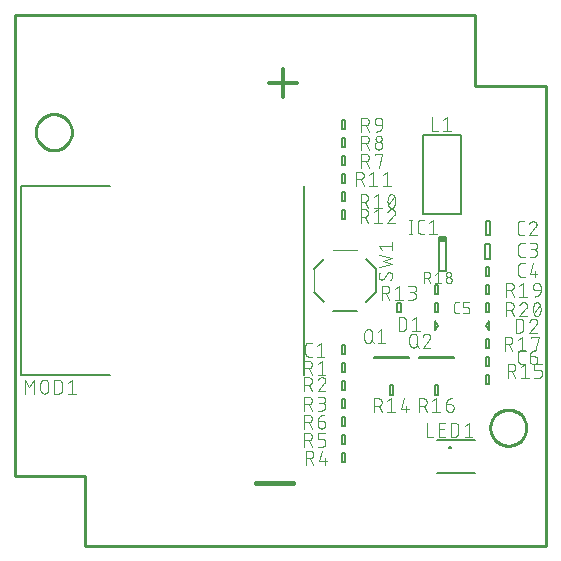
<source format=gbr>
G04 EAGLE Gerber RS-274X export*
G75*
%MOMM*%
%FSLAX34Y34*%
%LPD*%
%INSilkscreen Top*%
%IPPOS*%
%AMOC8*
5,1,8,0,0,1.08239X$1,22.5*%
G01*
%ADD10C,0.304800*%
%ADD11C,0.406400*%
%ADD12C,0.200000*%
%ADD13C,0.101600*%
%ADD14C,0.076200*%
%ADD15C,0.100000*%
%ADD16C,0.254000*%


D10*
X238506Y392345D02*
X215138Y392345D01*
X226822Y380661D02*
X226822Y404029D01*
D11*
X235458Y53227D02*
X204301Y53227D01*
D12*
X276630Y162370D02*
X279630Y162370D01*
X276630Y162370D02*
X276630Y170370D01*
X279630Y170370D01*
X279630Y162370D01*
D13*
X251168Y160528D02*
X248572Y160528D01*
X248473Y160530D01*
X248373Y160536D01*
X248274Y160545D01*
X248176Y160558D01*
X248078Y160575D01*
X247980Y160596D01*
X247884Y160621D01*
X247789Y160649D01*
X247695Y160681D01*
X247602Y160716D01*
X247510Y160755D01*
X247420Y160798D01*
X247332Y160843D01*
X247245Y160893D01*
X247161Y160945D01*
X247078Y161001D01*
X246998Y161059D01*
X246920Y161121D01*
X246845Y161186D01*
X246772Y161254D01*
X246702Y161324D01*
X246634Y161397D01*
X246569Y161472D01*
X246507Y161550D01*
X246449Y161630D01*
X246393Y161713D01*
X246341Y161797D01*
X246291Y161884D01*
X246246Y161972D01*
X246203Y162062D01*
X246164Y162154D01*
X246129Y162247D01*
X246097Y162341D01*
X246069Y162436D01*
X246044Y162532D01*
X246023Y162630D01*
X246006Y162728D01*
X245993Y162826D01*
X245984Y162925D01*
X245978Y163025D01*
X245976Y163124D01*
X245975Y163124D02*
X245975Y169616D01*
X245976Y169616D02*
X245978Y169715D01*
X245984Y169815D01*
X245993Y169914D01*
X246006Y170012D01*
X246023Y170110D01*
X246044Y170208D01*
X246069Y170304D01*
X246097Y170399D01*
X246129Y170493D01*
X246164Y170586D01*
X246203Y170678D01*
X246246Y170768D01*
X246291Y170856D01*
X246341Y170943D01*
X246393Y171027D01*
X246449Y171110D01*
X246507Y171190D01*
X246569Y171268D01*
X246634Y171343D01*
X246702Y171416D01*
X246772Y171486D01*
X246845Y171554D01*
X246920Y171619D01*
X246998Y171681D01*
X247078Y171739D01*
X247161Y171795D01*
X247245Y171847D01*
X247332Y171897D01*
X247420Y171942D01*
X247510Y171985D01*
X247602Y172024D01*
X247694Y172059D01*
X247789Y172091D01*
X247884Y172119D01*
X247980Y172144D01*
X248078Y172165D01*
X248176Y172182D01*
X248274Y172195D01*
X248373Y172204D01*
X248473Y172210D01*
X248572Y172212D01*
X251168Y172212D01*
X255534Y169616D02*
X258779Y172212D01*
X258779Y160528D01*
X255534Y160528D02*
X262025Y160528D01*
D12*
X398640Y263240D02*
X402640Y263240D01*
X398640Y263240D02*
X398640Y275240D01*
X402640Y275240D01*
X402640Y263240D01*
D13*
X428232Y263398D02*
X430828Y263398D01*
X428232Y263398D02*
X428133Y263400D01*
X428033Y263406D01*
X427934Y263415D01*
X427836Y263428D01*
X427738Y263445D01*
X427640Y263466D01*
X427544Y263491D01*
X427449Y263519D01*
X427355Y263551D01*
X427262Y263586D01*
X427170Y263625D01*
X427080Y263668D01*
X426992Y263713D01*
X426905Y263763D01*
X426821Y263815D01*
X426738Y263871D01*
X426658Y263929D01*
X426580Y263991D01*
X426505Y264056D01*
X426432Y264124D01*
X426362Y264194D01*
X426294Y264267D01*
X426229Y264342D01*
X426167Y264420D01*
X426109Y264500D01*
X426053Y264583D01*
X426001Y264667D01*
X425951Y264754D01*
X425906Y264842D01*
X425863Y264932D01*
X425824Y265024D01*
X425789Y265117D01*
X425757Y265211D01*
X425729Y265306D01*
X425704Y265402D01*
X425683Y265500D01*
X425666Y265598D01*
X425653Y265696D01*
X425644Y265795D01*
X425638Y265895D01*
X425636Y265994D01*
X425635Y265994D02*
X425635Y272486D01*
X425636Y272486D02*
X425638Y272585D01*
X425644Y272685D01*
X425653Y272784D01*
X425666Y272882D01*
X425683Y272980D01*
X425704Y273078D01*
X425729Y273174D01*
X425757Y273269D01*
X425789Y273363D01*
X425824Y273456D01*
X425863Y273548D01*
X425906Y273638D01*
X425951Y273726D01*
X426001Y273813D01*
X426053Y273897D01*
X426109Y273980D01*
X426167Y274060D01*
X426229Y274138D01*
X426294Y274213D01*
X426362Y274286D01*
X426432Y274356D01*
X426505Y274424D01*
X426580Y274489D01*
X426658Y274551D01*
X426738Y274609D01*
X426821Y274665D01*
X426905Y274717D01*
X426992Y274767D01*
X427080Y274812D01*
X427170Y274855D01*
X427262Y274894D01*
X427354Y274929D01*
X427449Y274961D01*
X427544Y274989D01*
X427640Y275014D01*
X427738Y275035D01*
X427836Y275052D01*
X427934Y275065D01*
X428033Y275074D01*
X428133Y275080D01*
X428232Y275082D01*
X430828Y275082D01*
X438764Y275082D02*
X438871Y275080D01*
X438977Y275074D01*
X439083Y275064D01*
X439189Y275051D01*
X439295Y275033D01*
X439399Y275012D01*
X439503Y274987D01*
X439606Y274958D01*
X439707Y274926D01*
X439807Y274889D01*
X439906Y274849D01*
X440004Y274806D01*
X440100Y274759D01*
X440194Y274708D01*
X440286Y274654D01*
X440376Y274597D01*
X440464Y274537D01*
X440549Y274473D01*
X440632Y274406D01*
X440713Y274336D01*
X440791Y274264D01*
X440867Y274188D01*
X440939Y274110D01*
X441009Y274029D01*
X441076Y273946D01*
X441140Y273861D01*
X441200Y273773D01*
X441257Y273683D01*
X441311Y273591D01*
X441362Y273497D01*
X441409Y273401D01*
X441452Y273303D01*
X441492Y273204D01*
X441529Y273104D01*
X441561Y273003D01*
X441590Y272900D01*
X441615Y272796D01*
X441636Y272692D01*
X441654Y272586D01*
X441667Y272480D01*
X441677Y272374D01*
X441683Y272268D01*
X441685Y272161D01*
X438764Y275082D02*
X438643Y275080D01*
X438522Y275074D01*
X438402Y275064D01*
X438281Y275051D01*
X438162Y275033D01*
X438042Y275012D01*
X437924Y274987D01*
X437807Y274958D01*
X437690Y274925D01*
X437575Y274889D01*
X437461Y274848D01*
X437348Y274805D01*
X437236Y274757D01*
X437127Y274706D01*
X437019Y274651D01*
X436912Y274593D01*
X436808Y274532D01*
X436706Y274467D01*
X436606Y274399D01*
X436508Y274328D01*
X436412Y274254D01*
X436319Y274177D01*
X436229Y274096D01*
X436141Y274013D01*
X436056Y273927D01*
X435973Y273838D01*
X435894Y273747D01*
X435817Y273653D01*
X435744Y273557D01*
X435674Y273459D01*
X435607Y273358D01*
X435543Y273255D01*
X435483Y273150D01*
X435426Y273043D01*
X435372Y272935D01*
X435322Y272825D01*
X435276Y272713D01*
X435233Y272600D01*
X435194Y272485D01*
X440711Y269889D02*
X440790Y269966D01*
X440866Y270047D01*
X440939Y270130D01*
X441009Y270215D01*
X441076Y270303D01*
X441140Y270393D01*
X441200Y270485D01*
X441257Y270580D01*
X441311Y270676D01*
X441362Y270774D01*
X441409Y270874D01*
X441453Y270976D01*
X441493Y271079D01*
X441529Y271183D01*
X441561Y271289D01*
X441590Y271395D01*
X441615Y271503D01*
X441637Y271611D01*
X441654Y271721D01*
X441668Y271830D01*
X441677Y271940D01*
X441683Y272051D01*
X441685Y272161D01*
X440711Y269889D02*
X435194Y263398D01*
X441685Y263398D01*
D12*
X402050Y243510D02*
X398050Y243510D01*
X398050Y255510D01*
X402050Y255510D01*
X402050Y243510D01*
D13*
X428912Y244938D02*
X431508Y244938D01*
X428912Y244938D02*
X428813Y244940D01*
X428713Y244946D01*
X428614Y244955D01*
X428516Y244968D01*
X428418Y244985D01*
X428320Y245006D01*
X428224Y245031D01*
X428129Y245059D01*
X428035Y245091D01*
X427942Y245126D01*
X427850Y245165D01*
X427760Y245208D01*
X427672Y245253D01*
X427585Y245303D01*
X427501Y245355D01*
X427418Y245411D01*
X427338Y245469D01*
X427260Y245531D01*
X427185Y245596D01*
X427112Y245664D01*
X427042Y245734D01*
X426974Y245807D01*
X426909Y245882D01*
X426847Y245960D01*
X426789Y246040D01*
X426733Y246123D01*
X426681Y246207D01*
X426631Y246294D01*
X426586Y246382D01*
X426543Y246472D01*
X426504Y246564D01*
X426469Y246657D01*
X426437Y246751D01*
X426409Y246846D01*
X426384Y246942D01*
X426363Y247040D01*
X426346Y247138D01*
X426333Y247236D01*
X426324Y247335D01*
X426318Y247435D01*
X426316Y247534D01*
X426315Y247534D02*
X426315Y254026D01*
X426316Y254026D02*
X426318Y254125D01*
X426324Y254225D01*
X426333Y254324D01*
X426346Y254422D01*
X426363Y254520D01*
X426384Y254618D01*
X426409Y254714D01*
X426437Y254809D01*
X426469Y254903D01*
X426504Y254996D01*
X426543Y255088D01*
X426586Y255178D01*
X426631Y255266D01*
X426681Y255353D01*
X426733Y255437D01*
X426789Y255520D01*
X426847Y255600D01*
X426909Y255678D01*
X426974Y255753D01*
X427042Y255826D01*
X427112Y255896D01*
X427185Y255964D01*
X427260Y256029D01*
X427338Y256091D01*
X427418Y256149D01*
X427501Y256205D01*
X427585Y256257D01*
X427672Y256307D01*
X427760Y256352D01*
X427850Y256395D01*
X427942Y256434D01*
X428034Y256469D01*
X428129Y256501D01*
X428224Y256529D01*
X428320Y256554D01*
X428418Y256575D01*
X428516Y256592D01*
X428614Y256605D01*
X428713Y256614D01*
X428813Y256620D01*
X428912Y256622D01*
X431508Y256622D01*
X435874Y244938D02*
X439119Y244938D01*
X439232Y244940D01*
X439345Y244946D01*
X439458Y244956D01*
X439571Y244970D01*
X439683Y244987D01*
X439794Y245009D01*
X439904Y245034D01*
X440014Y245064D01*
X440122Y245097D01*
X440229Y245134D01*
X440335Y245174D01*
X440439Y245219D01*
X440542Y245267D01*
X440643Y245318D01*
X440742Y245373D01*
X440839Y245431D01*
X440934Y245493D01*
X441027Y245558D01*
X441117Y245626D01*
X441205Y245697D01*
X441291Y245772D01*
X441374Y245849D01*
X441454Y245929D01*
X441531Y246012D01*
X441606Y246098D01*
X441677Y246186D01*
X441745Y246276D01*
X441810Y246369D01*
X441872Y246464D01*
X441930Y246561D01*
X441985Y246660D01*
X442036Y246761D01*
X442084Y246864D01*
X442129Y246968D01*
X442169Y247074D01*
X442206Y247181D01*
X442239Y247289D01*
X442269Y247399D01*
X442294Y247509D01*
X442316Y247620D01*
X442333Y247732D01*
X442347Y247845D01*
X442357Y247958D01*
X442363Y248071D01*
X442365Y248184D01*
X442363Y248297D01*
X442357Y248410D01*
X442347Y248523D01*
X442333Y248636D01*
X442316Y248748D01*
X442294Y248859D01*
X442269Y248969D01*
X442239Y249079D01*
X442206Y249187D01*
X442169Y249294D01*
X442129Y249400D01*
X442084Y249504D01*
X442036Y249607D01*
X441985Y249708D01*
X441930Y249807D01*
X441872Y249904D01*
X441810Y249999D01*
X441745Y250092D01*
X441677Y250182D01*
X441606Y250270D01*
X441531Y250356D01*
X441454Y250439D01*
X441374Y250519D01*
X441291Y250596D01*
X441205Y250671D01*
X441117Y250742D01*
X441027Y250810D01*
X440934Y250875D01*
X440839Y250937D01*
X440742Y250995D01*
X440643Y251050D01*
X440542Y251101D01*
X440439Y251149D01*
X440335Y251194D01*
X440229Y251234D01*
X440122Y251271D01*
X440014Y251304D01*
X439904Y251334D01*
X439794Y251359D01*
X439683Y251381D01*
X439571Y251398D01*
X439458Y251412D01*
X439345Y251422D01*
X439232Y251428D01*
X439119Y251430D01*
X439768Y256622D02*
X435874Y256622D01*
X439768Y256622D02*
X439869Y256620D01*
X439969Y256614D01*
X440069Y256604D01*
X440169Y256591D01*
X440268Y256573D01*
X440367Y256552D01*
X440464Y256527D01*
X440561Y256498D01*
X440656Y256465D01*
X440750Y256429D01*
X440842Y256389D01*
X440933Y256346D01*
X441022Y256299D01*
X441109Y256249D01*
X441195Y256195D01*
X441278Y256138D01*
X441358Y256078D01*
X441437Y256015D01*
X441513Y255948D01*
X441586Y255879D01*
X441656Y255807D01*
X441724Y255733D01*
X441789Y255656D01*
X441850Y255576D01*
X441909Y255494D01*
X441964Y255410D01*
X442016Y255324D01*
X442065Y255236D01*
X442110Y255146D01*
X442152Y255054D01*
X442190Y254961D01*
X442224Y254866D01*
X442255Y254771D01*
X442282Y254674D01*
X442305Y254576D01*
X442325Y254477D01*
X442340Y254377D01*
X442352Y254277D01*
X442360Y254177D01*
X442364Y254076D01*
X442364Y253976D01*
X442360Y253875D01*
X442352Y253775D01*
X442340Y253675D01*
X442325Y253575D01*
X442305Y253476D01*
X442282Y253378D01*
X442255Y253281D01*
X442224Y253186D01*
X442190Y253091D01*
X442152Y252998D01*
X442110Y252906D01*
X442065Y252816D01*
X442016Y252728D01*
X441964Y252642D01*
X441909Y252558D01*
X441850Y252476D01*
X441789Y252396D01*
X441724Y252319D01*
X441656Y252245D01*
X441586Y252173D01*
X441513Y252104D01*
X441437Y252037D01*
X441358Y251974D01*
X441278Y251914D01*
X441195Y251857D01*
X441109Y251803D01*
X441022Y251753D01*
X440933Y251706D01*
X440842Y251663D01*
X440750Y251623D01*
X440656Y251587D01*
X440561Y251554D01*
X440464Y251525D01*
X440367Y251500D01*
X440268Y251479D01*
X440169Y251461D01*
X440069Y251448D01*
X439969Y251438D01*
X439869Y251432D01*
X439768Y251430D01*
X439768Y251429D02*
X437172Y251429D01*
D12*
X401550Y228410D02*
X398550Y228410D01*
X398550Y236410D01*
X401550Y236410D01*
X401550Y228410D01*
D13*
X428912Y227838D02*
X431508Y227838D01*
X428912Y227838D02*
X428813Y227840D01*
X428713Y227846D01*
X428614Y227855D01*
X428516Y227868D01*
X428418Y227885D01*
X428320Y227906D01*
X428224Y227931D01*
X428129Y227959D01*
X428035Y227991D01*
X427942Y228026D01*
X427850Y228065D01*
X427760Y228108D01*
X427672Y228153D01*
X427585Y228203D01*
X427501Y228255D01*
X427418Y228311D01*
X427338Y228369D01*
X427260Y228431D01*
X427185Y228496D01*
X427112Y228564D01*
X427042Y228634D01*
X426974Y228707D01*
X426909Y228782D01*
X426847Y228860D01*
X426789Y228940D01*
X426733Y229023D01*
X426681Y229107D01*
X426631Y229194D01*
X426586Y229282D01*
X426543Y229372D01*
X426504Y229464D01*
X426469Y229557D01*
X426437Y229651D01*
X426409Y229746D01*
X426384Y229842D01*
X426363Y229940D01*
X426346Y230038D01*
X426333Y230136D01*
X426324Y230235D01*
X426318Y230335D01*
X426316Y230434D01*
X426315Y230434D02*
X426315Y236926D01*
X426316Y236926D02*
X426318Y237025D01*
X426324Y237125D01*
X426333Y237224D01*
X426346Y237322D01*
X426363Y237420D01*
X426384Y237518D01*
X426409Y237614D01*
X426437Y237709D01*
X426469Y237803D01*
X426504Y237896D01*
X426543Y237988D01*
X426586Y238078D01*
X426631Y238166D01*
X426681Y238253D01*
X426733Y238337D01*
X426789Y238420D01*
X426847Y238500D01*
X426909Y238578D01*
X426974Y238653D01*
X427042Y238726D01*
X427112Y238796D01*
X427185Y238864D01*
X427260Y238929D01*
X427338Y238991D01*
X427418Y239049D01*
X427501Y239105D01*
X427585Y239157D01*
X427672Y239207D01*
X427760Y239252D01*
X427850Y239295D01*
X427942Y239334D01*
X428034Y239369D01*
X428129Y239401D01*
X428224Y239429D01*
X428320Y239454D01*
X428418Y239475D01*
X428516Y239492D01*
X428614Y239505D01*
X428713Y239514D01*
X428813Y239520D01*
X428912Y239522D01*
X431508Y239522D01*
X438470Y239522D02*
X435874Y230434D01*
X442365Y230434D01*
X440417Y227838D02*
X440417Y233031D01*
D12*
X358370Y205930D02*
X355370Y205930D01*
X358370Y205930D02*
X358370Y197930D01*
X355370Y197930D01*
X355370Y205930D01*
D14*
X374115Y197231D02*
X376204Y197231D01*
X374115Y197231D02*
X374026Y197233D01*
X373938Y197239D01*
X373850Y197248D01*
X373762Y197261D01*
X373675Y197278D01*
X373589Y197298D01*
X373504Y197323D01*
X373419Y197350D01*
X373336Y197382D01*
X373255Y197416D01*
X373175Y197455D01*
X373097Y197496D01*
X373020Y197541D01*
X372946Y197589D01*
X372873Y197640D01*
X372803Y197694D01*
X372736Y197752D01*
X372670Y197812D01*
X372608Y197874D01*
X372548Y197940D01*
X372490Y198007D01*
X372436Y198077D01*
X372385Y198150D01*
X372337Y198224D01*
X372292Y198301D01*
X372251Y198379D01*
X372212Y198459D01*
X372178Y198540D01*
X372146Y198623D01*
X372119Y198708D01*
X372094Y198793D01*
X372074Y198879D01*
X372057Y198966D01*
X372044Y199054D01*
X372035Y199142D01*
X372029Y199230D01*
X372027Y199319D01*
X372027Y204541D01*
X372029Y204632D01*
X372035Y204723D01*
X372045Y204814D01*
X372059Y204904D01*
X372076Y204993D01*
X372098Y205081D01*
X372124Y205169D01*
X372153Y205255D01*
X372186Y205340D01*
X372223Y205423D01*
X372263Y205505D01*
X372307Y205585D01*
X372354Y205663D01*
X372405Y205739D01*
X372458Y205812D01*
X372515Y205883D01*
X372576Y205952D01*
X372639Y206017D01*
X372704Y206080D01*
X372773Y206140D01*
X372844Y206198D01*
X372917Y206251D01*
X372993Y206302D01*
X373071Y206349D01*
X373151Y206393D01*
X373233Y206433D01*
X373316Y206470D01*
X373401Y206503D01*
X373487Y206532D01*
X373575Y206558D01*
X373663Y206580D01*
X373752Y206597D01*
X373842Y206611D01*
X373933Y206621D01*
X374024Y206627D01*
X374115Y206629D01*
X376204Y206629D01*
X379672Y197231D02*
X382805Y197231D01*
X382894Y197233D01*
X382982Y197239D01*
X383070Y197248D01*
X383158Y197261D01*
X383245Y197278D01*
X383331Y197298D01*
X383416Y197323D01*
X383501Y197350D01*
X383584Y197382D01*
X383665Y197416D01*
X383745Y197455D01*
X383823Y197496D01*
X383900Y197541D01*
X383974Y197589D01*
X384047Y197640D01*
X384117Y197694D01*
X384184Y197752D01*
X384250Y197812D01*
X384312Y197874D01*
X384372Y197940D01*
X384430Y198007D01*
X384484Y198077D01*
X384535Y198150D01*
X384583Y198224D01*
X384628Y198301D01*
X384669Y198379D01*
X384708Y198459D01*
X384742Y198540D01*
X384774Y198623D01*
X384801Y198708D01*
X384826Y198793D01*
X384846Y198879D01*
X384863Y198966D01*
X384876Y199054D01*
X384885Y199142D01*
X384891Y199230D01*
X384893Y199319D01*
X384893Y200364D01*
X384891Y200453D01*
X384885Y200541D01*
X384876Y200629D01*
X384863Y200717D01*
X384846Y200804D01*
X384826Y200890D01*
X384801Y200975D01*
X384774Y201060D01*
X384742Y201143D01*
X384708Y201224D01*
X384669Y201304D01*
X384628Y201382D01*
X384583Y201459D01*
X384535Y201533D01*
X384484Y201606D01*
X384430Y201676D01*
X384372Y201743D01*
X384312Y201809D01*
X384250Y201871D01*
X384184Y201931D01*
X384117Y201989D01*
X384047Y202043D01*
X383974Y202094D01*
X383900Y202142D01*
X383823Y202187D01*
X383745Y202228D01*
X383665Y202267D01*
X383584Y202301D01*
X383501Y202333D01*
X383416Y202360D01*
X383331Y202385D01*
X383245Y202405D01*
X383158Y202422D01*
X383070Y202435D01*
X382982Y202444D01*
X382894Y202450D01*
X382805Y202452D01*
X379672Y202452D01*
X379672Y206629D01*
X384893Y206629D01*
D12*
X398550Y160210D02*
X401550Y160210D01*
X401550Y152210D01*
X398550Y152210D01*
X398550Y160210D01*
D13*
X428912Y154178D02*
X431508Y154178D01*
X428912Y154178D02*
X428813Y154180D01*
X428713Y154186D01*
X428614Y154195D01*
X428516Y154208D01*
X428418Y154225D01*
X428320Y154246D01*
X428224Y154271D01*
X428129Y154299D01*
X428035Y154331D01*
X427942Y154366D01*
X427850Y154405D01*
X427760Y154448D01*
X427672Y154493D01*
X427585Y154543D01*
X427501Y154595D01*
X427418Y154651D01*
X427338Y154709D01*
X427260Y154771D01*
X427185Y154836D01*
X427112Y154904D01*
X427042Y154974D01*
X426974Y155047D01*
X426909Y155122D01*
X426847Y155200D01*
X426789Y155280D01*
X426733Y155363D01*
X426681Y155447D01*
X426631Y155534D01*
X426586Y155622D01*
X426543Y155712D01*
X426504Y155804D01*
X426469Y155897D01*
X426437Y155991D01*
X426409Y156086D01*
X426384Y156182D01*
X426363Y156280D01*
X426346Y156378D01*
X426333Y156476D01*
X426324Y156575D01*
X426318Y156675D01*
X426316Y156774D01*
X426315Y156774D02*
X426315Y163266D01*
X426316Y163266D02*
X426318Y163365D01*
X426324Y163465D01*
X426333Y163564D01*
X426346Y163662D01*
X426363Y163760D01*
X426384Y163858D01*
X426409Y163954D01*
X426437Y164049D01*
X426469Y164143D01*
X426504Y164236D01*
X426543Y164328D01*
X426586Y164418D01*
X426631Y164506D01*
X426681Y164593D01*
X426733Y164677D01*
X426789Y164760D01*
X426847Y164840D01*
X426909Y164918D01*
X426974Y164993D01*
X427042Y165066D01*
X427112Y165136D01*
X427185Y165204D01*
X427260Y165269D01*
X427338Y165331D01*
X427418Y165389D01*
X427501Y165445D01*
X427585Y165497D01*
X427672Y165547D01*
X427760Y165592D01*
X427850Y165635D01*
X427942Y165674D01*
X428034Y165709D01*
X428129Y165741D01*
X428224Y165769D01*
X428320Y165794D01*
X428418Y165815D01*
X428516Y165832D01*
X428614Y165845D01*
X428713Y165854D01*
X428813Y165860D01*
X428912Y165862D01*
X431508Y165862D01*
X435874Y160669D02*
X439768Y160669D01*
X439867Y160667D01*
X439967Y160661D01*
X440066Y160652D01*
X440164Y160639D01*
X440262Y160622D01*
X440360Y160601D01*
X440456Y160576D01*
X440551Y160548D01*
X440645Y160516D01*
X440738Y160481D01*
X440830Y160442D01*
X440920Y160399D01*
X441008Y160354D01*
X441095Y160304D01*
X441179Y160252D01*
X441262Y160196D01*
X441342Y160138D01*
X441420Y160076D01*
X441495Y160011D01*
X441568Y159943D01*
X441638Y159873D01*
X441706Y159800D01*
X441771Y159725D01*
X441833Y159647D01*
X441891Y159567D01*
X441947Y159484D01*
X441999Y159400D01*
X442049Y159313D01*
X442094Y159225D01*
X442137Y159135D01*
X442176Y159043D01*
X442211Y158950D01*
X442243Y158856D01*
X442271Y158761D01*
X442296Y158665D01*
X442317Y158567D01*
X442334Y158469D01*
X442347Y158371D01*
X442356Y158272D01*
X442362Y158172D01*
X442364Y158073D01*
X442365Y158073D02*
X442365Y157424D01*
X442363Y157311D01*
X442357Y157198D01*
X442347Y157085D01*
X442333Y156972D01*
X442316Y156860D01*
X442294Y156749D01*
X442269Y156639D01*
X442239Y156529D01*
X442206Y156421D01*
X442169Y156314D01*
X442129Y156208D01*
X442084Y156104D01*
X442036Y156001D01*
X441985Y155900D01*
X441930Y155801D01*
X441872Y155704D01*
X441810Y155609D01*
X441745Y155516D01*
X441677Y155426D01*
X441606Y155338D01*
X441531Y155252D01*
X441454Y155169D01*
X441374Y155089D01*
X441291Y155012D01*
X441205Y154937D01*
X441117Y154866D01*
X441027Y154798D01*
X440934Y154733D01*
X440839Y154671D01*
X440742Y154613D01*
X440643Y154558D01*
X440542Y154507D01*
X440439Y154459D01*
X440335Y154414D01*
X440229Y154374D01*
X440122Y154337D01*
X440014Y154304D01*
X439904Y154274D01*
X439794Y154249D01*
X439683Y154227D01*
X439571Y154210D01*
X439458Y154196D01*
X439345Y154186D01*
X439232Y154180D01*
X439119Y154178D01*
X439006Y154180D01*
X438893Y154186D01*
X438780Y154196D01*
X438667Y154210D01*
X438555Y154227D01*
X438444Y154249D01*
X438334Y154274D01*
X438224Y154304D01*
X438116Y154337D01*
X438009Y154374D01*
X437903Y154414D01*
X437799Y154459D01*
X437696Y154507D01*
X437595Y154558D01*
X437496Y154613D01*
X437399Y154671D01*
X437304Y154733D01*
X437211Y154798D01*
X437121Y154866D01*
X437033Y154937D01*
X436947Y155012D01*
X436864Y155089D01*
X436784Y155169D01*
X436707Y155252D01*
X436632Y155338D01*
X436561Y155426D01*
X436493Y155516D01*
X436428Y155609D01*
X436366Y155704D01*
X436308Y155801D01*
X436253Y155900D01*
X436202Y156001D01*
X436154Y156104D01*
X436109Y156208D01*
X436069Y156314D01*
X436032Y156421D01*
X435999Y156529D01*
X435969Y156639D01*
X435944Y156749D01*
X435922Y156860D01*
X435905Y156972D01*
X435891Y157085D01*
X435881Y157198D01*
X435875Y157311D01*
X435873Y157424D01*
X435874Y157424D02*
X435874Y160669D01*
X435873Y160669D02*
X435875Y160812D01*
X435881Y160955D01*
X435891Y161098D01*
X435905Y161240D01*
X435922Y161382D01*
X435944Y161524D01*
X435969Y161665D01*
X435999Y161805D01*
X436032Y161944D01*
X436069Y162082D01*
X436110Y162219D01*
X436154Y162355D01*
X436203Y162490D01*
X436255Y162623D01*
X436310Y162755D01*
X436370Y162885D01*
X436433Y163014D01*
X436499Y163141D01*
X436569Y163265D01*
X436642Y163388D01*
X436719Y163509D01*
X436799Y163628D01*
X436882Y163744D01*
X436968Y163859D01*
X437057Y163970D01*
X437150Y164080D01*
X437245Y164186D01*
X437344Y164290D01*
X437445Y164391D01*
X437549Y164490D01*
X437655Y164585D01*
X437765Y164678D01*
X437876Y164767D01*
X437991Y164853D01*
X438107Y164936D01*
X438226Y165016D01*
X438347Y165093D01*
X438469Y165166D01*
X438594Y165236D01*
X438721Y165302D01*
X438850Y165365D01*
X438980Y165425D01*
X439112Y165480D01*
X439245Y165532D01*
X439380Y165581D01*
X439516Y165625D01*
X439653Y165666D01*
X439791Y165703D01*
X439930Y165736D01*
X440070Y165766D01*
X440211Y165791D01*
X440353Y165813D01*
X440495Y165830D01*
X440637Y165844D01*
X440780Y165854D01*
X440923Y165860D01*
X441066Y165862D01*
D12*
X355370Y182690D02*
X355370Y190690D01*
X358370Y186690D01*
X355370Y182690D01*
D13*
X324859Y182118D02*
X324859Y193802D01*
X328105Y193802D01*
X328218Y193800D01*
X328331Y193794D01*
X328444Y193784D01*
X328557Y193770D01*
X328669Y193753D01*
X328780Y193731D01*
X328890Y193706D01*
X329000Y193676D01*
X329108Y193643D01*
X329215Y193606D01*
X329321Y193566D01*
X329425Y193521D01*
X329528Y193473D01*
X329629Y193422D01*
X329728Y193367D01*
X329825Y193309D01*
X329920Y193247D01*
X330013Y193182D01*
X330103Y193114D01*
X330191Y193043D01*
X330277Y192968D01*
X330360Y192891D01*
X330440Y192811D01*
X330517Y192728D01*
X330592Y192642D01*
X330663Y192554D01*
X330731Y192464D01*
X330796Y192371D01*
X330858Y192276D01*
X330916Y192179D01*
X330971Y192080D01*
X331022Y191979D01*
X331070Y191876D01*
X331115Y191772D01*
X331155Y191666D01*
X331192Y191559D01*
X331225Y191451D01*
X331255Y191341D01*
X331280Y191231D01*
X331302Y191120D01*
X331319Y191008D01*
X331333Y190895D01*
X331343Y190782D01*
X331349Y190669D01*
X331351Y190556D01*
X331350Y190556D02*
X331350Y185364D01*
X331351Y185364D02*
X331349Y185251D01*
X331343Y185138D01*
X331333Y185025D01*
X331319Y184912D01*
X331302Y184800D01*
X331280Y184689D01*
X331255Y184579D01*
X331225Y184469D01*
X331192Y184361D01*
X331155Y184254D01*
X331115Y184148D01*
X331070Y184044D01*
X331022Y183941D01*
X330971Y183840D01*
X330916Y183741D01*
X330858Y183644D01*
X330796Y183549D01*
X330731Y183456D01*
X330663Y183366D01*
X330592Y183278D01*
X330517Y183192D01*
X330440Y183109D01*
X330360Y183029D01*
X330277Y182952D01*
X330191Y182877D01*
X330103Y182806D01*
X330013Y182738D01*
X329920Y182673D01*
X329825Y182611D01*
X329728Y182553D01*
X329629Y182498D01*
X329528Y182447D01*
X329425Y182399D01*
X329321Y182354D01*
X329215Y182314D01*
X329108Y182277D01*
X329000Y182244D01*
X328890Y182214D01*
X328780Y182189D01*
X328669Y182167D01*
X328557Y182150D01*
X328444Y182136D01*
X328331Y182126D01*
X328218Y182120D01*
X328105Y182118D01*
X324859Y182118D01*
X336670Y191206D02*
X339915Y193802D01*
X339915Y182118D01*
X336670Y182118D02*
X343161Y182118D01*
D12*
X401550Y182690D02*
X401550Y190690D01*
X398550Y186690D02*
X401550Y182690D01*
X398550Y186690D02*
X401550Y190690D01*
D13*
X423919Y192532D02*
X423919Y180848D01*
X423919Y192532D02*
X427165Y192532D01*
X427278Y192530D01*
X427391Y192524D01*
X427504Y192514D01*
X427617Y192500D01*
X427729Y192483D01*
X427840Y192461D01*
X427950Y192436D01*
X428060Y192406D01*
X428168Y192373D01*
X428275Y192336D01*
X428381Y192296D01*
X428485Y192251D01*
X428588Y192203D01*
X428689Y192152D01*
X428788Y192097D01*
X428885Y192039D01*
X428980Y191977D01*
X429073Y191912D01*
X429163Y191844D01*
X429251Y191773D01*
X429337Y191698D01*
X429420Y191621D01*
X429500Y191541D01*
X429577Y191458D01*
X429652Y191372D01*
X429723Y191284D01*
X429791Y191194D01*
X429856Y191101D01*
X429918Y191006D01*
X429976Y190909D01*
X430031Y190810D01*
X430082Y190709D01*
X430130Y190606D01*
X430175Y190502D01*
X430215Y190396D01*
X430252Y190289D01*
X430285Y190181D01*
X430315Y190071D01*
X430340Y189961D01*
X430362Y189850D01*
X430379Y189738D01*
X430393Y189625D01*
X430403Y189512D01*
X430409Y189399D01*
X430411Y189286D01*
X430410Y189286D02*
X430410Y184094D01*
X430411Y184094D02*
X430409Y183981D01*
X430403Y183868D01*
X430393Y183755D01*
X430379Y183642D01*
X430362Y183530D01*
X430340Y183419D01*
X430315Y183309D01*
X430285Y183199D01*
X430252Y183091D01*
X430215Y182984D01*
X430175Y182878D01*
X430130Y182774D01*
X430082Y182671D01*
X430031Y182570D01*
X429976Y182471D01*
X429918Y182374D01*
X429856Y182279D01*
X429791Y182186D01*
X429723Y182096D01*
X429652Y182008D01*
X429577Y181922D01*
X429500Y181839D01*
X429420Y181759D01*
X429337Y181682D01*
X429251Y181607D01*
X429163Y181536D01*
X429073Y181468D01*
X428980Y181403D01*
X428885Y181341D01*
X428788Y181283D01*
X428689Y181228D01*
X428588Y181177D01*
X428485Y181129D01*
X428381Y181084D01*
X428275Y181044D01*
X428168Y181007D01*
X428060Y180974D01*
X427950Y180944D01*
X427840Y180919D01*
X427729Y180897D01*
X427617Y180880D01*
X427504Y180866D01*
X427391Y180856D01*
X427278Y180850D01*
X427165Y180848D01*
X423919Y180848D01*
X439300Y192532D02*
X439407Y192530D01*
X439513Y192524D01*
X439619Y192514D01*
X439725Y192501D01*
X439831Y192483D01*
X439935Y192462D01*
X440039Y192437D01*
X440142Y192408D01*
X440243Y192376D01*
X440343Y192339D01*
X440442Y192299D01*
X440540Y192256D01*
X440636Y192209D01*
X440730Y192158D01*
X440822Y192104D01*
X440912Y192047D01*
X441000Y191987D01*
X441085Y191923D01*
X441168Y191856D01*
X441249Y191786D01*
X441327Y191714D01*
X441403Y191638D01*
X441475Y191560D01*
X441545Y191479D01*
X441612Y191396D01*
X441676Y191311D01*
X441736Y191223D01*
X441793Y191133D01*
X441847Y191041D01*
X441898Y190947D01*
X441945Y190851D01*
X441988Y190753D01*
X442028Y190654D01*
X442065Y190554D01*
X442097Y190453D01*
X442126Y190350D01*
X442151Y190246D01*
X442172Y190142D01*
X442190Y190036D01*
X442203Y189930D01*
X442213Y189824D01*
X442219Y189718D01*
X442221Y189611D01*
X439300Y192532D02*
X439179Y192530D01*
X439058Y192524D01*
X438938Y192514D01*
X438817Y192501D01*
X438698Y192483D01*
X438578Y192462D01*
X438460Y192437D01*
X438343Y192408D01*
X438226Y192375D01*
X438111Y192339D01*
X437997Y192298D01*
X437884Y192255D01*
X437772Y192207D01*
X437663Y192156D01*
X437555Y192101D01*
X437448Y192043D01*
X437344Y191982D01*
X437242Y191917D01*
X437142Y191849D01*
X437044Y191778D01*
X436948Y191704D01*
X436855Y191627D01*
X436765Y191546D01*
X436677Y191463D01*
X436592Y191377D01*
X436509Y191288D01*
X436430Y191197D01*
X436353Y191103D01*
X436280Y191007D01*
X436210Y190909D01*
X436143Y190808D01*
X436079Y190705D01*
X436019Y190600D01*
X435962Y190493D01*
X435908Y190385D01*
X435858Y190275D01*
X435812Y190163D01*
X435769Y190050D01*
X435730Y189935D01*
X441248Y187339D02*
X441327Y187416D01*
X441403Y187497D01*
X441476Y187580D01*
X441546Y187665D01*
X441613Y187753D01*
X441677Y187843D01*
X441737Y187935D01*
X441794Y188030D01*
X441848Y188126D01*
X441899Y188224D01*
X441946Y188324D01*
X441990Y188426D01*
X442030Y188529D01*
X442066Y188633D01*
X442098Y188739D01*
X442127Y188845D01*
X442152Y188953D01*
X442174Y189061D01*
X442191Y189171D01*
X442205Y189280D01*
X442214Y189390D01*
X442220Y189501D01*
X442222Y189611D01*
X441247Y187339D02*
X435730Y180848D01*
X442221Y180848D01*
D12*
X364950Y262150D02*
X358950Y262150D01*
X364950Y262150D02*
X364950Y260150D01*
X364950Y258150D02*
X364950Y233150D01*
X358950Y233150D01*
X358950Y258150D01*
X358950Y260150D01*
X358950Y262150D01*
X358950Y260150D02*
X364950Y260150D01*
X364950Y258150D01*
X358950Y258150D01*
D13*
X335132Y264668D02*
X335132Y276352D01*
X333834Y264668D02*
X336430Y264668D01*
X336430Y276352D02*
X333834Y276352D01*
X343594Y264668D02*
X346190Y264668D01*
X343594Y264668D02*
X343495Y264670D01*
X343395Y264676D01*
X343296Y264685D01*
X343198Y264698D01*
X343100Y264715D01*
X343002Y264736D01*
X342906Y264761D01*
X342811Y264789D01*
X342717Y264821D01*
X342624Y264856D01*
X342532Y264895D01*
X342442Y264938D01*
X342354Y264983D01*
X342267Y265033D01*
X342183Y265085D01*
X342100Y265141D01*
X342020Y265199D01*
X341942Y265261D01*
X341867Y265326D01*
X341794Y265394D01*
X341724Y265464D01*
X341656Y265537D01*
X341591Y265612D01*
X341529Y265690D01*
X341471Y265770D01*
X341415Y265853D01*
X341363Y265937D01*
X341313Y266024D01*
X341268Y266112D01*
X341225Y266202D01*
X341186Y266294D01*
X341151Y266387D01*
X341119Y266481D01*
X341091Y266576D01*
X341066Y266672D01*
X341045Y266770D01*
X341028Y266868D01*
X341015Y266966D01*
X341006Y267065D01*
X341000Y267165D01*
X340998Y267264D01*
X340997Y267264D02*
X340997Y273756D01*
X340998Y273756D02*
X341000Y273855D01*
X341006Y273955D01*
X341015Y274054D01*
X341028Y274152D01*
X341045Y274250D01*
X341066Y274348D01*
X341091Y274444D01*
X341119Y274539D01*
X341151Y274633D01*
X341186Y274726D01*
X341225Y274818D01*
X341268Y274908D01*
X341313Y274996D01*
X341363Y275083D01*
X341415Y275167D01*
X341471Y275250D01*
X341529Y275330D01*
X341591Y275408D01*
X341656Y275483D01*
X341724Y275556D01*
X341794Y275626D01*
X341867Y275694D01*
X341942Y275759D01*
X342020Y275821D01*
X342100Y275879D01*
X342183Y275935D01*
X342267Y275987D01*
X342354Y276037D01*
X342442Y276082D01*
X342532Y276125D01*
X342624Y276164D01*
X342716Y276199D01*
X342811Y276231D01*
X342906Y276259D01*
X343002Y276284D01*
X343100Y276305D01*
X343198Y276322D01*
X343296Y276335D01*
X343395Y276344D01*
X343495Y276350D01*
X343594Y276352D01*
X346190Y276352D01*
X350555Y273756D02*
X353801Y276352D01*
X353801Y264668D01*
X357046Y264668D02*
X350555Y264668D01*
D12*
X345950Y348460D02*
X377950Y348460D01*
X377950Y281460D01*
X345950Y281460D01*
X345950Y348460D01*
D13*
X352953Y351328D02*
X352953Y363012D01*
X352953Y351328D02*
X358146Y351328D01*
X362456Y360416D02*
X365701Y363012D01*
X365701Y351328D01*
X362456Y351328D02*
X368947Y351328D01*
D12*
X367670Y83670D02*
X367672Y83723D01*
X367678Y83776D01*
X367688Y83828D01*
X367702Y83879D01*
X367719Y83929D01*
X367740Y83978D01*
X367765Y84025D01*
X367793Y84070D01*
X367825Y84113D01*
X367860Y84153D01*
X367897Y84190D01*
X367937Y84225D01*
X367980Y84257D01*
X368025Y84285D01*
X368072Y84310D01*
X368121Y84331D01*
X368171Y84348D01*
X368222Y84362D01*
X368274Y84372D01*
X368327Y84378D01*
X368380Y84380D01*
X368433Y84378D01*
X368486Y84372D01*
X368538Y84362D01*
X368589Y84348D01*
X368639Y84331D01*
X368688Y84310D01*
X368735Y84285D01*
X368780Y84257D01*
X368823Y84225D01*
X368863Y84190D01*
X368900Y84153D01*
X368935Y84113D01*
X368967Y84070D01*
X368995Y84025D01*
X369020Y83978D01*
X369041Y83929D01*
X369058Y83879D01*
X369072Y83828D01*
X369082Y83776D01*
X369088Y83723D01*
X369090Y83670D01*
X369088Y83617D01*
X369082Y83564D01*
X369072Y83512D01*
X369058Y83461D01*
X369041Y83411D01*
X369020Y83362D01*
X368995Y83315D01*
X368967Y83270D01*
X368935Y83227D01*
X368900Y83187D01*
X368863Y83150D01*
X368823Y83115D01*
X368780Y83083D01*
X368735Y83055D01*
X368688Y83030D01*
X368639Y83009D01*
X368589Y82992D01*
X368538Y82978D01*
X368486Y82968D01*
X368433Y82962D01*
X368380Y82960D01*
X368327Y82962D01*
X368274Y82968D01*
X368222Y82978D01*
X368171Y82992D01*
X368121Y83009D01*
X368072Y83030D01*
X368025Y83055D01*
X367980Y83083D01*
X367937Y83115D01*
X367897Y83150D01*
X367860Y83187D01*
X367825Y83227D01*
X367793Y83270D01*
X367765Y83315D01*
X367740Y83362D01*
X367719Y83411D01*
X367702Y83461D01*
X367688Y83512D01*
X367678Y83564D01*
X367672Y83617D01*
X367670Y83670D01*
X357380Y90200D02*
X389380Y90200D01*
X389380Y62200D02*
X357380Y62200D01*
D13*
X349248Y92595D02*
X349248Y104279D01*
X349248Y92595D02*
X354441Y92595D01*
X359154Y92595D02*
X364347Y92595D01*
X359154Y92595D02*
X359154Y104279D01*
X364347Y104279D01*
X363048Y99086D02*
X359154Y99086D01*
X369037Y104279D02*
X369037Y92595D01*
X369037Y104279D02*
X372283Y104279D01*
X372396Y104277D01*
X372509Y104271D01*
X372622Y104261D01*
X372735Y104247D01*
X372847Y104230D01*
X372958Y104208D01*
X373068Y104183D01*
X373178Y104153D01*
X373286Y104120D01*
X373393Y104083D01*
X373499Y104043D01*
X373603Y103998D01*
X373706Y103950D01*
X373807Y103899D01*
X373906Y103844D01*
X374003Y103786D01*
X374098Y103724D01*
X374191Y103659D01*
X374281Y103591D01*
X374369Y103520D01*
X374455Y103445D01*
X374538Y103368D01*
X374618Y103288D01*
X374695Y103205D01*
X374770Y103119D01*
X374841Y103031D01*
X374909Y102941D01*
X374974Y102848D01*
X375036Y102753D01*
X375094Y102656D01*
X375149Y102557D01*
X375200Y102456D01*
X375248Y102353D01*
X375293Y102249D01*
X375333Y102143D01*
X375370Y102036D01*
X375403Y101928D01*
X375433Y101818D01*
X375458Y101708D01*
X375480Y101597D01*
X375497Y101485D01*
X375511Y101372D01*
X375521Y101259D01*
X375527Y101146D01*
X375529Y101033D01*
X375528Y101033D02*
X375528Y95841D01*
X375529Y95841D02*
X375527Y95728D01*
X375521Y95615D01*
X375511Y95502D01*
X375497Y95389D01*
X375480Y95277D01*
X375458Y95166D01*
X375433Y95056D01*
X375403Y94946D01*
X375370Y94838D01*
X375333Y94731D01*
X375293Y94625D01*
X375248Y94521D01*
X375200Y94418D01*
X375149Y94317D01*
X375094Y94218D01*
X375036Y94121D01*
X374974Y94026D01*
X374909Y93933D01*
X374841Y93843D01*
X374770Y93755D01*
X374695Y93669D01*
X374618Y93586D01*
X374538Y93506D01*
X374455Y93429D01*
X374369Y93354D01*
X374281Y93283D01*
X374191Y93215D01*
X374098Y93150D01*
X374003Y93088D01*
X373906Y93030D01*
X373807Y92975D01*
X373706Y92924D01*
X373603Y92876D01*
X373499Y92831D01*
X373393Y92791D01*
X373286Y92754D01*
X373178Y92721D01*
X373068Y92691D01*
X372958Y92666D01*
X372847Y92644D01*
X372735Y92627D01*
X372622Y92613D01*
X372509Y92603D01*
X372396Y92597D01*
X372283Y92595D01*
X369037Y92595D01*
X380848Y101683D02*
X384094Y104279D01*
X384094Y92595D01*
X387339Y92595D02*
X380848Y92595D01*
D12*
X5020Y144790D02*
X5020Y304790D01*
X245020Y304790D02*
X245020Y144790D01*
X80520Y144790D02*
X5020Y144790D01*
X5020Y304790D02*
X80520Y304790D01*
D13*
X8432Y140872D02*
X8432Y129188D01*
X12327Y134381D02*
X8432Y140872D01*
X12327Y134381D02*
X16222Y140872D01*
X16222Y129188D01*
X21655Y132434D02*
X21655Y137626D01*
X21654Y137626D02*
X21656Y137739D01*
X21662Y137852D01*
X21672Y137965D01*
X21686Y138078D01*
X21703Y138190D01*
X21725Y138301D01*
X21750Y138411D01*
X21780Y138521D01*
X21813Y138629D01*
X21850Y138736D01*
X21890Y138842D01*
X21935Y138946D01*
X21983Y139049D01*
X22034Y139150D01*
X22089Y139249D01*
X22147Y139346D01*
X22209Y139441D01*
X22274Y139534D01*
X22342Y139624D01*
X22413Y139712D01*
X22488Y139798D01*
X22565Y139881D01*
X22645Y139961D01*
X22728Y140038D01*
X22814Y140113D01*
X22902Y140184D01*
X22992Y140252D01*
X23085Y140317D01*
X23180Y140379D01*
X23277Y140437D01*
X23376Y140492D01*
X23477Y140543D01*
X23580Y140591D01*
X23684Y140636D01*
X23790Y140676D01*
X23897Y140713D01*
X24005Y140746D01*
X24115Y140776D01*
X24225Y140801D01*
X24336Y140823D01*
X24448Y140840D01*
X24561Y140854D01*
X24674Y140864D01*
X24787Y140870D01*
X24900Y140872D01*
X25013Y140870D01*
X25126Y140864D01*
X25239Y140854D01*
X25352Y140840D01*
X25464Y140823D01*
X25575Y140801D01*
X25685Y140776D01*
X25795Y140746D01*
X25903Y140713D01*
X26010Y140676D01*
X26116Y140636D01*
X26220Y140591D01*
X26323Y140543D01*
X26424Y140492D01*
X26523Y140437D01*
X26620Y140379D01*
X26715Y140317D01*
X26808Y140252D01*
X26898Y140184D01*
X26986Y140113D01*
X27072Y140038D01*
X27155Y139961D01*
X27235Y139881D01*
X27312Y139798D01*
X27387Y139712D01*
X27458Y139624D01*
X27526Y139534D01*
X27591Y139441D01*
X27653Y139346D01*
X27711Y139249D01*
X27766Y139150D01*
X27817Y139049D01*
X27865Y138946D01*
X27910Y138842D01*
X27950Y138736D01*
X27987Y138629D01*
X28020Y138521D01*
X28050Y138411D01*
X28075Y138301D01*
X28097Y138190D01*
X28114Y138078D01*
X28128Y137965D01*
X28138Y137852D01*
X28144Y137739D01*
X28146Y137626D01*
X28146Y132434D01*
X28144Y132321D01*
X28138Y132208D01*
X28128Y132095D01*
X28114Y131982D01*
X28097Y131870D01*
X28075Y131759D01*
X28050Y131649D01*
X28020Y131539D01*
X27987Y131431D01*
X27950Y131324D01*
X27910Y131218D01*
X27865Y131114D01*
X27817Y131011D01*
X27766Y130910D01*
X27711Y130811D01*
X27653Y130714D01*
X27591Y130619D01*
X27526Y130526D01*
X27458Y130436D01*
X27387Y130348D01*
X27312Y130262D01*
X27235Y130179D01*
X27155Y130099D01*
X27072Y130022D01*
X26986Y129947D01*
X26898Y129876D01*
X26808Y129808D01*
X26715Y129743D01*
X26620Y129681D01*
X26523Y129623D01*
X26424Y129568D01*
X26323Y129517D01*
X26220Y129469D01*
X26116Y129424D01*
X26010Y129384D01*
X25903Y129347D01*
X25795Y129314D01*
X25685Y129284D01*
X25575Y129259D01*
X25464Y129237D01*
X25352Y129220D01*
X25239Y129206D01*
X25126Y129196D01*
X25013Y129190D01*
X24900Y129188D01*
X24787Y129190D01*
X24674Y129196D01*
X24561Y129206D01*
X24448Y129220D01*
X24336Y129237D01*
X24225Y129259D01*
X24115Y129284D01*
X24005Y129314D01*
X23897Y129347D01*
X23790Y129384D01*
X23684Y129424D01*
X23580Y129469D01*
X23477Y129517D01*
X23376Y129568D01*
X23277Y129623D01*
X23180Y129681D01*
X23085Y129743D01*
X22992Y129808D01*
X22902Y129876D01*
X22814Y129947D01*
X22728Y130022D01*
X22645Y130099D01*
X22565Y130179D01*
X22488Y130262D01*
X22413Y130348D01*
X22342Y130436D01*
X22274Y130526D01*
X22209Y130619D01*
X22147Y130714D01*
X22089Y130811D01*
X22034Y130910D01*
X21983Y131011D01*
X21935Y131114D01*
X21890Y131218D01*
X21850Y131324D01*
X21813Y131431D01*
X21780Y131539D01*
X21750Y131649D01*
X21725Y131759D01*
X21703Y131870D01*
X21686Y131982D01*
X21672Y132095D01*
X21662Y132208D01*
X21656Y132321D01*
X21654Y132434D01*
X33466Y129188D02*
X33466Y140872D01*
X36711Y140872D01*
X36824Y140870D01*
X36937Y140864D01*
X37050Y140854D01*
X37163Y140840D01*
X37275Y140823D01*
X37386Y140801D01*
X37496Y140776D01*
X37606Y140746D01*
X37714Y140713D01*
X37821Y140676D01*
X37927Y140636D01*
X38031Y140591D01*
X38134Y140543D01*
X38235Y140492D01*
X38334Y140437D01*
X38431Y140379D01*
X38526Y140317D01*
X38619Y140252D01*
X38709Y140184D01*
X38797Y140113D01*
X38883Y140038D01*
X38966Y139961D01*
X39046Y139881D01*
X39123Y139798D01*
X39198Y139712D01*
X39269Y139624D01*
X39337Y139534D01*
X39402Y139441D01*
X39464Y139346D01*
X39522Y139249D01*
X39577Y139150D01*
X39628Y139049D01*
X39676Y138946D01*
X39721Y138842D01*
X39761Y138736D01*
X39798Y138629D01*
X39831Y138521D01*
X39861Y138411D01*
X39886Y138301D01*
X39908Y138190D01*
X39925Y138078D01*
X39939Y137965D01*
X39949Y137852D01*
X39955Y137739D01*
X39957Y137626D01*
X39957Y132434D01*
X39955Y132321D01*
X39949Y132208D01*
X39939Y132095D01*
X39925Y131982D01*
X39908Y131870D01*
X39886Y131759D01*
X39861Y131649D01*
X39831Y131539D01*
X39798Y131431D01*
X39761Y131324D01*
X39721Y131218D01*
X39676Y131114D01*
X39628Y131011D01*
X39577Y130910D01*
X39522Y130811D01*
X39464Y130714D01*
X39402Y130619D01*
X39337Y130526D01*
X39269Y130436D01*
X39198Y130348D01*
X39123Y130262D01*
X39046Y130179D01*
X38966Y130099D01*
X38883Y130022D01*
X38797Y129947D01*
X38709Y129876D01*
X38619Y129808D01*
X38526Y129743D01*
X38431Y129681D01*
X38334Y129623D01*
X38235Y129568D01*
X38134Y129517D01*
X38031Y129469D01*
X37927Y129424D01*
X37821Y129384D01*
X37714Y129347D01*
X37606Y129314D01*
X37496Y129284D01*
X37386Y129259D01*
X37275Y129237D01*
X37163Y129220D01*
X37050Y129206D01*
X36937Y129196D01*
X36824Y129190D01*
X36711Y129188D01*
X33466Y129188D01*
X45276Y138276D02*
X48522Y140872D01*
X48522Y129188D01*
X45276Y129188D02*
X51768Y129188D01*
D12*
X304170Y159520D02*
X304170Y160520D01*
X333370Y160520D01*
X333370Y159520D01*
X304170Y159520D01*
D13*
X295983Y175204D02*
X295983Y180396D01*
X295982Y180396D02*
X295984Y180509D01*
X295990Y180622D01*
X296000Y180735D01*
X296014Y180848D01*
X296031Y180960D01*
X296053Y181071D01*
X296078Y181181D01*
X296108Y181291D01*
X296141Y181399D01*
X296178Y181506D01*
X296218Y181612D01*
X296263Y181716D01*
X296311Y181819D01*
X296362Y181920D01*
X296417Y182019D01*
X296475Y182116D01*
X296537Y182211D01*
X296602Y182304D01*
X296670Y182394D01*
X296741Y182482D01*
X296816Y182568D01*
X296893Y182651D01*
X296973Y182731D01*
X297056Y182808D01*
X297142Y182883D01*
X297230Y182954D01*
X297320Y183022D01*
X297413Y183087D01*
X297508Y183149D01*
X297605Y183207D01*
X297704Y183262D01*
X297805Y183313D01*
X297908Y183361D01*
X298012Y183406D01*
X298118Y183446D01*
X298225Y183483D01*
X298333Y183516D01*
X298443Y183546D01*
X298553Y183571D01*
X298664Y183593D01*
X298776Y183610D01*
X298889Y183624D01*
X299002Y183634D01*
X299115Y183640D01*
X299228Y183642D01*
X299341Y183640D01*
X299454Y183634D01*
X299567Y183624D01*
X299680Y183610D01*
X299792Y183593D01*
X299903Y183571D01*
X300013Y183546D01*
X300123Y183516D01*
X300231Y183483D01*
X300338Y183446D01*
X300444Y183406D01*
X300548Y183361D01*
X300651Y183313D01*
X300752Y183262D01*
X300851Y183207D01*
X300948Y183149D01*
X301043Y183087D01*
X301136Y183022D01*
X301226Y182954D01*
X301314Y182883D01*
X301400Y182808D01*
X301483Y182731D01*
X301563Y182651D01*
X301640Y182568D01*
X301715Y182482D01*
X301786Y182394D01*
X301854Y182304D01*
X301919Y182211D01*
X301981Y182116D01*
X302039Y182019D01*
X302094Y181920D01*
X302145Y181819D01*
X302193Y181716D01*
X302238Y181612D01*
X302278Y181506D01*
X302315Y181399D01*
X302348Y181291D01*
X302378Y181181D01*
X302403Y181071D01*
X302425Y180960D01*
X302442Y180848D01*
X302456Y180735D01*
X302466Y180622D01*
X302472Y180509D01*
X302474Y180396D01*
X302474Y175204D01*
X302472Y175091D01*
X302466Y174978D01*
X302456Y174865D01*
X302442Y174752D01*
X302425Y174640D01*
X302403Y174529D01*
X302378Y174419D01*
X302348Y174309D01*
X302315Y174201D01*
X302278Y174094D01*
X302238Y173988D01*
X302193Y173884D01*
X302145Y173781D01*
X302094Y173680D01*
X302039Y173581D01*
X301981Y173484D01*
X301919Y173389D01*
X301854Y173296D01*
X301786Y173206D01*
X301715Y173118D01*
X301640Y173032D01*
X301563Y172949D01*
X301483Y172869D01*
X301400Y172792D01*
X301314Y172717D01*
X301226Y172646D01*
X301136Y172578D01*
X301043Y172513D01*
X300948Y172451D01*
X300851Y172393D01*
X300752Y172338D01*
X300651Y172287D01*
X300548Y172239D01*
X300444Y172194D01*
X300338Y172154D01*
X300231Y172117D01*
X300123Y172084D01*
X300013Y172054D01*
X299903Y172029D01*
X299792Y172007D01*
X299680Y171990D01*
X299567Y171976D01*
X299454Y171966D01*
X299341Y171960D01*
X299228Y171958D01*
X299115Y171960D01*
X299002Y171966D01*
X298889Y171976D01*
X298776Y171990D01*
X298664Y172007D01*
X298553Y172029D01*
X298443Y172054D01*
X298333Y172084D01*
X298225Y172117D01*
X298118Y172154D01*
X298012Y172194D01*
X297908Y172239D01*
X297805Y172287D01*
X297704Y172338D01*
X297605Y172393D01*
X297508Y172451D01*
X297413Y172513D01*
X297320Y172578D01*
X297230Y172646D01*
X297142Y172717D01*
X297056Y172792D01*
X296973Y172869D01*
X296893Y172949D01*
X296816Y173032D01*
X296741Y173118D01*
X296670Y173206D01*
X296602Y173296D01*
X296537Y173389D01*
X296475Y173484D01*
X296417Y173581D01*
X296362Y173680D01*
X296311Y173781D01*
X296263Y173884D01*
X296218Y173988D01*
X296178Y174094D01*
X296141Y174201D01*
X296108Y174309D01*
X296078Y174419D01*
X296053Y174529D01*
X296031Y174640D01*
X296014Y174752D01*
X296000Y174865D01*
X295990Y174978D01*
X295984Y175091D01*
X295982Y175204D01*
X301175Y174554D02*
X303772Y171958D01*
X307126Y181046D02*
X310372Y183642D01*
X310372Y171958D01*
X313617Y171958D02*
X307126Y171958D01*
D12*
X342270Y160520D02*
X342270Y159520D01*
X342270Y160520D02*
X371470Y160520D01*
X371470Y159520D01*
X342270Y159520D01*
D13*
X334083Y171394D02*
X334083Y176586D01*
X334082Y176586D02*
X334084Y176699D01*
X334090Y176812D01*
X334100Y176925D01*
X334114Y177038D01*
X334131Y177150D01*
X334153Y177261D01*
X334178Y177371D01*
X334208Y177481D01*
X334241Y177589D01*
X334278Y177696D01*
X334318Y177802D01*
X334363Y177906D01*
X334411Y178009D01*
X334462Y178110D01*
X334517Y178209D01*
X334575Y178306D01*
X334637Y178401D01*
X334702Y178494D01*
X334770Y178584D01*
X334841Y178672D01*
X334916Y178758D01*
X334993Y178841D01*
X335073Y178921D01*
X335156Y178998D01*
X335242Y179073D01*
X335330Y179144D01*
X335420Y179212D01*
X335513Y179277D01*
X335608Y179339D01*
X335705Y179397D01*
X335804Y179452D01*
X335905Y179503D01*
X336008Y179551D01*
X336112Y179596D01*
X336218Y179636D01*
X336325Y179673D01*
X336433Y179706D01*
X336543Y179736D01*
X336653Y179761D01*
X336764Y179783D01*
X336876Y179800D01*
X336989Y179814D01*
X337102Y179824D01*
X337215Y179830D01*
X337328Y179832D01*
X337441Y179830D01*
X337554Y179824D01*
X337667Y179814D01*
X337780Y179800D01*
X337892Y179783D01*
X338003Y179761D01*
X338113Y179736D01*
X338223Y179706D01*
X338331Y179673D01*
X338438Y179636D01*
X338544Y179596D01*
X338648Y179551D01*
X338751Y179503D01*
X338852Y179452D01*
X338951Y179397D01*
X339048Y179339D01*
X339143Y179277D01*
X339236Y179212D01*
X339326Y179144D01*
X339414Y179073D01*
X339500Y178998D01*
X339583Y178921D01*
X339663Y178841D01*
X339740Y178758D01*
X339815Y178672D01*
X339886Y178584D01*
X339954Y178494D01*
X340019Y178401D01*
X340081Y178306D01*
X340139Y178209D01*
X340194Y178110D01*
X340245Y178009D01*
X340293Y177906D01*
X340338Y177802D01*
X340378Y177696D01*
X340415Y177589D01*
X340448Y177481D01*
X340478Y177371D01*
X340503Y177261D01*
X340525Y177150D01*
X340542Y177038D01*
X340556Y176925D01*
X340566Y176812D01*
X340572Y176699D01*
X340574Y176586D01*
X340574Y171394D01*
X340572Y171281D01*
X340566Y171168D01*
X340556Y171055D01*
X340542Y170942D01*
X340525Y170830D01*
X340503Y170719D01*
X340478Y170609D01*
X340448Y170499D01*
X340415Y170391D01*
X340378Y170284D01*
X340338Y170178D01*
X340293Y170074D01*
X340245Y169971D01*
X340194Y169870D01*
X340139Y169771D01*
X340081Y169674D01*
X340019Y169579D01*
X339954Y169486D01*
X339886Y169396D01*
X339815Y169308D01*
X339740Y169222D01*
X339663Y169139D01*
X339583Y169059D01*
X339500Y168982D01*
X339414Y168907D01*
X339326Y168836D01*
X339236Y168768D01*
X339143Y168703D01*
X339048Y168641D01*
X338951Y168583D01*
X338852Y168528D01*
X338751Y168477D01*
X338648Y168429D01*
X338544Y168384D01*
X338438Y168344D01*
X338331Y168307D01*
X338223Y168274D01*
X338113Y168244D01*
X338003Y168219D01*
X337892Y168197D01*
X337780Y168180D01*
X337667Y168166D01*
X337554Y168156D01*
X337441Y168150D01*
X337328Y168148D01*
X337215Y168150D01*
X337102Y168156D01*
X336989Y168166D01*
X336876Y168180D01*
X336764Y168197D01*
X336653Y168219D01*
X336543Y168244D01*
X336433Y168274D01*
X336325Y168307D01*
X336218Y168344D01*
X336112Y168384D01*
X336008Y168429D01*
X335905Y168477D01*
X335804Y168528D01*
X335705Y168583D01*
X335608Y168641D01*
X335513Y168703D01*
X335420Y168768D01*
X335330Y168836D01*
X335242Y168907D01*
X335156Y168982D01*
X335073Y169059D01*
X334993Y169139D01*
X334916Y169222D01*
X334841Y169308D01*
X334770Y169396D01*
X334702Y169486D01*
X334637Y169579D01*
X334575Y169674D01*
X334517Y169771D01*
X334462Y169870D01*
X334411Y169971D01*
X334363Y170074D01*
X334318Y170178D01*
X334278Y170284D01*
X334241Y170391D01*
X334208Y170499D01*
X334178Y170609D01*
X334153Y170719D01*
X334131Y170830D01*
X334114Y170942D01*
X334100Y171055D01*
X334090Y171168D01*
X334084Y171281D01*
X334082Y171394D01*
X339275Y170744D02*
X341872Y168148D01*
X351717Y176911D02*
X351715Y177018D01*
X351709Y177124D01*
X351699Y177230D01*
X351686Y177336D01*
X351668Y177442D01*
X351647Y177546D01*
X351622Y177650D01*
X351593Y177753D01*
X351561Y177854D01*
X351524Y177954D01*
X351484Y178053D01*
X351441Y178151D01*
X351394Y178247D01*
X351343Y178341D01*
X351289Y178433D01*
X351232Y178523D01*
X351172Y178611D01*
X351108Y178696D01*
X351041Y178779D01*
X350971Y178860D01*
X350899Y178938D01*
X350823Y179014D01*
X350745Y179086D01*
X350664Y179156D01*
X350581Y179223D01*
X350496Y179287D01*
X350408Y179347D01*
X350318Y179404D01*
X350226Y179458D01*
X350132Y179509D01*
X350036Y179556D01*
X349938Y179599D01*
X349839Y179639D01*
X349739Y179676D01*
X349638Y179708D01*
X349535Y179737D01*
X349431Y179762D01*
X349327Y179783D01*
X349221Y179801D01*
X349115Y179814D01*
X349009Y179824D01*
X348903Y179830D01*
X348796Y179832D01*
X348675Y179830D01*
X348554Y179824D01*
X348434Y179814D01*
X348313Y179801D01*
X348194Y179783D01*
X348074Y179762D01*
X347956Y179737D01*
X347839Y179708D01*
X347722Y179675D01*
X347607Y179639D01*
X347493Y179598D01*
X347380Y179555D01*
X347268Y179507D01*
X347159Y179456D01*
X347051Y179401D01*
X346944Y179343D01*
X346840Y179282D01*
X346738Y179217D01*
X346638Y179149D01*
X346540Y179078D01*
X346444Y179004D01*
X346351Y178927D01*
X346261Y178846D01*
X346173Y178763D01*
X346088Y178677D01*
X346005Y178588D01*
X345926Y178497D01*
X345849Y178403D01*
X345776Y178307D01*
X345706Y178209D01*
X345639Y178108D01*
X345575Y178005D01*
X345515Y177900D01*
X345458Y177793D01*
X345404Y177685D01*
X345354Y177575D01*
X345308Y177463D01*
X345265Y177350D01*
X345226Y177235D01*
X350744Y174639D02*
X350823Y174716D01*
X350899Y174797D01*
X350972Y174880D01*
X351042Y174965D01*
X351109Y175053D01*
X351173Y175143D01*
X351233Y175235D01*
X351290Y175330D01*
X351344Y175426D01*
X351395Y175524D01*
X351442Y175624D01*
X351486Y175726D01*
X351526Y175829D01*
X351562Y175933D01*
X351594Y176039D01*
X351623Y176145D01*
X351648Y176253D01*
X351670Y176361D01*
X351687Y176471D01*
X351701Y176580D01*
X351710Y176690D01*
X351716Y176801D01*
X351718Y176911D01*
X350744Y174639D02*
X345226Y168148D01*
X351717Y168148D01*
D12*
X279630Y147130D02*
X276630Y147130D01*
X276630Y155130D01*
X279630Y155130D01*
X279630Y147130D01*
D13*
X245076Y145288D02*
X245076Y156972D01*
X248322Y156972D01*
X248435Y156970D01*
X248548Y156964D01*
X248661Y156954D01*
X248774Y156940D01*
X248886Y156923D01*
X248997Y156901D01*
X249107Y156876D01*
X249217Y156846D01*
X249325Y156813D01*
X249432Y156776D01*
X249538Y156736D01*
X249642Y156691D01*
X249745Y156643D01*
X249846Y156592D01*
X249945Y156537D01*
X250042Y156479D01*
X250137Y156417D01*
X250230Y156352D01*
X250320Y156284D01*
X250408Y156213D01*
X250494Y156138D01*
X250577Y156061D01*
X250657Y155981D01*
X250734Y155898D01*
X250809Y155812D01*
X250880Y155724D01*
X250948Y155634D01*
X251013Y155541D01*
X251075Y155446D01*
X251133Y155349D01*
X251188Y155250D01*
X251239Y155149D01*
X251287Y155046D01*
X251332Y154942D01*
X251372Y154836D01*
X251409Y154729D01*
X251442Y154621D01*
X251472Y154511D01*
X251497Y154401D01*
X251519Y154290D01*
X251536Y154178D01*
X251550Y154065D01*
X251560Y153952D01*
X251566Y153839D01*
X251568Y153726D01*
X251566Y153613D01*
X251560Y153500D01*
X251550Y153387D01*
X251536Y153274D01*
X251519Y153162D01*
X251497Y153051D01*
X251472Y152941D01*
X251442Y152831D01*
X251409Y152723D01*
X251372Y152616D01*
X251332Y152510D01*
X251287Y152406D01*
X251239Y152303D01*
X251188Y152202D01*
X251133Y152103D01*
X251075Y152006D01*
X251013Y151911D01*
X250948Y151818D01*
X250880Y151728D01*
X250809Y151640D01*
X250734Y151554D01*
X250657Y151471D01*
X250577Y151391D01*
X250494Y151314D01*
X250408Y151239D01*
X250320Y151168D01*
X250230Y151100D01*
X250137Y151035D01*
X250042Y150973D01*
X249945Y150915D01*
X249846Y150860D01*
X249745Y150809D01*
X249642Y150761D01*
X249538Y150716D01*
X249432Y150676D01*
X249325Y150639D01*
X249217Y150606D01*
X249107Y150576D01*
X248997Y150551D01*
X248886Y150529D01*
X248774Y150512D01*
X248661Y150498D01*
X248548Y150488D01*
X248435Y150482D01*
X248322Y150480D01*
X248322Y150481D02*
X245076Y150481D01*
X248971Y150481D02*
X251567Y145288D01*
X256433Y154376D02*
X259678Y156972D01*
X259678Y145288D01*
X256433Y145288D02*
X262924Y145288D01*
D12*
X276630Y299910D02*
X279630Y299910D01*
X279630Y291910D01*
X276630Y291910D01*
X276630Y299910D01*
D13*
X292701Y297942D02*
X292701Y286258D01*
X292701Y297942D02*
X295947Y297942D01*
X296060Y297940D01*
X296173Y297934D01*
X296286Y297924D01*
X296399Y297910D01*
X296511Y297893D01*
X296622Y297871D01*
X296732Y297846D01*
X296842Y297816D01*
X296950Y297783D01*
X297057Y297746D01*
X297163Y297706D01*
X297267Y297661D01*
X297370Y297613D01*
X297471Y297562D01*
X297570Y297507D01*
X297667Y297449D01*
X297762Y297387D01*
X297855Y297322D01*
X297945Y297254D01*
X298033Y297183D01*
X298119Y297108D01*
X298202Y297031D01*
X298282Y296951D01*
X298359Y296868D01*
X298434Y296782D01*
X298505Y296694D01*
X298573Y296604D01*
X298638Y296511D01*
X298700Y296416D01*
X298758Y296319D01*
X298813Y296220D01*
X298864Y296119D01*
X298912Y296016D01*
X298957Y295912D01*
X298997Y295806D01*
X299034Y295699D01*
X299067Y295591D01*
X299097Y295481D01*
X299122Y295371D01*
X299144Y295260D01*
X299161Y295148D01*
X299175Y295035D01*
X299185Y294922D01*
X299191Y294809D01*
X299193Y294696D01*
X299191Y294583D01*
X299185Y294470D01*
X299175Y294357D01*
X299161Y294244D01*
X299144Y294132D01*
X299122Y294021D01*
X299097Y293911D01*
X299067Y293801D01*
X299034Y293693D01*
X298997Y293586D01*
X298957Y293480D01*
X298912Y293376D01*
X298864Y293273D01*
X298813Y293172D01*
X298758Y293073D01*
X298700Y292976D01*
X298638Y292881D01*
X298573Y292788D01*
X298505Y292698D01*
X298434Y292610D01*
X298359Y292524D01*
X298282Y292441D01*
X298202Y292361D01*
X298119Y292284D01*
X298033Y292209D01*
X297945Y292138D01*
X297855Y292070D01*
X297762Y292005D01*
X297667Y291943D01*
X297570Y291885D01*
X297471Y291830D01*
X297370Y291779D01*
X297267Y291731D01*
X297163Y291686D01*
X297057Y291646D01*
X296950Y291609D01*
X296842Y291576D01*
X296732Y291546D01*
X296622Y291521D01*
X296511Y291499D01*
X296399Y291482D01*
X296286Y291468D01*
X296173Y291458D01*
X296060Y291452D01*
X295947Y291450D01*
X295947Y291451D02*
X292701Y291451D01*
X296596Y291451D02*
X299192Y286258D01*
X304058Y295346D02*
X307303Y297942D01*
X307303Y286258D01*
X304058Y286258D02*
X310549Y286258D01*
X315488Y292100D02*
X315491Y292330D01*
X315499Y292560D01*
X315513Y292789D01*
X315532Y293018D01*
X315557Y293247D01*
X315587Y293474D01*
X315622Y293702D01*
X315663Y293928D01*
X315709Y294153D01*
X315761Y294377D01*
X315818Y294599D01*
X315880Y294821D01*
X315948Y295040D01*
X316021Y295258D01*
X316099Y295475D01*
X316182Y295689D01*
X316270Y295901D01*
X316363Y296111D01*
X316462Y296319D01*
X316461Y296319D02*
X316494Y296409D01*
X316530Y296498D01*
X316570Y296586D01*
X316614Y296671D01*
X316661Y296755D01*
X316711Y296837D01*
X316765Y296917D01*
X316821Y296994D01*
X316881Y297070D01*
X316944Y297143D01*
X317009Y297213D01*
X317078Y297281D01*
X317149Y297345D01*
X317222Y297407D01*
X317298Y297466D01*
X317376Y297522D01*
X317457Y297575D01*
X317539Y297624D01*
X317623Y297670D01*
X317710Y297713D01*
X317797Y297752D01*
X317887Y297788D01*
X317977Y297820D01*
X318069Y297848D01*
X318162Y297873D01*
X318256Y297894D01*
X318350Y297911D01*
X318445Y297925D01*
X318541Y297934D01*
X318637Y297940D01*
X318733Y297942D01*
X318829Y297940D01*
X318925Y297934D01*
X319021Y297925D01*
X319116Y297911D01*
X319210Y297894D01*
X319304Y297873D01*
X319397Y297848D01*
X319489Y297820D01*
X319579Y297788D01*
X319669Y297752D01*
X319756Y297713D01*
X319843Y297670D01*
X319927Y297624D01*
X320009Y297575D01*
X320090Y297522D01*
X320168Y297466D01*
X320244Y297407D01*
X320317Y297345D01*
X320388Y297281D01*
X320457Y297213D01*
X320522Y297143D01*
X320585Y297070D01*
X320645Y296994D01*
X320701Y296917D01*
X320755Y296837D01*
X320805Y296755D01*
X320852Y296671D01*
X320896Y296586D01*
X320936Y296498D01*
X320972Y296409D01*
X321005Y296319D01*
X321104Y296112D01*
X321197Y295902D01*
X321285Y295689D01*
X321368Y295475D01*
X321446Y295259D01*
X321519Y295041D01*
X321587Y294821D01*
X321649Y294600D01*
X321706Y294377D01*
X321758Y294153D01*
X321804Y293928D01*
X321845Y293702D01*
X321880Y293475D01*
X321910Y293247D01*
X321935Y293018D01*
X321954Y292789D01*
X321968Y292560D01*
X321976Y292330D01*
X321979Y292100D01*
X315487Y292100D02*
X315490Y291870D01*
X315498Y291640D01*
X315512Y291411D01*
X315531Y291182D01*
X315556Y290953D01*
X315586Y290725D01*
X315621Y290498D01*
X315662Y290272D01*
X315708Y290047D01*
X315760Y289823D01*
X315817Y289600D01*
X315879Y289379D01*
X315947Y289159D01*
X316020Y288941D01*
X316098Y288725D01*
X316181Y288511D01*
X316269Y288299D01*
X316362Y288088D01*
X316461Y287881D01*
X316494Y287791D01*
X316530Y287702D01*
X316571Y287614D01*
X316614Y287529D01*
X316661Y287445D01*
X316711Y287363D01*
X316765Y287283D01*
X316821Y287206D01*
X316881Y287130D01*
X316944Y287057D01*
X317009Y286987D01*
X317078Y286919D01*
X317149Y286855D01*
X317222Y286793D01*
X317298Y286734D01*
X317376Y286678D01*
X317457Y286625D01*
X317539Y286576D01*
X317623Y286530D01*
X317710Y286487D01*
X317797Y286448D01*
X317887Y286412D01*
X317977Y286380D01*
X318069Y286352D01*
X318162Y286327D01*
X318256Y286306D01*
X318350Y286289D01*
X318445Y286275D01*
X318541Y286266D01*
X318637Y286260D01*
X318733Y286258D01*
X321005Y287881D02*
X321104Y288088D01*
X321197Y288299D01*
X321285Y288511D01*
X321368Y288725D01*
X321446Y288941D01*
X321519Y289159D01*
X321587Y289379D01*
X321649Y289600D01*
X321706Y289823D01*
X321758Y290047D01*
X321804Y290272D01*
X321845Y290498D01*
X321880Y290725D01*
X321910Y290953D01*
X321935Y291182D01*
X321954Y291411D01*
X321968Y291640D01*
X321976Y291870D01*
X321979Y292100D01*
X321005Y287881D02*
X320972Y287791D01*
X320936Y287702D01*
X320896Y287614D01*
X320852Y287529D01*
X320805Y287445D01*
X320755Y287363D01*
X320701Y287283D01*
X320645Y287206D01*
X320585Y287130D01*
X320522Y287057D01*
X320457Y286987D01*
X320388Y286919D01*
X320317Y286855D01*
X320244Y286793D01*
X320168Y286734D01*
X320090Y286678D01*
X320009Y286625D01*
X319927Y286576D01*
X319843Y286530D01*
X319756Y286487D01*
X319669Y286448D01*
X319579Y286412D01*
X319489Y286380D01*
X319397Y286352D01*
X319304Y286327D01*
X319210Y286306D01*
X319116Y286289D01*
X319021Y286275D01*
X318925Y286266D01*
X318829Y286260D01*
X318733Y286258D01*
X316137Y288854D02*
X321330Y295346D01*
D12*
X279630Y315150D02*
X276630Y315150D01*
X279630Y315150D02*
X279630Y307150D01*
X276630Y307150D01*
X276630Y315150D01*
D13*
X288891Y316992D02*
X288891Y305308D01*
X288891Y316992D02*
X292137Y316992D01*
X292250Y316990D01*
X292363Y316984D01*
X292476Y316974D01*
X292589Y316960D01*
X292701Y316943D01*
X292812Y316921D01*
X292922Y316896D01*
X293032Y316866D01*
X293140Y316833D01*
X293247Y316796D01*
X293353Y316756D01*
X293457Y316711D01*
X293560Y316663D01*
X293661Y316612D01*
X293760Y316557D01*
X293857Y316499D01*
X293952Y316437D01*
X294045Y316372D01*
X294135Y316304D01*
X294223Y316233D01*
X294309Y316158D01*
X294392Y316081D01*
X294472Y316001D01*
X294549Y315918D01*
X294624Y315832D01*
X294695Y315744D01*
X294763Y315654D01*
X294828Y315561D01*
X294890Y315466D01*
X294948Y315369D01*
X295003Y315270D01*
X295054Y315169D01*
X295102Y315066D01*
X295147Y314962D01*
X295187Y314856D01*
X295224Y314749D01*
X295257Y314641D01*
X295287Y314531D01*
X295312Y314421D01*
X295334Y314310D01*
X295351Y314198D01*
X295365Y314085D01*
X295375Y313972D01*
X295381Y313859D01*
X295383Y313746D01*
X295381Y313633D01*
X295375Y313520D01*
X295365Y313407D01*
X295351Y313294D01*
X295334Y313182D01*
X295312Y313071D01*
X295287Y312961D01*
X295257Y312851D01*
X295224Y312743D01*
X295187Y312636D01*
X295147Y312530D01*
X295102Y312426D01*
X295054Y312323D01*
X295003Y312222D01*
X294948Y312123D01*
X294890Y312026D01*
X294828Y311931D01*
X294763Y311838D01*
X294695Y311748D01*
X294624Y311660D01*
X294549Y311574D01*
X294472Y311491D01*
X294392Y311411D01*
X294309Y311334D01*
X294223Y311259D01*
X294135Y311188D01*
X294045Y311120D01*
X293952Y311055D01*
X293857Y310993D01*
X293760Y310935D01*
X293661Y310880D01*
X293560Y310829D01*
X293457Y310781D01*
X293353Y310736D01*
X293247Y310696D01*
X293140Y310659D01*
X293032Y310626D01*
X292922Y310596D01*
X292812Y310571D01*
X292701Y310549D01*
X292589Y310532D01*
X292476Y310518D01*
X292363Y310508D01*
X292250Y310502D01*
X292137Y310500D01*
X292137Y310501D02*
X288891Y310501D01*
X292786Y310501D02*
X295382Y305308D01*
X300248Y314396D02*
X303493Y316992D01*
X303493Y305308D01*
X300248Y305308D02*
X306739Y305308D01*
X311678Y314396D02*
X314923Y316992D01*
X314923Y305308D01*
X311678Y305308D02*
X318169Y305308D01*
D12*
X279630Y284670D02*
X276630Y284670D01*
X279630Y284670D02*
X279630Y276670D01*
X276630Y276670D01*
X276630Y284670D01*
D13*
X292701Y285242D02*
X292701Y273558D01*
X292701Y285242D02*
X295947Y285242D01*
X296060Y285240D01*
X296173Y285234D01*
X296286Y285224D01*
X296399Y285210D01*
X296511Y285193D01*
X296622Y285171D01*
X296732Y285146D01*
X296842Y285116D01*
X296950Y285083D01*
X297057Y285046D01*
X297163Y285006D01*
X297267Y284961D01*
X297370Y284913D01*
X297471Y284862D01*
X297570Y284807D01*
X297667Y284749D01*
X297762Y284687D01*
X297855Y284622D01*
X297945Y284554D01*
X298033Y284483D01*
X298119Y284408D01*
X298202Y284331D01*
X298282Y284251D01*
X298359Y284168D01*
X298434Y284082D01*
X298505Y283994D01*
X298573Y283904D01*
X298638Y283811D01*
X298700Y283716D01*
X298758Y283619D01*
X298813Y283520D01*
X298864Y283419D01*
X298912Y283316D01*
X298957Y283212D01*
X298997Y283106D01*
X299034Y282999D01*
X299067Y282891D01*
X299097Y282781D01*
X299122Y282671D01*
X299144Y282560D01*
X299161Y282448D01*
X299175Y282335D01*
X299185Y282222D01*
X299191Y282109D01*
X299193Y281996D01*
X299191Y281883D01*
X299185Y281770D01*
X299175Y281657D01*
X299161Y281544D01*
X299144Y281432D01*
X299122Y281321D01*
X299097Y281211D01*
X299067Y281101D01*
X299034Y280993D01*
X298997Y280886D01*
X298957Y280780D01*
X298912Y280676D01*
X298864Y280573D01*
X298813Y280472D01*
X298758Y280373D01*
X298700Y280276D01*
X298638Y280181D01*
X298573Y280088D01*
X298505Y279998D01*
X298434Y279910D01*
X298359Y279824D01*
X298282Y279741D01*
X298202Y279661D01*
X298119Y279584D01*
X298033Y279509D01*
X297945Y279438D01*
X297855Y279370D01*
X297762Y279305D01*
X297667Y279243D01*
X297570Y279185D01*
X297471Y279130D01*
X297370Y279079D01*
X297267Y279031D01*
X297163Y278986D01*
X297057Y278946D01*
X296950Y278909D01*
X296842Y278876D01*
X296732Y278846D01*
X296622Y278821D01*
X296511Y278799D01*
X296399Y278782D01*
X296286Y278768D01*
X296173Y278758D01*
X296060Y278752D01*
X295947Y278750D01*
X295947Y278751D02*
X292701Y278751D01*
X296596Y278751D02*
X299192Y273558D01*
X304058Y282646D02*
X307303Y285242D01*
X307303Y273558D01*
X304058Y273558D02*
X310549Y273558D01*
X321979Y282321D02*
X321977Y282428D01*
X321971Y282534D01*
X321961Y282640D01*
X321948Y282746D01*
X321930Y282852D01*
X321909Y282956D01*
X321884Y283060D01*
X321855Y283163D01*
X321823Y283264D01*
X321786Y283364D01*
X321746Y283463D01*
X321703Y283561D01*
X321656Y283657D01*
X321605Y283751D01*
X321551Y283843D01*
X321494Y283933D01*
X321434Y284021D01*
X321370Y284106D01*
X321303Y284189D01*
X321233Y284270D01*
X321161Y284348D01*
X321085Y284424D01*
X321007Y284496D01*
X320926Y284566D01*
X320843Y284633D01*
X320758Y284697D01*
X320670Y284757D01*
X320580Y284814D01*
X320488Y284868D01*
X320394Y284919D01*
X320298Y284966D01*
X320200Y285009D01*
X320101Y285049D01*
X320001Y285086D01*
X319900Y285118D01*
X319797Y285147D01*
X319693Y285172D01*
X319589Y285193D01*
X319483Y285211D01*
X319377Y285224D01*
X319271Y285234D01*
X319165Y285240D01*
X319058Y285242D01*
X318937Y285240D01*
X318816Y285234D01*
X318696Y285224D01*
X318575Y285211D01*
X318456Y285193D01*
X318336Y285172D01*
X318218Y285147D01*
X318101Y285118D01*
X317984Y285085D01*
X317869Y285049D01*
X317755Y285008D01*
X317642Y284965D01*
X317530Y284917D01*
X317421Y284866D01*
X317313Y284811D01*
X317206Y284753D01*
X317102Y284692D01*
X317000Y284627D01*
X316900Y284559D01*
X316802Y284488D01*
X316706Y284414D01*
X316613Y284337D01*
X316523Y284256D01*
X316435Y284173D01*
X316350Y284087D01*
X316267Y283998D01*
X316188Y283907D01*
X316111Y283813D01*
X316038Y283717D01*
X315968Y283619D01*
X315901Y283518D01*
X315837Y283415D01*
X315777Y283310D01*
X315720Y283203D01*
X315666Y283095D01*
X315616Y282985D01*
X315570Y282873D01*
X315527Y282760D01*
X315488Y282645D01*
X321005Y280049D02*
X321084Y280126D01*
X321160Y280207D01*
X321233Y280290D01*
X321303Y280375D01*
X321370Y280463D01*
X321434Y280553D01*
X321494Y280645D01*
X321551Y280740D01*
X321605Y280836D01*
X321656Y280934D01*
X321703Y281034D01*
X321747Y281136D01*
X321787Y281239D01*
X321823Y281343D01*
X321855Y281449D01*
X321884Y281555D01*
X321909Y281663D01*
X321931Y281771D01*
X321948Y281881D01*
X321962Y281990D01*
X321971Y282100D01*
X321977Y282211D01*
X321979Y282321D01*
X321005Y280049D02*
X315488Y273558D01*
X321979Y273558D01*
D12*
X320270Y128080D02*
X317270Y128080D01*
X317270Y136080D01*
X320270Y136080D01*
X320270Y128080D01*
D13*
X304131Y125222D02*
X304131Y113538D01*
X304131Y125222D02*
X307377Y125222D01*
X307490Y125220D01*
X307603Y125214D01*
X307716Y125204D01*
X307829Y125190D01*
X307941Y125173D01*
X308052Y125151D01*
X308162Y125126D01*
X308272Y125096D01*
X308380Y125063D01*
X308487Y125026D01*
X308593Y124986D01*
X308697Y124941D01*
X308800Y124893D01*
X308901Y124842D01*
X309000Y124787D01*
X309097Y124729D01*
X309192Y124667D01*
X309285Y124602D01*
X309375Y124534D01*
X309463Y124463D01*
X309549Y124388D01*
X309632Y124311D01*
X309712Y124231D01*
X309789Y124148D01*
X309864Y124062D01*
X309935Y123974D01*
X310003Y123884D01*
X310068Y123791D01*
X310130Y123696D01*
X310188Y123599D01*
X310243Y123500D01*
X310294Y123399D01*
X310342Y123296D01*
X310387Y123192D01*
X310427Y123086D01*
X310464Y122979D01*
X310497Y122871D01*
X310527Y122761D01*
X310552Y122651D01*
X310574Y122540D01*
X310591Y122428D01*
X310605Y122315D01*
X310615Y122202D01*
X310621Y122089D01*
X310623Y121976D01*
X310621Y121863D01*
X310615Y121750D01*
X310605Y121637D01*
X310591Y121524D01*
X310574Y121412D01*
X310552Y121301D01*
X310527Y121191D01*
X310497Y121081D01*
X310464Y120973D01*
X310427Y120866D01*
X310387Y120760D01*
X310342Y120656D01*
X310294Y120553D01*
X310243Y120452D01*
X310188Y120353D01*
X310130Y120256D01*
X310068Y120161D01*
X310003Y120068D01*
X309935Y119978D01*
X309864Y119890D01*
X309789Y119804D01*
X309712Y119721D01*
X309632Y119641D01*
X309549Y119564D01*
X309463Y119489D01*
X309375Y119418D01*
X309285Y119350D01*
X309192Y119285D01*
X309097Y119223D01*
X309000Y119165D01*
X308901Y119110D01*
X308800Y119059D01*
X308697Y119011D01*
X308593Y118966D01*
X308487Y118926D01*
X308380Y118889D01*
X308272Y118856D01*
X308162Y118826D01*
X308052Y118801D01*
X307941Y118779D01*
X307829Y118762D01*
X307716Y118748D01*
X307603Y118738D01*
X307490Y118732D01*
X307377Y118730D01*
X307377Y118731D02*
X304131Y118731D01*
X308026Y118731D02*
X310622Y113538D01*
X315488Y122626D02*
X318733Y125222D01*
X318733Y113538D01*
X315488Y113538D02*
X321979Y113538D01*
X326918Y116134D02*
X329514Y125222D01*
X326918Y116134D02*
X333409Y116134D01*
X331461Y113538D02*
X331461Y118731D01*
D12*
X398550Y136970D02*
X401550Y136970D01*
X398550Y136970D02*
X398550Y144970D01*
X401550Y144970D01*
X401550Y136970D01*
D13*
X417161Y142748D02*
X417161Y154432D01*
X420407Y154432D01*
X420520Y154430D01*
X420633Y154424D01*
X420746Y154414D01*
X420859Y154400D01*
X420971Y154383D01*
X421082Y154361D01*
X421192Y154336D01*
X421302Y154306D01*
X421410Y154273D01*
X421517Y154236D01*
X421623Y154196D01*
X421727Y154151D01*
X421830Y154103D01*
X421931Y154052D01*
X422030Y153997D01*
X422127Y153939D01*
X422222Y153877D01*
X422315Y153812D01*
X422405Y153744D01*
X422493Y153673D01*
X422579Y153598D01*
X422662Y153521D01*
X422742Y153441D01*
X422819Y153358D01*
X422894Y153272D01*
X422965Y153184D01*
X423033Y153094D01*
X423098Y153001D01*
X423160Y152906D01*
X423218Y152809D01*
X423273Y152710D01*
X423324Y152609D01*
X423372Y152506D01*
X423417Y152402D01*
X423457Y152296D01*
X423494Y152189D01*
X423527Y152081D01*
X423557Y151971D01*
X423582Y151861D01*
X423604Y151750D01*
X423621Y151638D01*
X423635Y151525D01*
X423645Y151412D01*
X423651Y151299D01*
X423653Y151186D01*
X423651Y151073D01*
X423645Y150960D01*
X423635Y150847D01*
X423621Y150734D01*
X423604Y150622D01*
X423582Y150511D01*
X423557Y150401D01*
X423527Y150291D01*
X423494Y150183D01*
X423457Y150076D01*
X423417Y149970D01*
X423372Y149866D01*
X423324Y149763D01*
X423273Y149662D01*
X423218Y149563D01*
X423160Y149466D01*
X423098Y149371D01*
X423033Y149278D01*
X422965Y149188D01*
X422894Y149100D01*
X422819Y149014D01*
X422742Y148931D01*
X422662Y148851D01*
X422579Y148774D01*
X422493Y148699D01*
X422405Y148628D01*
X422315Y148560D01*
X422222Y148495D01*
X422127Y148433D01*
X422030Y148375D01*
X421931Y148320D01*
X421830Y148269D01*
X421727Y148221D01*
X421623Y148176D01*
X421517Y148136D01*
X421410Y148099D01*
X421302Y148066D01*
X421192Y148036D01*
X421082Y148011D01*
X420971Y147989D01*
X420859Y147972D01*
X420746Y147958D01*
X420633Y147948D01*
X420520Y147942D01*
X420407Y147940D01*
X420407Y147941D02*
X417161Y147941D01*
X421056Y147941D02*
X423652Y142748D01*
X428518Y151836D02*
X431763Y154432D01*
X431763Y142748D01*
X428518Y142748D02*
X435009Y142748D01*
X439948Y142748D02*
X443842Y142748D01*
X443941Y142750D01*
X444041Y142756D01*
X444140Y142765D01*
X444238Y142778D01*
X444336Y142795D01*
X444434Y142816D01*
X444530Y142841D01*
X444625Y142869D01*
X444719Y142901D01*
X444812Y142936D01*
X444904Y142975D01*
X444994Y143018D01*
X445082Y143063D01*
X445169Y143113D01*
X445253Y143165D01*
X445336Y143221D01*
X445416Y143279D01*
X445494Y143341D01*
X445569Y143406D01*
X445642Y143474D01*
X445712Y143544D01*
X445780Y143617D01*
X445845Y143692D01*
X445907Y143770D01*
X445965Y143850D01*
X446021Y143933D01*
X446073Y144017D01*
X446123Y144104D01*
X446168Y144192D01*
X446211Y144282D01*
X446250Y144374D01*
X446285Y144467D01*
X446317Y144561D01*
X446345Y144656D01*
X446370Y144752D01*
X446391Y144850D01*
X446408Y144948D01*
X446421Y145046D01*
X446430Y145145D01*
X446436Y145245D01*
X446438Y145344D01*
X446439Y145344D02*
X446439Y146643D01*
X446438Y146643D02*
X446436Y146742D01*
X446430Y146842D01*
X446421Y146941D01*
X446408Y147039D01*
X446391Y147137D01*
X446370Y147235D01*
X446345Y147331D01*
X446317Y147426D01*
X446285Y147520D01*
X446250Y147613D01*
X446211Y147705D01*
X446168Y147795D01*
X446123Y147883D01*
X446073Y147970D01*
X446021Y148054D01*
X445965Y148137D01*
X445907Y148217D01*
X445845Y148295D01*
X445780Y148370D01*
X445712Y148443D01*
X445642Y148513D01*
X445569Y148581D01*
X445494Y148646D01*
X445416Y148708D01*
X445336Y148766D01*
X445253Y148822D01*
X445169Y148874D01*
X445082Y148924D01*
X444994Y148969D01*
X444904Y149012D01*
X444812Y149051D01*
X444719Y149086D01*
X444625Y149118D01*
X444530Y149146D01*
X444434Y149171D01*
X444336Y149192D01*
X444238Y149209D01*
X444140Y149222D01*
X444041Y149231D01*
X443941Y149237D01*
X443842Y149239D01*
X439948Y149239D01*
X439948Y154432D01*
X446439Y154432D01*
D12*
X358370Y128080D02*
X355370Y128080D01*
X355370Y136080D01*
X358370Y136080D01*
X358370Y128080D01*
D13*
X342231Y125222D02*
X342231Y113538D01*
X342231Y125222D02*
X345477Y125222D01*
X345590Y125220D01*
X345703Y125214D01*
X345816Y125204D01*
X345929Y125190D01*
X346041Y125173D01*
X346152Y125151D01*
X346262Y125126D01*
X346372Y125096D01*
X346480Y125063D01*
X346587Y125026D01*
X346693Y124986D01*
X346797Y124941D01*
X346900Y124893D01*
X347001Y124842D01*
X347100Y124787D01*
X347197Y124729D01*
X347292Y124667D01*
X347385Y124602D01*
X347475Y124534D01*
X347563Y124463D01*
X347649Y124388D01*
X347732Y124311D01*
X347812Y124231D01*
X347889Y124148D01*
X347964Y124062D01*
X348035Y123974D01*
X348103Y123884D01*
X348168Y123791D01*
X348230Y123696D01*
X348288Y123599D01*
X348343Y123500D01*
X348394Y123399D01*
X348442Y123296D01*
X348487Y123192D01*
X348527Y123086D01*
X348564Y122979D01*
X348597Y122871D01*
X348627Y122761D01*
X348652Y122651D01*
X348674Y122540D01*
X348691Y122428D01*
X348705Y122315D01*
X348715Y122202D01*
X348721Y122089D01*
X348723Y121976D01*
X348721Y121863D01*
X348715Y121750D01*
X348705Y121637D01*
X348691Y121524D01*
X348674Y121412D01*
X348652Y121301D01*
X348627Y121191D01*
X348597Y121081D01*
X348564Y120973D01*
X348527Y120866D01*
X348487Y120760D01*
X348442Y120656D01*
X348394Y120553D01*
X348343Y120452D01*
X348288Y120353D01*
X348230Y120256D01*
X348168Y120161D01*
X348103Y120068D01*
X348035Y119978D01*
X347964Y119890D01*
X347889Y119804D01*
X347812Y119721D01*
X347732Y119641D01*
X347649Y119564D01*
X347563Y119489D01*
X347475Y119418D01*
X347385Y119350D01*
X347292Y119285D01*
X347197Y119223D01*
X347100Y119165D01*
X347001Y119110D01*
X346900Y119059D01*
X346797Y119011D01*
X346693Y118966D01*
X346587Y118926D01*
X346480Y118889D01*
X346372Y118856D01*
X346262Y118826D01*
X346152Y118801D01*
X346041Y118779D01*
X345929Y118762D01*
X345816Y118748D01*
X345703Y118738D01*
X345590Y118732D01*
X345477Y118730D01*
X345477Y118731D02*
X342231Y118731D01*
X346126Y118731D02*
X348722Y113538D01*
X353588Y122626D02*
X356833Y125222D01*
X356833Y113538D01*
X353588Y113538D02*
X360079Y113538D01*
X365018Y120029D02*
X368912Y120029D01*
X369011Y120027D01*
X369111Y120021D01*
X369210Y120012D01*
X369308Y119999D01*
X369406Y119982D01*
X369504Y119961D01*
X369600Y119936D01*
X369695Y119908D01*
X369789Y119876D01*
X369882Y119841D01*
X369974Y119802D01*
X370064Y119759D01*
X370152Y119714D01*
X370239Y119664D01*
X370323Y119612D01*
X370406Y119556D01*
X370486Y119498D01*
X370564Y119436D01*
X370639Y119371D01*
X370712Y119303D01*
X370782Y119233D01*
X370850Y119160D01*
X370915Y119085D01*
X370977Y119007D01*
X371035Y118927D01*
X371091Y118844D01*
X371143Y118760D01*
X371193Y118673D01*
X371238Y118585D01*
X371281Y118495D01*
X371320Y118403D01*
X371355Y118310D01*
X371387Y118216D01*
X371415Y118121D01*
X371440Y118025D01*
X371461Y117927D01*
X371478Y117829D01*
X371491Y117731D01*
X371500Y117632D01*
X371506Y117532D01*
X371508Y117433D01*
X371509Y117433D02*
X371509Y116784D01*
X371507Y116671D01*
X371501Y116558D01*
X371491Y116445D01*
X371477Y116332D01*
X371460Y116220D01*
X371438Y116109D01*
X371413Y115999D01*
X371383Y115889D01*
X371350Y115781D01*
X371313Y115674D01*
X371273Y115568D01*
X371228Y115464D01*
X371180Y115361D01*
X371129Y115260D01*
X371074Y115161D01*
X371016Y115064D01*
X370954Y114969D01*
X370889Y114876D01*
X370821Y114786D01*
X370750Y114698D01*
X370675Y114612D01*
X370598Y114529D01*
X370518Y114449D01*
X370435Y114372D01*
X370349Y114297D01*
X370261Y114226D01*
X370171Y114158D01*
X370078Y114093D01*
X369983Y114031D01*
X369886Y113973D01*
X369787Y113918D01*
X369686Y113867D01*
X369583Y113819D01*
X369479Y113774D01*
X369373Y113734D01*
X369266Y113697D01*
X369158Y113664D01*
X369048Y113634D01*
X368938Y113609D01*
X368827Y113587D01*
X368715Y113570D01*
X368602Y113556D01*
X368489Y113546D01*
X368376Y113540D01*
X368263Y113538D01*
X368150Y113540D01*
X368037Y113546D01*
X367924Y113556D01*
X367811Y113570D01*
X367699Y113587D01*
X367588Y113609D01*
X367478Y113634D01*
X367368Y113664D01*
X367260Y113697D01*
X367153Y113734D01*
X367047Y113774D01*
X366943Y113819D01*
X366840Y113867D01*
X366739Y113918D01*
X366640Y113973D01*
X366543Y114031D01*
X366448Y114093D01*
X366355Y114158D01*
X366265Y114226D01*
X366177Y114297D01*
X366091Y114372D01*
X366008Y114449D01*
X365928Y114529D01*
X365851Y114612D01*
X365776Y114698D01*
X365705Y114786D01*
X365637Y114876D01*
X365572Y114969D01*
X365510Y115064D01*
X365452Y115161D01*
X365397Y115260D01*
X365346Y115361D01*
X365298Y115464D01*
X365253Y115568D01*
X365213Y115674D01*
X365176Y115781D01*
X365143Y115889D01*
X365113Y115999D01*
X365088Y116109D01*
X365066Y116220D01*
X365049Y116332D01*
X365035Y116445D01*
X365025Y116558D01*
X365019Y116671D01*
X365017Y116784D01*
X365018Y116784D02*
X365018Y120029D01*
X365020Y120172D01*
X365026Y120315D01*
X365036Y120458D01*
X365050Y120600D01*
X365067Y120742D01*
X365089Y120884D01*
X365114Y121025D01*
X365144Y121165D01*
X365177Y121304D01*
X365214Y121442D01*
X365255Y121579D01*
X365299Y121715D01*
X365348Y121850D01*
X365400Y121983D01*
X365455Y122115D01*
X365515Y122245D01*
X365578Y122374D01*
X365644Y122501D01*
X365714Y122625D01*
X365787Y122748D01*
X365864Y122869D01*
X365944Y122988D01*
X366027Y123104D01*
X366113Y123219D01*
X366202Y123330D01*
X366295Y123440D01*
X366390Y123546D01*
X366489Y123650D01*
X366590Y123751D01*
X366694Y123850D01*
X366800Y123945D01*
X366910Y124038D01*
X367021Y124127D01*
X367136Y124213D01*
X367252Y124296D01*
X367371Y124376D01*
X367492Y124453D01*
X367614Y124526D01*
X367739Y124596D01*
X367866Y124662D01*
X367995Y124725D01*
X368125Y124785D01*
X368257Y124840D01*
X368390Y124892D01*
X368525Y124941D01*
X368661Y124985D01*
X368798Y125026D01*
X368936Y125063D01*
X369075Y125096D01*
X369215Y125126D01*
X369356Y125151D01*
X369498Y125173D01*
X369640Y125190D01*
X369782Y125204D01*
X369925Y125214D01*
X370068Y125220D01*
X370211Y125222D01*
D12*
X398550Y175450D02*
X401550Y175450D01*
X401550Y167450D01*
X398550Y167450D01*
X398550Y175450D01*
D13*
X414621Y177292D02*
X414621Y165608D01*
X414621Y177292D02*
X417867Y177292D01*
X417980Y177290D01*
X418093Y177284D01*
X418206Y177274D01*
X418319Y177260D01*
X418431Y177243D01*
X418542Y177221D01*
X418652Y177196D01*
X418762Y177166D01*
X418870Y177133D01*
X418977Y177096D01*
X419083Y177056D01*
X419187Y177011D01*
X419290Y176963D01*
X419391Y176912D01*
X419490Y176857D01*
X419587Y176799D01*
X419682Y176737D01*
X419775Y176672D01*
X419865Y176604D01*
X419953Y176533D01*
X420039Y176458D01*
X420122Y176381D01*
X420202Y176301D01*
X420279Y176218D01*
X420354Y176132D01*
X420425Y176044D01*
X420493Y175954D01*
X420558Y175861D01*
X420620Y175766D01*
X420678Y175669D01*
X420733Y175570D01*
X420784Y175469D01*
X420832Y175366D01*
X420877Y175262D01*
X420917Y175156D01*
X420954Y175049D01*
X420987Y174941D01*
X421017Y174831D01*
X421042Y174721D01*
X421064Y174610D01*
X421081Y174498D01*
X421095Y174385D01*
X421105Y174272D01*
X421111Y174159D01*
X421113Y174046D01*
X421111Y173933D01*
X421105Y173820D01*
X421095Y173707D01*
X421081Y173594D01*
X421064Y173482D01*
X421042Y173371D01*
X421017Y173261D01*
X420987Y173151D01*
X420954Y173043D01*
X420917Y172936D01*
X420877Y172830D01*
X420832Y172726D01*
X420784Y172623D01*
X420733Y172522D01*
X420678Y172423D01*
X420620Y172326D01*
X420558Y172231D01*
X420493Y172138D01*
X420425Y172048D01*
X420354Y171960D01*
X420279Y171874D01*
X420202Y171791D01*
X420122Y171711D01*
X420039Y171634D01*
X419953Y171559D01*
X419865Y171488D01*
X419775Y171420D01*
X419682Y171355D01*
X419587Y171293D01*
X419490Y171235D01*
X419391Y171180D01*
X419290Y171129D01*
X419187Y171081D01*
X419083Y171036D01*
X418977Y170996D01*
X418870Y170959D01*
X418762Y170926D01*
X418652Y170896D01*
X418542Y170871D01*
X418431Y170849D01*
X418319Y170832D01*
X418206Y170818D01*
X418093Y170808D01*
X417980Y170802D01*
X417867Y170800D01*
X417867Y170801D02*
X414621Y170801D01*
X418516Y170801D02*
X421112Y165608D01*
X425978Y174696D02*
X429223Y177292D01*
X429223Y165608D01*
X425978Y165608D02*
X432469Y165608D01*
X437408Y175994D02*
X437408Y177292D01*
X443899Y177292D01*
X440653Y165608D01*
D12*
X358370Y221170D02*
X355370Y221170D01*
X358370Y221170D02*
X358370Y213170D01*
X355370Y213170D01*
X355370Y221170D01*
D14*
X346414Y222631D02*
X346414Y232029D01*
X349025Y232029D01*
X349126Y232027D01*
X349227Y232021D01*
X349328Y232011D01*
X349428Y231998D01*
X349528Y231980D01*
X349627Y231959D01*
X349725Y231933D01*
X349822Y231904D01*
X349918Y231872D01*
X350012Y231835D01*
X350105Y231795D01*
X350197Y231751D01*
X350286Y231704D01*
X350374Y231653D01*
X350460Y231599D01*
X350543Y231542D01*
X350625Y231482D01*
X350703Y231418D01*
X350780Y231352D01*
X350853Y231282D01*
X350924Y231210D01*
X350992Y231135D01*
X351057Y231057D01*
X351119Y230977D01*
X351178Y230895D01*
X351234Y230810D01*
X351286Y230723D01*
X351335Y230635D01*
X351381Y230544D01*
X351422Y230452D01*
X351461Y230358D01*
X351495Y230263D01*
X351526Y230167D01*
X351553Y230069D01*
X351577Y229971D01*
X351596Y229871D01*
X351612Y229771D01*
X351624Y229671D01*
X351632Y229570D01*
X351636Y229469D01*
X351636Y229367D01*
X351632Y229266D01*
X351624Y229165D01*
X351612Y229065D01*
X351596Y228965D01*
X351577Y228865D01*
X351553Y228767D01*
X351526Y228669D01*
X351495Y228573D01*
X351461Y228478D01*
X351422Y228384D01*
X351381Y228292D01*
X351335Y228201D01*
X351286Y228112D01*
X351234Y228026D01*
X351178Y227941D01*
X351119Y227859D01*
X351057Y227779D01*
X350992Y227701D01*
X350924Y227626D01*
X350853Y227554D01*
X350780Y227484D01*
X350703Y227418D01*
X350625Y227354D01*
X350543Y227294D01*
X350460Y227237D01*
X350374Y227183D01*
X350286Y227132D01*
X350197Y227085D01*
X350105Y227041D01*
X350012Y227001D01*
X349918Y226964D01*
X349822Y226932D01*
X349725Y226903D01*
X349627Y226877D01*
X349528Y226856D01*
X349428Y226838D01*
X349328Y226825D01*
X349227Y226815D01*
X349126Y226809D01*
X349025Y226807D01*
X349025Y226808D02*
X346414Y226808D01*
X349547Y226808D02*
X351635Y222631D01*
X355501Y229941D02*
X358111Y232029D01*
X358111Y222631D01*
X355501Y222631D02*
X360722Y222631D01*
X364644Y225242D02*
X364646Y225343D01*
X364652Y225444D01*
X364662Y225545D01*
X364675Y225645D01*
X364693Y225745D01*
X364714Y225844D01*
X364740Y225942D01*
X364769Y226039D01*
X364801Y226135D01*
X364838Y226229D01*
X364878Y226322D01*
X364922Y226414D01*
X364969Y226503D01*
X365020Y226591D01*
X365074Y226677D01*
X365131Y226760D01*
X365191Y226842D01*
X365255Y226920D01*
X365321Y226997D01*
X365391Y227070D01*
X365463Y227141D01*
X365538Y227209D01*
X365616Y227274D01*
X365696Y227336D01*
X365778Y227395D01*
X365863Y227451D01*
X365950Y227503D01*
X366038Y227552D01*
X366129Y227598D01*
X366221Y227639D01*
X366315Y227678D01*
X366410Y227712D01*
X366506Y227743D01*
X366604Y227770D01*
X366702Y227794D01*
X366802Y227813D01*
X366902Y227829D01*
X367002Y227841D01*
X367103Y227849D01*
X367204Y227853D01*
X367306Y227853D01*
X367407Y227849D01*
X367508Y227841D01*
X367608Y227829D01*
X367708Y227813D01*
X367808Y227794D01*
X367906Y227770D01*
X368004Y227743D01*
X368100Y227712D01*
X368195Y227678D01*
X368289Y227639D01*
X368381Y227598D01*
X368472Y227552D01*
X368561Y227503D01*
X368647Y227451D01*
X368732Y227395D01*
X368814Y227336D01*
X368894Y227274D01*
X368972Y227209D01*
X369047Y227141D01*
X369119Y227070D01*
X369189Y226997D01*
X369255Y226920D01*
X369319Y226842D01*
X369379Y226760D01*
X369436Y226677D01*
X369490Y226591D01*
X369541Y226503D01*
X369588Y226414D01*
X369632Y226322D01*
X369672Y226229D01*
X369709Y226135D01*
X369741Y226039D01*
X369770Y225942D01*
X369796Y225844D01*
X369817Y225745D01*
X369835Y225645D01*
X369848Y225545D01*
X369858Y225444D01*
X369864Y225343D01*
X369866Y225242D01*
X369864Y225141D01*
X369858Y225040D01*
X369848Y224939D01*
X369835Y224839D01*
X369817Y224739D01*
X369796Y224640D01*
X369770Y224542D01*
X369741Y224445D01*
X369709Y224349D01*
X369672Y224255D01*
X369632Y224162D01*
X369588Y224070D01*
X369541Y223981D01*
X369490Y223893D01*
X369436Y223807D01*
X369379Y223724D01*
X369319Y223642D01*
X369255Y223564D01*
X369189Y223487D01*
X369119Y223414D01*
X369047Y223343D01*
X368972Y223275D01*
X368894Y223210D01*
X368814Y223148D01*
X368732Y223089D01*
X368647Y223033D01*
X368560Y222981D01*
X368472Y222932D01*
X368381Y222886D01*
X368289Y222845D01*
X368195Y222806D01*
X368100Y222772D01*
X368004Y222741D01*
X367906Y222714D01*
X367808Y222690D01*
X367708Y222671D01*
X367608Y222655D01*
X367508Y222643D01*
X367407Y222635D01*
X367306Y222631D01*
X367204Y222631D01*
X367103Y222635D01*
X367002Y222643D01*
X366902Y222655D01*
X366802Y222671D01*
X366702Y222690D01*
X366604Y222714D01*
X366506Y222741D01*
X366410Y222772D01*
X366315Y222806D01*
X366221Y222845D01*
X366129Y222886D01*
X366038Y222932D01*
X365950Y222981D01*
X365863Y223033D01*
X365778Y223089D01*
X365696Y223148D01*
X365616Y223210D01*
X365538Y223275D01*
X365463Y223343D01*
X365391Y223414D01*
X365321Y223487D01*
X365255Y223564D01*
X365191Y223642D01*
X365131Y223724D01*
X365074Y223807D01*
X365020Y223893D01*
X364969Y223981D01*
X364922Y224070D01*
X364878Y224162D01*
X364838Y224255D01*
X364801Y224349D01*
X364769Y224445D01*
X364740Y224542D01*
X364714Y224640D01*
X364693Y224739D01*
X364675Y224839D01*
X364662Y224939D01*
X364652Y225040D01*
X364646Y225141D01*
X364644Y225242D01*
X365167Y229941D02*
X365169Y230031D01*
X365175Y230120D01*
X365184Y230210D01*
X365198Y230299D01*
X365215Y230387D01*
X365236Y230474D01*
X365261Y230561D01*
X365290Y230646D01*
X365322Y230730D01*
X365357Y230812D01*
X365397Y230893D01*
X365439Y230972D01*
X365485Y231049D01*
X365535Y231124D01*
X365587Y231197D01*
X365643Y231268D01*
X365701Y231336D01*
X365763Y231401D01*
X365827Y231464D01*
X365894Y231524D01*
X365963Y231581D01*
X366035Y231635D01*
X366109Y231686D01*
X366185Y231734D01*
X366263Y231778D01*
X366343Y231819D01*
X366425Y231857D01*
X366508Y231891D01*
X366593Y231921D01*
X366679Y231948D01*
X366765Y231971D01*
X366853Y231990D01*
X366942Y232005D01*
X367031Y232017D01*
X367120Y232025D01*
X367210Y232029D01*
X367300Y232029D01*
X367390Y232025D01*
X367479Y232017D01*
X367568Y232005D01*
X367657Y231990D01*
X367745Y231971D01*
X367831Y231948D01*
X367917Y231921D01*
X368002Y231891D01*
X368085Y231857D01*
X368167Y231819D01*
X368247Y231778D01*
X368325Y231734D01*
X368401Y231686D01*
X368475Y231635D01*
X368547Y231581D01*
X368616Y231524D01*
X368683Y231464D01*
X368747Y231401D01*
X368809Y231336D01*
X368867Y231268D01*
X368923Y231197D01*
X368975Y231124D01*
X369025Y231049D01*
X369071Y230972D01*
X369113Y230893D01*
X369153Y230812D01*
X369188Y230730D01*
X369220Y230646D01*
X369249Y230561D01*
X369274Y230474D01*
X369295Y230387D01*
X369312Y230299D01*
X369326Y230210D01*
X369335Y230120D01*
X369341Y230031D01*
X369343Y229941D01*
X369341Y229851D01*
X369335Y229762D01*
X369326Y229672D01*
X369312Y229583D01*
X369295Y229495D01*
X369274Y229408D01*
X369249Y229321D01*
X369220Y229236D01*
X369188Y229152D01*
X369153Y229070D01*
X369113Y228989D01*
X369071Y228910D01*
X369025Y228833D01*
X368975Y228758D01*
X368923Y228685D01*
X368867Y228614D01*
X368809Y228546D01*
X368747Y228481D01*
X368683Y228418D01*
X368616Y228358D01*
X368547Y228301D01*
X368475Y228247D01*
X368401Y228196D01*
X368325Y228148D01*
X368247Y228104D01*
X368167Y228063D01*
X368085Y228025D01*
X368002Y227991D01*
X367917Y227961D01*
X367831Y227934D01*
X367745Y227911D01*
X367657Y227892D01*
X367568Y227877D01*
X367479Y227865D01*
X367390Y227857D01*
X367300Y227853D01*
X367210Y227853D01*
X367120Y227857D01*
X367031Y227865D01*
X366942Y227877D01*
X366853Y227892D01*
X366765Y227911D01*
X366679Y227934D01*
X366593Y227961D01*
X366508Y227991D01*
X366425Y228025D01*
X366343Y228063D01*
X366263Y228104D01*
X366185Y228148D01*
X366109Y228196D01*
X366035Y228247D01*
X365963Y228301D01*
X365894Y228358D01*
X365827Y228418D01*
X365763Y228481D01*
X365701Y228546D01*
X365643Y228614D01*
X365587Y228685D01*
X365535Y228758D01*
X365485Y228833D01*
X365439Y228910D01*
X365397Y228989D01*
X365357Y229070D01*
X365322Y229152D01*
X365290Y229236D01*
X365261Y229321D01*
X365236Y229408D01*
X365215Y229495D01*
X365198Y229583D01*
X365184Y229672D01*
X365175Y229762D01*
X365169Y229851D01*
X365167Y229941D01*
D12*
X398550Y213170D02*
X401550Y213170D01*
X398550Y213170D02*
X398550Y221170D01*
X401550Y221170D01*
X401550Y213170D01*
D13*
X415891Y211328D02*
X415891Y223012D01*
X419137Y223012D01*
X419250Y223010D01*
X419363Y223004D01*
X419476Y222994D01*
X419589Y222980D01*
X419701Y222963D01*
X419812Y222941D01*
X419922Y222916D01*
X420032Y222886D01*
X420140Y222853D01*
X420247Y222816D01*
X420353Y222776D01*
X420457Y222731D01*
X420560Y222683D01*
X420661Y222632D01*
X420760Y222577D01*
X420857Y222519D01*
X420952Y222457D01*
X421045Y222392D01*
X421135Y222324D01*
X421223Y222253D01*
X421309Y222178D01*
X421392Y222101D01*
X421472Y222021D01*
X421549Y221938D01*
X421624Y221852D01*
X421695Y221764D01*
X421763Y221674D01*
X421828Y221581D01*
X421890Y221486D01*
X421948Y221389D01*
X422003Y221290D01*
X422054Y221189D01*
X422102Y221086D01*
X422147Y220982D01*
X422187Y220876D01*
X422224Y220769D01*
X422257Y220661D01*
X422287Y220551D01*
X422312Y220441D01*
X422334Y220330D01*
X422351Y220218D01*
X422365Y220105D01*
X422375Y219992D01*
X422381Y219879D01*
X422383Y219766D01*
X422381Y219653D01*
X422375Y219540D01*
X422365Y219427D01*
X422351Y219314D01*
X422334Y219202D01*
X422312Y219091D01*
X422287Y218981D01*
X422257Y218871D01*
X422224Y218763D01*
X422187Y218656D01*
X422147Y218550D01*
X422102Y218446D01*
X422054Y218343D01*
X422003Y218242D01*
X421948Y218143D01*
X421890Y218046D01*
X421828Y217951D01*
X421763Y217858D01*
X421695Y217768D01*
X421624Y217680D01*
X421549Y217594D01*
X421472Y217511D01*
X421392Y217431D01*
X421309Y217354D01*
X421223Y217279D01*
X421135Y217208D01*
X421045Y217140D01*
X420952Y217075D01*
X420857Y217013D01*
X420760Y216955D01*
X420661Y216900D01*
X420560Y216849D01*
X420457Y216801D01*
X420353Y216756D01*
X420247Y216716D01*
X420140Y216679D01*
X420032Y216646D01*
X419922Y216616D01*
X419812Y216591D01*
X419701Y216569D01*
X419589Y216552D01*
X419476Y216538D01*
X419363Y216528D01*
X419250Y216522D01*
X419137Y216520D01*
X419137Y216521D02*
X415891Y216521D01*
X419786Y216521D02*
X422382Y211328D01*
X427248Y220416D02*
X430493Y223012D01*
X430493Y211328D01*
X427248Y211328D02*
X433739Y211328D01*
X441274Y216521D02*
X445169Y216521D01*
X441274Y216521D02*
X441175Y216523D01*
X441075Y216529D01*
X440976Y216538D01*
X440878Y216551D01*
X440780Y216568D01*
X440682Y216589D01*
X440586Y216614D01*
X440491Y216642D01*
X440397Y216674D01*
X440304Y216709D01*
X440212Y216748D01*
X440122Y216791D01*
X440034Y216836D01*
X439947Y216886D01*
X439863Y216938D01*
X439780Y216994D01*
X439700Y217052D01*
X439622Y217114D01*
X439547Y217179D01*
X439474Y217247D01*
X439404Y217317D01*
X439336Y217390D01*
X439271Y217465D01*
X439209Y217543D01*
X439151Y217623D01*
X439095Y217706D01*
X439043Y217790D01*
X438993Y217877D01*
X438948Y217965D01*
X438905Y218055D01*
X438866Y218147D01*
X438831Y218240D01*
X438799Y218334D01*
X438771Y218429D01*
X438746Y218525D01*
X438725Y218623D01*
X438708Y218721D01*
X438695Y218819D01*
X438686Y218918D01*
X438680Y219018D01*
X438678Y219117D01*
X438678Y219766D01*
X438677Y219766D02*
X438679Y219879D01*
X438685Y219992D01*
X438695Y220105D01*
X438709Y220218D01*
X438726Y220330D01*
X438748Y220441D01*
X438773Y220551D01*
X438803Y220661D01*
X438836Y220769D01*
X438873Y220876D01*
X438913Y220982D01*
X438958Y221086D01*
X439006Y221189D01*
X439057Y221290D01*
X439112Y221389D01*
X439170Y221486D01*
X439232Y221581D01*
X439297Y221674D01*
X439365Y221764D01*
X439436Y221852D01*
X439511Y221938D01*
X439588Y222021D01*
X439668Y222101D01*
X439751Y222178D01*
X439837Y222253D01*
X439925Y222324D01*
X440015Y222392D01*
X440108Y222457D01*
X440203Y222519D01*
X440300Y222577D01*
X440399Y222632D01*
X440500Y222683D01*
X440603Y222731D01*
X440707Y222776D01*
X440813Y222816D01*
X440920Y222853D01*
X441028Y222886D01*
X441138Y222916D01*
X441248Y222941D01*
X441359Y222963D01*
X441471Y222980D01*
X441584Y222994D01*
X441697Y223004D01*
X441810Y223010D01*
X441923Y223012D01*
X442036Y223010D01*
X442149Y223004D01*
X442262Y222994D01*
X442375Y222980D01*
X442487Y222963D01*
X442598Y222941D01*
X442708Y222916D01*
X442818Y222886D01*
X442926Y222853D01*
X443033Y222816D01*
X443139Y222776D01*
X443243Y222731D01*
X443346Y222683D01*
X443447Y222632D01*
X443546Y222577D01*
X443643Y222519D01*
X443738Y222457D01*
X443831Y222392D01*
X443921Y222324D01*
X444009Y222253D01*
X444095Y222178D01*
X444178Y222101D01*
X444258Y222021D01*
X444335Y221938D01*
X444410Y221852D01*
X444481Y221764D01*
X444549Y221674D01*
X444614Y221581D01*
X444676Y221486D01*
X444734Y221389D01*
X444789Y221290D01*
X444840Y221189D01*
X444888Y221086D01*
X444933Y220982D01*
X444973Y220876D01*
X445010Y220769D01*
X445043Y220661D01*
X445073Y220551D01*
X445098Y220441D01*
X445120Y220330D01*
X445137Y220218D01*
X445151Y220105D01*
X445161Y219992D01*
X445167Y219879D01*
X445169Y219766D01*
X445169Y216521D01*
X445167Y216378D01*
X445161Y216235D01*
X445151Y216092D01*
X445137Y215950D01*
X445120Y215808D01*
X445098Y215666D01*
X445073Y215525D01*
X445043Y215385D01*
X445010Y215246D01*
X444973Y215108D01*
X444932Y214971D01*
X444888Y214835D01*
X444839Y214700D01*
X444787Y214567D01*
X444732Y214435D01*
X444672Y214305D01*
X444609Y214176D01*
X444543Y214049D01*
X444473Y213924D01*
X444400Y213802D01*
X444323Y213681D01*
X444243Y213562D01*
X444160Y213446D01*
X444074Y213331D01*
X443985Y213220D01*
X443892Y213110D01*
X443797Y213004D01*
X443698Y212900D01*
X443597Y212799D01*
X443493Y212700D01*
X443387Y212605D01*
X443277Y212512D01*
X443166Y212423D01*
X443051Y212337D01*
X442935Y212254D01*
X442816Y212174D01*
X442695Y212097D01*
X442573Y212024D01*
X442448Y211954D01*
X442321Y211888D01*
X442192Y211825D01*
X442062Y211765D01*
X441930Y211710D01*
X441797Y211658D01*
X441662Y211609D01*
X441526Y211565D01*
X441389Y211524D01*
X441251Y211487D01*
X441112Y211454D01*
X440972Y211424D01*
X440831Y211399D01*
X440689Y211377D01*
X440547Y211360D01*
X440405Y211346D01*
X440262Y211336D01*
X440119Y211330D01*
X439976Y211328D01*
D12*
X401550Y205930D02*
X398550Y205930D01*
X401550Y205930D02*
X401550Y197930D01*
X398550Y197930D01*
X398550Y205930D01*
D13*
X415891Y206502D02*
X415891Y194818D01*
X415891Y206502D02*
X419137Y206502D01*
X419250Y206500D01*
X419363Y206494D01*
X419476Y206484D01*
X419589Y206470D01*
X419701Y206453D01*
X419812Y206431D01*
X419922Y206406D01*
X420032Y206376D01*
X420140Y206343D01*
X420247Y206306D01*
X420353Y206266D01*
X420457Y206221D01*
X420560Y206173D01*
X420661Y206122D01*
X420760Y206067D01*
X420857Y206009D01*
X420952Y205947D01*
X421045Y205882D01*
X421135Y205814D01*
X421223Y205743D01*
X421309Y205668D01*
X421392Y205591D01*
X421472Y205511D01*
X421549Y205428D01*
X421624Y205342D01*
X421695Y205254D01*
X421763Y205164D01*
X421828Y205071D01*
X421890Y204976D01*
X421948Y204879D01*
X422003Y204780D01*
X422054Y204679D01*
X422102Y204576D01*
X422147Y204472D01*
X422187Y204366D01*
X422224Y204259D01*
X422257Y204151D01*
X422287Y204041D01*
X422312Y203931D01*
X422334Y203820D01*
X422351Y203708D01*
X422365Y203595D01*
X422375Y203482D01*
X422381Y203369D01*
X422383Y203256D01*
X422381Y203143D01*
X422375Y203030D01*
X422365Y202917D01*
X422351Y202804D01*
X422334Y202692D01*
X422312Y202581D01*
X422287Y202471D01*
X422257Y202361D01*
X422224Y202253D01*
X422187Y202146D01*
X422147Y202040D01*
X422102Y201936D01*
X422054Y201833D01*
X422003Y201732D01*
X421948Y201633D01*
X421890Y201536D01*
X421828Y201441D01*
X421763Y201348D01*
X421695Y201258D01*
X421624Y201170D01*
X421549Y201084D01*
X421472Y201001D01*
X421392Y200921D01*
X421309Y200844D01*
X421223Y200769D01*
X421135Y200698D01*
X421045Y200630D01*
X420952Y200565D01*
X420857Y200503D01*
X420760Y200445D01*
X420661Y200390D01*
X420560Y200339D01*
X420457Y200291D01*
X420353Y200246D01*
X420247Y200206D01*
X420140Y200169D01*
X420032Y200136D01*
X419922Y200106D01*
X419812Y200081D01*
X419701Y200059D01*
X419589Y200042D01*
X419476Y200028D01*
X419363Y200018D01*
X419250Y200012D01*
X419137Y200010D01*
X419137Y200011D02*
X415891Y200011D01*
X419786Y200011D02*
X422382Y194818D01*
X433739Y203581D02*
X433737Y203688D01*
X433731Y203794D01*
X433721Y203900D01*
X433708Y204006D01*
X433690Y204112D01*
X433669Y204216D01*
X433644Y204320D01*
X433615Y204423D01*
X433583Y204524D01*
X433546Y204624D01*
X433506Y204723D01*
X433463Y204821D01*
X433416Y204917D01*
X433365Y205011D01*
X433311Y205103D01*
X433254Y205193D01*
X433194Y205281D01*
X433130Y205366D01*
X433063Y205449D01*
X432993Y205530D01*
X432921Y205608D01*
X432845Y205684D01*
X432767Y205756D01*
X432686Y205826D01*
X432603Y205893D01*
X432518Y205957D01*
X432430Y206017D01*
X432340Y206074D01*
X432248Y206128D01*
X432154Y206179D01*
X432058Y206226D01*
X431960Y206269D01*
X431861Y206309D01*
X431761Y206346D01*
X431660Y206378D01*
X431557Y206407D01*
X431453Y206432D01*
X431349Y206453D01*
X431243Y206471D01*
X431137Y206484D01*
X431031Y206494D01*
X430925Y206500D01*
X430818Y206502D01*
X430697Y206500D01*
X430576Y206494D01*
X430456Y206484D01*
X430335Y206471D01*
X430216Y206453D01*
X430096Y206432D01*
X429978Y206407D01*
X429861Y206378D01*
X429744Y206345D01*
X429629Y206309D01*
X429515Y206268D01*
X429402Y206225D01*
X429290Y206177D01*
X429181Y206126D01*
X429073Y206071D01*
X428966Y206013D01*
X428862Y205952D01*
X428760Y205887D01*
X428660Y205819D01*
X428562Y205748D01*
X428466Y205674D01*
X428373Y205597D01*
X428283Y205516D01*
X428195Y205433D01*
X428110Y205347D01*
X428027Y205258D01*
X427948Y205167D01*
X427871Y205073D01*
X427798Y204977D01*
X427728Y204879D01*
X427661Y204778D01*
X427597Y204675D01*
X427537Y204570D01*
X427480Y204463D01*
X427426Y204355D01*
X427376Y204245D01*
X427330Y204133D01*
X427287Y204020D01*
X427248Y203905D01*
X432765Y201309D02*
X432844Y201386D01*
X432920Y201467D01*
X432993Y201550D01*
X433063Y201635D01*
X433130Y201723D01*
X433194Y201813D01*
X433254Y201905D01*
X433311Y202000D01*
X433365Y202096D01*
X433416Y202194D01*
X433463Y202294D01*
X433507Y202396D01*
X433547Y202499D01*
X433583Y202603D01*
X433615Y202709D01*
X433644Y202815D01*
X433669Y202923D01*
X433691Y203031D01*
X433708Y203141D01*
X433722Y203250D01*
X433731Y203360D01*
X433737Y203471D01*
X433739Y203581D01*
X432765Y201309D02*
X427248Y194818D01*
X433739Y194818D01*
X438678Y200660D02*
X438681Y200890D01*
X438689Y201120D01*
X438703Y201349D01*
X438722Y201578D01*
X438747Y201807D01*
X438777Y202034D01*
X438812Y202262D01*
X438853Y202488D01*
X438899Y202713D01*
X438951Y202937D01*
X439008Y203159D01*
X439070Y203381D01*
X439138Y203600D01*
X439211Y203818D01*
X439289Y204035D01*
X439372Y204249D01*
X439460Y204461D01*
X439553Y204671D01*
X439652Y204879D01*
X439651Y204879D02*
X439684Y204969D01*
X439720Y205058D01*
X439760Y205146D01*
X439804Y205231D01*
X439851Y205315D01*
X439901Y205397D01*
X439955Y205477D01*
X440011Y205554D01*
X440071Y205630D01*
X440134Y205703D01*
X440199Y205773D01*
X440268Y205841D01*
X440339Y205905D01*
X440412Y205967D01*
X440488Y206026D01*
X440566Y206082D01*
X440647Y206135D01*
X440729Y206184D01*
X440813Y206230D01*
X440900Y206273D01*
X440987Y206312D01*
X441077Y206348D01*
X441167Y206380D01*
X441259Y206408D01*
X441352Y206433D01*
X441446Y206454D01*
X441540Y206471D01*
X441635Y206485D01*
X441731Y206494D01*
X441827Y206500D01*
X441923Y206502D01*
X442019Y206500D01*
X442115Y206494D01*
X442211Y206485D01*
X442306Y206471D01*
X442400Y206454D01*
X442494Y206433D01*
X442587Y206408D01*
X442679Y206380D01*
X442769Y206348D01*
X442859Y206312D01*
X442946Y206273D01*
X443033Y206230D01*
X443117Y206184D01*
X443199Y206135D01*
X443280Y206082D01*
X443358Y206026D01*
X443434Y205967D01*
X443507Y205905D01*
X443578Y205841D01*
X443647Y205773D01*
X443712Y205703D01*
X443775Y205630D01*
X443835Y205554D01*
X443891Y205477D01*
X443945Y205397D01*
X443995Y205315D01*
X444042Y205231D01*
X444086Y205146D01*
X444126Y205058D01*
X444162Y204969D01*
X444195Y204879D01*
X444294Y204672D01*
X444387Y204462D01*
X444475Y204249D01*
X444558Y204035D01*
X444636Y203819D01*
X444709Y203601D01*
X444777Y203381D01*
X444839Y203160D01*
X444896Y202937D01*
X444948Y202713D01*
X444994Y202488D01*
X445035Y202262D01*
X445070Y202035D01*
X445100Y201807D01*
X445125Y201578D01*
X445144Y201349D01*
X445158Y201120D01*
X445166Y200890D01*
X445169Y200660D01*
X438677Y200660D02*
X438680Y200430D01*
X438688Y200200D01*
X438702Y199971D01*
X438721Y199742D01*
X438746Y199513D01*
X438776Y199285D01*
X438811Y199058D01*
X438852Y198832D01*
X438898Y198607D01*
X438950Y198383D01*
X439007Y198160D01*
X439069Y197939D01*
X439137Y197719D01*
X439210Y197501D01*
X439288Y197285D01*
X439371Y197071D01*
X439459Y196859D01*
X439552Y196648D01*
X439651Y196441D01*
X439684Y196351D01*
X439720Y196262D01*
X439761Y196174D01*
X439804Y196089D01*
X439851Y196005D01*
X439901Y195923D01*
X439955Y195843D01*
X440011Y195766D01*
X440071Y195690D01*
X440134Y195617D01*
X440199Y195547D01*
X440268Y195479D01*
X440339Y195415D01*
X440412Y195353D01*
X440488Y195294D01*
X440566Y195238D01*
X440647Y195185D01*
X440729Y195136D01*
X440813Y195090D01*
X440900Y195047D01*
X440987Y195008D01*
X441077Y194972D01*
X441167Y194940D01*
X441259Y194912D01*
X441352Y194887D01*
X441446Y194866D01*
X441540Y194849D01*
X441635Y194835D01*
X441731Y194826D01*
X441827Y194820D01*
X441923Y194818D01*
X444195Y196441D02*
X444294Y196648D01*
X444387Y196859D01*
X444475Y197071D01*
X444558Y197285D01*
X444636Y197501D01*
X444709Y197719D01*
X444777Y197939D01*
X444839Y198160D01*
X444896Y198383D01*
X444948Y198607D01*
X444994Y198832D01*
X445035Y199058D01*
X445070Y199285D01*
X445100Y199513D01*
X445125Y199742D01*
X445144Y199971D01*
X445158Y200200D01*
X445166Y200430D01*
X445169Y200660D01*
X444195Y196441D02*
X444162Y196351D01*
X444126Y196262D01*
X444086Y196174D01*
X444042Y196089D01*
X443995Y196005D01*
X443945Y195923D01*
X443891Y195843D01*
X443835Y195766D01*
X443775Y195690D01*
X443712Y195617D01*
X443647Y195547D01*
X443578Y195479D01*
X443507Y195415D01*
X443434Y195353D01*
X443358Y195294D01*
X443280Y195238D01*
X443199Y195185D01*
X443117Y195136D01*
X443033Y195090D01*
X442946Y195047D01*
X442859Y195008D01*
X442769Y194972D01*
X442679Y194940D01*
X442587Y194912D01*
X442494Y194887D01*
X442400Y194866D01*
X442306Y194849D01*
X442211Y194835D01*
X442115Y194826D01*
X442019Y194820D01*
X441923Y194818D01*
X439327Y197414D02*
X444520Y203906D01*
D12*
X279630Y131890D02*
X276630Y131890D01*
X276630Y139890D01*
X279630Y139890D01*
X279630Y131890D01*
D13*
X245076Y131318D02*
X245076Y143002D01*
X248322Y143002D01*
X248435Y143000D01*
X248548Y142994D01*
X248661Y142984D01*
X248774Y142970D01*
X248886Y142953D01*
X248997Y142931D01*
X249107Y142906D01*
X249217Y142876D01*
X249325Y142843D01*
X249432Y142806D01*
X249538Y142766D01*
X249642Y142721D01*
X249745Y142673D01*
X249846Y142622D01*
X249945Y142567D01*
X250042Y142509D01*
X250137Y142447D01*
X250230Y142382D01*
X250320Y142314D01*
X250408Y142243D01*
X250494Y142168D01*
X250577Y142091D01*
X250657Y142011D01*
X250734Y141928D01*
X250809Y141842D01*
X250880Y141754D01*
X250948Y141664D01*
X251013Y141571D01*
X251075Y141476D01*
X251133Y141379D01*
X251188Y141280D01*
X251239Y141179D01*
X251287Y141076D01*
X251332Y140972D01*
X251372Y140866D01*
X251409Y140759D01*
X251442Y140651D01*
X251472Y140541D01*
X251497Y140431D01*
X251519Y140320D01*
X251536Y140208D01*
X251550Y140095D01*
X251560Y139982D01*
X251566Y139869D01*
X251568Y139756D01*
X251566Y139643D01*
X251560Y139530D01*
X251550Y139417D01*
X251536Y139304D01*
X251519Y139192D01*
X251497Y139081D01*
X251472Y138971D01*
X251442Y138861D01*
X251409Y138753D01*
X251372Y138646D01*
X251332Y138540D01*
X251287Y138436D01*
X251239Y138333D01*
X251188Y138232D01*
X251133Y138133D01*
X251075Y138036D01*
X251013Y137941D01*
X250948Y137848D01*
X250880Y137758D01*
X250809Y137670D01*
X250734Y137584D01*
X250657Y137501D01*
X250577Y137421D01*
X250494Y137344D01*
X250408Y137269D01*
X250320Y137198D01*
X250230Y137130D01*
X250137Y137065D01*
X250042Y137003D01*
X249945Y136945D01*
X249846Y136890D01*
X249745Y136839D01*
X249642Y136791D01*
X249538Y136746D01*
X249432Y136706D01*
X249325Y136669D01*
X249217Y136636D01*
X249107Y136606D01*
X248997Y136581D01*
X248886Y136559D01*
X248774Y136542D01*
X248661Y136528D01*
X248548Y136518D01*
X248435Y136512D01*
X248322Y136510D01*
X248322Y136511D02*
X245076Y136511D01*
X248971Y136511D02*
X251567Y131318D01*
X262924Y140081D02*
X262922Y140188D01*
X262916Y140294D01*
X262906Y140400D01*
X262893Y140506D01*
X262875Y140612D01*
X262854Y140716D01*
X262829Y140820D01*
X262800Y140923D01*
X262768Y141024D01*
X262731Y141124D01*
X262691Y141223D01*
X262648Y141321D01*
X262601Y141417D01*
X262550Y141511D01*
X262496Y141603D01*
X262439Y141693D01*
X262379Y141781D01*
X262315Y141866D01*
X262248Y141949D01*
X262178Y142030D01*
X262106Y142108D01*
X262030Y142184D01*
X261952Y142256D01*
X261871Y142326D01*
X261788Y142393D01*
X261703Y142457D01*
X261615Y142517D01*
X261525Y142574D01*
X261433Y142628D01*
X261339Y142679D01*
X261243Y142726D01*
X261145Y142769D01*
X261046Y142809D01*
X260946Y142846D01*
X260845Y142878D01*
X260742Y142907D01*
X260638Y142932D01*
X260534Y142953D01*
X260428Y142971D01*
X260322Y142984D01*
X260216Y142994D01*
X260110Y143000D01*
X260003Y143002D01*
X259882Y143000D01*
X259761Y142994D01*
X259641Y142984D01*
X259520Y142971D01*
X259401Y142953D01*
X259281Y142932D01*
X259163Y142907D01*
X259046Y142878D01*
X258929Y142845D01*
X258814Y142809D01*
X258700Y142768D01*
X258587Y142725D01*
X258475Y142677D01*
X258366Y142626D01*
X258258Y142571D01*
X258151Y142513D01*
X258047Y142452D01*
X257945Y142387D01*
X257845Y142319D01*
X257747Y142248D01*
X257651Y142174D01*
X257558Y142097D01*
X257468Y142016D01*
X257380Y141933D01*
X257295Y141847D01*
X257212Y141758D01*
X257133Y141667D01*
X257056Y141573D01*
X256983Y141477D01*
X256913Y141379D01*
X256846Y141278D01*
X256782Y141175D01*
X256722Y141070D01*
X256665Y140963D01*
X256611Y140855D01*
X256561Y140745D01*
X256515Y140633D01*
X256472Y140520D01*
X256433Y140405D01*
X261950Y137809D02*
X262029Y137886D01*
X262105Y137967D01*
X262178Y138050D01*
X262248Y138135D01*
X262315Y138223D01*
X262379Y138313D01*
X262439Y138405D01*
X262496Y138500D01*
X262550Y138596D01*
X262601Y138694D01*
X262648Y138794D01*
X262692Y138896D01*
X262732Y138999D01*
X262768Y139103D01*
X262800Y139209D01*
X262829Y139315D01*
X262854Y139423D01*
X262876Y139531D01*
X262893Y139641D01*
X262907Y139750D01*
X262916Y139860D01*
X262922Y139971D01*
X262924Y140081D01*
X261950Y137809D02*
X256433Y131318D01*
X262924Y131318D01*
D12*
X276630Y116650D02*
X279630Y116650D01*
X276630Y116650D02*
X276630Y124650D01*
X279630Y124650D01*
X279630Y116650D01*
D13*
X245076Y114808D02*
X245076Y126492D01*
X248322Y126492D01*
X248435Y126490D01*
X248548Y126484D01*
X248661Y126474D01*
X248774Y126460D01*
X248886Y126443D01*
X248997Y126421D01*
X249107Y126396D01*
X249217Y126366D01*
X249325Y126333D01*
X249432Y126296D01*
X249538Y126256D01*
X249642Y126211D01*
X249745Y126163D01*
X249846Y126112D01*
X249945Y126057D01*
X250042Y125999D01*
X250137Y125937D01*
X250230Y125872D01*
X250320Y125804D01*
X250408Y125733D01*
X250494Y125658D01*
X250577Y125581D01*
X250657Y125501D01*
X250734Y125418D01*
X250809Y125332D01*
X250880Y125244D01*
X250948Y125154D01*
X251013Y125061D01*
X251075Y124966D01*
X251133Y124869D01*
X251188Y124770D01*
X251239Y124669D01*
X251287Y124566D01*
X251332Y124462D01*
X251372Y124356D01*
X251409Y124249D01*
X251442Y124141D01*
X251472Y124031D01*
X251497Y123921D01*
X251519Y123810D01*
X251536Y123698D01*
X251550Y123585D01*
X251560Y123472D01*
X251566Y123359D01*
X251568Y123246D01*
X251566Y123133D01*
X251560Y123020D01*
X251550Y122907D01*
X251536Y122794D01*
X251519Y122682D01*
X251497Y122571D01*
X251472Y122461D01*
X251442Y122351D01*
X251409Y122243D01*
X251372Y122136D01*
X251332Y122030D01*
X251287Y121926D01*
X251239Y121823D01*
X251188Y121722D01*
X251133Y121623D01*
X251075Y121526D01*
X251013Y121431D01*
X250948Y121338D01*
X250880Y121248D01*
X250809Y121160D01*
X250734Y121074D01*
X250657Y120991D01*
X250577Y120911D01*
X250494Y120834D01*
X250408Y120759D01*
X250320Y120688D01*
X250230Y120620D01*
X250137Y120555D01*
X250042Y120493D01*
X249945Y120435D01*
X249846Y120380D01*
X249745Y120329D01*
X249642Y120281D01*
X249538Y120236D01*
X249432Y120196D01*
X249325Y120159D01*
X249217Y120126D01*
X249107Y120096D01*
X248997Y120071D01*
X248886Y120049D01*
X248774Y120032D01*
X248661Y120018D01*
X248548Y120008D01*
X248435Y120002D01*
X248322Y120000D01*
X248322Y120001D02*
X245076Y120001D01*
X248971Y120001D02*
X251567Y114808D01*
X256433Y114808D02*
X259678Y114808D01*
X259791Y114810D01*
X259904Y114816D01*
X260017Y114826D01*
X260130Y114840D01*
X260242Y114857D01*
X260353Y114879D01*
X260463Y114904D01*
X260573Y114934D01*
X260681Y114967D01*
X260788Y115004D01*
X260894Y115044D01*
X260998Y115089D01*
X261101Y115137D01*
X261202Y115188D01*
X261301Y115243D01*
X261398Y115301D01*
X261493Y115363D01*
X261586Y115428D01*
X261676Y115496D01*
X261764Y115567D01*
X261850Y115642D01*
X261933Y115719D01*
X262013Y115799D01*
X262090Y115882D01*
X262165Y115968D01*
X262236Y116056D01*
X262304Y116146D01*
X262369Y116239D01*
X262431Y116334D01*
X262489Y116431D01*
X262544Y116530D01*
X262595Y116631D01*
X262643Y116734D01*
X262688Y116838D01*
X262728Y116944D01*
X262765Y117051D01*
X262798Y117159D01*
X262828Y117269D01*
X262853Y117379D01*
X262875Y117490D01*
X262892Y117602D01*
X262906Y117715D01*
X262916Y117828D01*
X262922Y117941D01*
X262924Y118054D01*
X262922Y118167D01*
X262916Y118280D01*
X262906Y118393D01*
X262892Y118506D01*
X262875Y118618D01*
X262853Y118729D01*
X262828Y118839D01*
X262798Y118949D01*
X262765Y119057D01*
X262728Y119164D01*
X262688Y119270D01*
X262643Y119374D01*
X262595Y119477D01*
X262544Y119578D01*
X262489Y119677D01*
X262431Y119774D01*
X262369Y119869D01*
X262304Y119962D01*
X262236Y120052D01*
X262165Y120140D01*
X262090Y120226D01*
X262013Y120309D01*
X261933Y120389D01*
X261850Y120466D01*
X261764Y120541D01*
X261676Y120612D01*
X261586Y120680D01*
X261493Y120745D01*
X261398Y120807D01*
X261301Y120865D01*
X261202Y120920D01*
X261101Y120971D01*
X260998Y121019D01*
X260894Y121064D01*
X260788Y121104D01*
X260681Y121141D01*
X260573Y121174D01*
X260463Y121204D01*
X260353Y121229D01*
X260242Y121251D01*
X260130Y121268D01*
X260017Y121282D01*
X259904Y121292D01*
X259791Y121298D01*
X259678Y121300D01*
X260327Y126492D02*
X256433Y126492D01*
X260327Y126492D02*
X260428Y126490D01*
X260528Y126484D01*
X260628Y126474D01*
X260728Y126461D01*
X260827Y126443D01*
X260926Y126422D01*
X261023Y126397D01*
X261120Y126368D01*
X261215Y126335D01*
X261309Y126299D01*
X261401Y126259D01*
X261492Y126216D01*
X261581Y126169D01*
X261668Y126119D01*
X261754Y126065D01*
X261837Y126008D01*
X261917Y125948D01*
X261996Y125885D01*
X262072Y125818D01*
X262145Y125749D01*
X262215Y125677D01*
X262283Y125603D01*
X262348Y125526D01*
X262409Y125446D01*
X262468Y125364D01*
X262523Y125280D01*
X262575Y125194D01*
X262624Y125106D01*
X262669Y125016D01*
X262711Y124924D01*
X262749Y124831D01*
X262783Y124736D01*
X262814Y124641D01*
X262841Y124544D01*
X262864Y124446D01*
X262884Y124347D01*
X262899Y124247D01*
X262911Y124147D01*
X262919Y124047D01*
X262923Y123946D01*
X262923Y123846D01*
X262919Y123745D01*
X262911Y123645D01*
X262899Y123545D01*
X262884Y123445D01*
X262864Y123346D01*
X262841Y123248D01*
X262814Y123151D01*
X262783Y123056D01*
X262749Y122961D01*
X262711Y122868D01*
X262669Y122776D01*
X262624Y122686D01*
X262575Y122598D01*
X262523Y122512D01*
X262468Y122428D01*
X262409Y122346D01*
X262348Y122266D01*
X262283Y122189D01*
X262215Y122115D01*
X262145Y122043D01*
X262072Y121974D01*
X261996Y121907D01*
X261917Y121844D01*
X261837Y121784D01*
X261754Y121727D01*
X261668Y121673D01*
X261581Y121623D01*
X261492Y121576D01*
X261401Y121533D01*
X261309Y121493D01*
X261215Y121457D01*
X261120Y121424D01*
X261023Y121395D01*
X260926Y121370D01*
X260827Y121349D01*
X260728Y121331D01*
X260628Y121318D01*
X260528Y121308D01*
X260428Y121302D01*
X260327Y121300D01*
X260327Y121299D02*
X257731Y121299D01*
D12*
X276630Y70930D02*
X279630Y70930D01*
X276630Y70930D02*
X276630Y78930D01*
X279630Y78930D01*
X279630Y70930D01*
D13*
X246346Y69088D02*
X246346Y80772D01*
X249592Y80772D01*
X249705Y80770D01*
X249818Y80764D01*
X249931Y80754D01*
X250044Y80740D01*
X250156Y80723D01*
X250267Y80701D01*
X250377Y80676D01*
X250487Y80646D01*
X250595Y80613D01*
X250702Y80576D01*
X250808Y80536D01*
X250912Y80491D01*
X251015Y80443D01*
X251116Y80392D01*
X251215Y80337D01*
X251312Y80279D01*
X251407Y80217D01*
X251500Y80152D01*
X251590Y80084D01*
X251678Y80013D01*
X251764Y79938D01*
X251847Y79861D01*
X251927Y79781D01*
X252004Y79698D01*
X252079Y79612D01*
X252150Y79524D01*
X252218Y79434D01*
X252283Y79341D01*
X252345Y79246D01*
X252403Y79149D01*
X252458Y79050D01*
X252509Y78949D01*
X252557Y78846D01*
X252602Y78742D01*
X252642Y78636D01*
X252679Y78529D01*
X252712Y78421D01*
X252742Y78311D01*
X252767Y78201D01*
X252789Y78090D01*
X252806Y77978D01*
X252820Y77865D01*
X252830Y77752D01*
X252836Y77639D01*
X252838Y77526D01*
X252836Y77413D01*
X252830Y77300D01*
X252820Y77187D01*
X252806Y77074D01*
X252789Y76962D01*
X252767Y76851D01*
X252742Y76741D01*
X252712Y76631D01*
X252679Y76523D01*
X252642Y76416D01*
X252602Y76310D01*
X252557Y76206D01*
X252509Y76103D01*
X252458Y76002D01*
X252403Y75903D01*
X252345Y75806D01*
X252283Y75711D01*
X252218Y75618D01*
X252150Y75528D01*
X252079Y75440D01*
X252004Y75354D01*
X251927Y75271D01*
X251847Y75191D01*
X251764Y75114D01*
X251678Y75039D01*
X251590Y74968D01*
X251500Y74900D01*
X251407Y74835D01*
X251312Y74773D01*
X251215Y74715D01*
X251116Y74660D01*
X251015Y74609D01*
X250912Y74561D01*
X250808Y74516D01*
X250702Y74476D01*
X250595Y74439D01*
X250487Y74406D01*
X250377Y74376D01*
X250267Y74351D01*
X250156Y74329D01*
X250044Y74312D01*
X249931Y74298D01*
X249818Y74288D01*
X249705Y74282D01*
X249592Y74280D01*
X249592Y74281D02*
X246346Y74281D01*
X250241Y74281D02*
X252837Y69088D01*
X257703Y71684D02*
X260299Y80772D01*
X257703Y71684D02*
X264194Y71684D01*
X262246Y69088D02*
X262246Y74281D01*
D12*
X276630Y86170D02*
X279630Y86170D01*
X276630Y86170D02*
X276630Y94170D01*
X279630Y94170D01*
X279630Y86170D01*
D13*
X245076Y84328D02*
X245076Y96012D01*
X248322Y96012D01*
X248435Y96010D01*
X248548Y96004D01*
X248661Y95994D01*
X248774Y95980D01*
X248886Y95963D01*
X248997Y95941D01*
X249107Y95916D01*
X249217Y95886D01*
X249325Y95853D01*
X249432Y95816D01*
X249538Y95776D01*
X249642Y95731D01*
X249745Y95683D01*
X249846Y95632D01*
X249945Y95577D01*
X250042Y95519D01*
X250137Y95457D01*
X250230Y95392D01*
X250320Y95324D01*
X250408Y95253D01*
X250494Y95178D01*
X250577Y95101D01*
X250657Y95021D01*
X250734Y94938D01*
X250809Y94852D01*
X250880Y94764D01*
X250948Y94674D01*
X251013Y94581D01*
X251075Y94486D01*
X251133Y94389D01*
X251188Y94290D01*
X251239Y94189D01*
X251287Y94086D01*
X251332Y93982D01*
X251372Y93876D01*
X251409Y93769D01*
X251442Y93661D01*
X251472Y93551D01*
X251497Y93441D01*
X251519Y93330D01*
X251536Y93218D01*
X251550Y93105D01*
X251560Y92992D01*
X251566Y92879D01*
X251568Y92766D01*
X251566Y92653D01*
X251560Y92540D01*
X251550Y92427D01*
X251536Y92314D01*
X251519Y92202D01*
X251497Y92091D01*
X251472Y91981D01*
X251442Y91871D01*
X251409Y91763D01*
X251372Y91656D01*
X251332Y91550D01*
X251287Y91446D01*
X251239Y91343D01*
X251188Y91242D01*
X251133Y91143D01*
X251075Y91046D01*
X251013Y90951D01*
X250948Y90858D01*
X250880Y90768D01*
X250809Y90680D01*
X250734Y90594D01*
X250657Y90511D01*
X250577Y90431D01*
X250494Y90354D01*
X250408Y90279D01*
X250320Y90208D01*
X250230Y90140D01*
X250137Y90075D01*
X250042Y90013D01*
X249945Y89955D01*
X249846Y89900D01*
X249745Y89849D01*
X249642Y89801D01*
X249538Y89756D01*
X249432Y89716D01*
X249325Y89679D01*
X249217Y89646D01*
X249107Y89616D01*
X248997Y89591D01*
X248886Y89569D01*
X248774Y89552D01*
X248661Y89538D01*
X248548Y89528D01*
X248435Y89522D01*
X248322Y89520D01*
X248322Y89521D02*
X245076Y89521D01*
X248971Y89521D02*
X251567Y84328D01*
X256433Y84328D02*
X260327Y84328D01*
X260426Y84330D01*
X260526Y84336D01*
X260625Y84345D01*
X260723Y84358D01*
X260821Y84375D01*
X260919Y84396D01*
X261015Y84421D01*
X261110Y84449D01*
X261204Y84481D01*
X261297Y84516D01*
X261389Y84555D01*
X261479Y84598D01*
X261567Y84643D01*
X261654Y84693D01*
X261738Y84745D01*
X261821Y84801D01*
X261901Y84859D01*
X261979Y84921D01*
X262054Y84986D01*
X262127Y85054D01*
X262197Y85124D01*
X262265Y85197D01*
X262330Y85272D01*
X262392Y85350D01*
X262450Y85430D01*
X262506Y85513D01*
X262558Y85597D01*
X262608Y85684D01*
X262653Y85772D01*
X262696Y85862D01*
X262735Y85954D01*
X262770Y86047D01*
X262802Y86141D01*
X262830Y86236D01*
X262855Y86332D01*
X262876Y86430D01*
X262893Y86528D01*
X262906Y86626D01*
X262915Y86725D01*
X262921Y86825D01*
X262923Y86924D01*
X262924Y86924D02*
X262924Y88223D01*
X262923Y88223D02*
X262921Y88322D01*
X262915Y88422D01*
X262906Y88521D01*
X262893Y88619D01*
X262876Y88717D01*
X262855Y88815D01*
X262830Y88911D01*
X262802Y89006D01*
X262770Y89100D01*
X262735Y89193D01*
X262696Y89285D01*
X262653Y89375D01*
X262608Y89463D01*
X262558Y89550D01*
X262506Y89634D01*
X262450Y89717D01*
X262392Y89797D01*
X262330Y89875D01*
X262265Y89950D01*
X262197Y90023D01*
X262127Y90093D01*
X262054Y90161D01*
X261979Y90226D01*
X261901Y90288D01*
X261821Y90346D01*
X261738Y90402D01*
X261654Y90454D01*
X261567Y90504D01*
X261479Y90549D01*
X261389Y90592D01*
X261297Y90631D01*
X261204Y90666D01*
X261110Y90698D01*
X261015Y90726D01*
X260919Y90751D01*
X260821Y90772D01*
X260723Y90789D01*
X260625Y90802D01*
X260526Y90811D01*
X260426Y90817D01*
X260327Y90819D01*
X256433Y90819D01*
X256433Y96012D01*
X262924Y96012D01*
D12*
X276630Y101410D02*
X279630Y101410D01*
X276630Y101410D02*
X276630Y109410D01*
X279630Y109410D01*
X279630Y101410D01*
D13*
X245076Y99568D02*
X245076Y111252D01*
X248322Y111252D01*
X248435Y111250D01*
X248548Y111244D01*
X248661Y111234D01*
X248774Y111220D01*
X248886Y111203D01*
X248997Y111181D01*
X249107Y111156D01*
X249217Y111126D01*
X249325Y111093D01*
X249432Y111056D01*
X249538Y111016D01*
X249642Y110971D01*
X249745Y110923D01*
X249846Y110872D01*
X249945Y110817D01*
X250042Y110759D01*
X250137Y110697D01*
X250230Y110632D01*
X250320Y110564D01*
X250408Y110493D01*
X250494Y110418D01*
X250577Y110341D01*
X250657Y110261D01*
X250734Y110178D01*
X250809Y110092D01*
X250880Y110004D01*
X250948Y109914D01*
X251013Y109821D01*
X251075Y109726D01*
X251133Y109629D01*
X251188Y109530D01*
X251239Y109429D01*
X251287Y109326D01*
X251332Y109222D01*
X251372Y109116D01*
X251409Y109009D01*
X251442Y108901D01*
X251472Y108791D01*
X251497Y108681D01*
X251519Y108570D01*
X251536Y108458D01*
X251550Y108345D01*
X251560Y108232D01*
X251566Y108119D01*
X251568Y108006D01*
X251566Y107893D01*
X251560Y107780D01*
X251550Y107667D01*
X251536Y107554D01*
X251519Y107442D01*
X251497Y107331D01*
X251472Y107221D01*
X251442Y107111D01*
X251409Y107003D01*
X251372Y106896D01*
X251332Y106790D01*
X251287Y106686D01*
X251239Y106583D01*
X251188Y106482D01*
X251133Y106383D01*
X251075Y106286D01*
X251013Y106191D01*
X250948Y106098D01*
X250880Y106008D01*
X250809Y105920D01*
X250734Y105834D01*
X250657Y105751D01*
X250577Y105671D01*
X250494Y105594D01*
X250408Y105519D01*
X250320Y105448D01*
X250230Y105380D01*
X250137Y105315D01*
X250042Y105253D01*
X249945Y105195D01*
X249846Y105140D01*
X249745Y105089D01*
X249642Y105041D01*
X249538Y104996D01*
X249432Y104956D01*
X249325Y104919D01*
X249217Y104886D01*
X249107Y104856D01*
X248997Y104831D01*
X248886Y104809D01*
X248774Y104792D01*
X248661Y104778D01*
X248548Y104768D01*
X248435Y104762D01*
X248322Y104760D01*
X248322Y104761D02*
X245076Y104761D01*
X248971Y104761D02*
X251567Y99568D01*
X256433Y106059D02*
X260327Y106059D01*
X260426Y106057D01*
X260526Y106051D01*
X260625Y106042D01*
X260723Y106029D01*
X260821Y106012D01*
X260919Y105991D01*
X261015Y105966D01*
X261110Y105938D01*
X261204Y105906D01*
X261297Y105871D01*
X261389Y105832D01*
X261479Y105789D01*
X261567Y105744D01*
X261654Y105694D01*
X261738Y105642D01*
X261821Y105586D01*
X261901Y105528D01*
X261979Y105466D01*
X262054Y105401D01*
X262127Y105333D01*
X262197Y105263D01*
X262265Y105190D01*
X262330Y105115D01*
X262392Y105037D01*
X262450Y104957D01*
X262506Y104874D01*
X262558Y104790D01*
X262608Y104703D01*
X262653Y104615D01*
X262696Y104525D01*
X262735Y104433D01*
X262770Y104340D01*
X262802Y104246D01*
X262830Y104151D01*
X262855Y104055D01*
X262876Y103957D01*
X262893Y103859D01*
X262906Y103761D01*
X262915Y103662D01*
X262921Y103562D01*
X262923Y103463D01*
X262924Y103463D02*
X262924Y102814D01*
X262922Y102701D01*
X262916Y102588D01*
X262906Y102475D01*
X262892Y102362D01*
X262875Y102250D01*
X262853Y102139D01*
X262828Y102029D01*
X262798Y101919D01*
X262765Y101811D01*
X262728Y101704D01*
X262688Y101598D01*
X262643Y101494D01*
X262595Y101391D01*
X262544Y101290D01*
X262489Y101191D01*
X262431Y101094D01*
X262369Y100999D01*
X262304Y100906D01*
X262236Y100816D01*
X262165Y100728D01*
X262090Y100642D01*
X262013Y100559D01*
X261933Y100479D01*
X261850Y100402D01*
X261764Y100327D01*
X261676Y100256D01*
X261586Y100188D01*
X261493Y100123D01*
X261398Y100061D01*
X261301Y100003D01*
X261202Y99948D01*
X261101Y99897D01*
X260998Y99849D01*
X260894Y99804D01*
X260788Y99764D01*
X260681Y99727D01*
X260573Y99694D01*
X260463Y99664D01*
X260353Y99639D01*
X260242Y99617D01*
X260130Y99600D01*
X260017Y99586D01*
X259904Y99576D01*
X259791Y99570D01*
X259678Y99568D01*
X259565Y99570D01*
X259452Y99576D01*
X259339Y99586D01*
X259226Y99600D01*
X259114Y99617D01*
X259003Y99639D01*
X258893Y99664D01*
X258783Y99694D01*
X258675Y99727D01*
X258568Y99764D01*
X258462Y99804D01*
X258358Y99849D01*
X258255Y99897D01*
X258154Y99948D01*
X258055Y100003D01*
X257958Y100061D01*
X257863Y100123D01*
X257770Y100188D01*
X257680Y100256D01*
X257592Y100327D01*
X257506Y100402D01*
X257423Y100479D01*
X257343Y100559D01*
X257266Y100642D01*
X257191Y100728D01*
X257120Y100816D01*
X257052Y100906D01*
X256987Y100999D01*
X256925Y101094D01*
X256867Y101191D01*
X256812Y101290D01*
X256761Y101391D01*
X256713Y101494D01*
X256668Y101598D01*
X256628Y101704D01*
X256591Y101811D01*
X256558Y101919D01*
X256528Y102029D01*
X256503Y102139D01*
X256481Y102250D01*
X256464Y102362D01*
X256450Y102475D01*
X256440Y102588D01*
X256434Y102701D01*
X256432Y102814D01*
X256433Y102814D02*
X256433Y106059D01*
X256435Y106202D01*
X256441Y106345D01*
X256451Y106488D01*
X256465Y106630D01*
X256482Y106772D01*
X256504Y106914D01*
X256529Y107055D01*
X256559Y107195D01*
X256592Y107334D01*
X256629Y107472D01*
X256670Y107609D01*
X256714Y107745D01*
X256763Y107880D01*
X256815Y108013D01*
X256870Y108145D01*
X256930Y108275D01*
X256993Y108404D01*
X257059Y108531D01*
X257129Y108655D01*
X257202Y108778D01*
X257279Y108899D01*
X257359Y109018D01*
X257442Y109134D01*
X257528Y109249D01*
X257617Y109360D01*
X257710Y109470D01*
X257805Y109576D01*
X257904Y109680D01*
X258005Y109781D01*
X258109Y109880D01*
X258215Y109975D01*
X258325Y110068D01*
X258436Y110157D01*
X258551Y110243D01*
X258667Y110326D01*
X258786Y110406D01*
X258907Y110483D01*
X259029Y110556D01*
X259154Y110626D01*
X259281Y110692D01*
X259410Y110755D01*
X259540Y110815D01*
X259672Y110870D01*
X259805Y110922D01*
X259940Y110971D01*
X260076Y111015D01*
X260213Y111056D01*
X260351Y111093D01*
X260490Y111126D01*
X260630Y111156D01*
X260771Y111181D01*
X260913Y111203D01*
X261055Y111220D01*
X261197Y111234D01*
X261340Y111244D01*
X261483Y111250D01*
X261626Y111252D01*
D12*
X276630Y330390D02*
X279630Y330390D01*
X279630Y322390D01*
X276630Y322390D01*
X276630Y330390D01*
D13*
X293336Y332232D02*
X293336Y320548D01*
X293336Y332232D02*
X296582Y332232D01*
X296695Y332230D01*
X296808Y332224D01*
X296921Y332214D01*
X297034Y332200D01*
X297146Y332183D01*
X297257Y332161D01*
X297367Y332136D01*
X297477Y332106D01*
X297585Y332073D01*
X297692Y332036D01*
X297798Y331996D01*
X297902Y331951D01*
X298005Y331903D01*
X298106Y331852D01*
X298205Y331797D01*
X298302Y331739D01*
X298397Y331677D01*
X298490Y331612D01*
X298580Y331544D01*
X298668Y331473D01*
X298754Y331398D01*
X298837Y331321D01*
X298917Y331241D01*
X298994Y331158D01*
X299069Y331072D01*
X299140Y330984D01*
X299208Y330894D01*
X299273Y330801D01*
X299335Y330706D01*
X299393Y330609D01*
X299448Y330510D01*
X299499Y330409D01*
X299547Y330306D01*
X299592Y330202D01*
X299632Y330096D01*
X299669Y329989D01*
X299702Y329881D01*
X299732Y329771D01*
X299757Y329661D01*
X299779Y329550D01*
X299796Y329438D01*
X299810Y329325D01*
X299820Y329212D01*
X299826Y329099D01*
X299828Y328986D01*
X299826Y328873D01*
X299820Y328760D01*
X299810Y328647D01*
X299796Y328534D01*
X299779Y328422D01*
X299757Y328311D01*
X299732Y328201D01*
X299702Y328091D01*
X299669Y327983D01*
X299632Y327876D01*
X299592Y327770D01*
X299547Y327666D01*
X299499Y327563D01*
X299448Y327462D01*
X299393Y327363D01*
X299335Y327266D01*
X299273Y327171D01*
X299208Y327078D01*
X299140Y326988D01*
X299069Y326900D01*
X298994Y326814D01*
X298917Y326731D01*
X298837Y326651D01*
X298754Y326574D01*
X298668Y326499D01*
X298580Y326428D01*
X298490Y326360D01*
X298397Y326295D01*
X298302Y326233D01*
X298205Y326175D01*
X298106Y326120D01*
X298005Y326069D01*
X297902Y326021D01*
X297798Y325976D01*
X297692Y325936D01*
X297585Y325899D01*
X297477Y325866D01*
X297367Y325836D01*
X297257Y325811D01*
X297146Y325789D01*
X297034Y325772D01*
X296921Y325758D01*
X296808Y325748D01*
X296695Y325742D01*
X296582Y325740D01*
X296582Y325741D02*
X293336Y325741D01*
X297231Y325741D02*
X299827Y320548D01*
X304693Y330934D02*
X304693Y332232D01*
X311184Y332232D01*
X307938Y320548D01*
D12*
X279630Y345630D02*
X276630Y345630D01*
X279630Y345630D02*
X279630Y337630D01*
X276630Y337630D01*
X276630Y345630D01*
D13*
X293336Y347472D02*
X293336Y335788D01*
X293336Y347472D02*
X296582Y347472D01*
X296695Y347470D01*
X296808Y347464D01*
X296921Y347454D01*
X297034Y347440D01*
X297146Y347423D01*
X297257Y347401D01*
X297367Y347376D01*
X297477Y347346D01*
X297585Y347313D01*
X297692Y347276D01*
X297798Y347236D01*
X297902Y347191D01*
X298005Y347143D01*
X298106Y347092D01*
X298205Y347037D01*
X298302Y346979D01*
X298397Y346917D01*
X298490Y346852D01*
X298580Y346784D01*
X298668Y346713D01*
X298754Y346638D01*
X298837Y346561D01*
X298917Y346481D01*
X298994Y346398D01*
X299069Y346312D01*
X299140Y346224D01*
X299208Y346134D01*
X299273Y346041D01*
X299335Y345946D01*
X299393Y345849D01*
X299448Y345750D01*
X299499Y345649D01*
X299547Y345546D01*
X299592Y345442D01*
X299632Y345336D01*
X299669Y345229D01*
X299702Y345121D01*
X299732Y345011D01*
X299757Y344901D01*
X299779Y344790D01*
X299796Y344678D01*
X299810Y344565D01*
X299820Y344452D01*
X299826Y344339D01*
X299828Y344226D01*
X299826Y344113D01*
X299820Y344000D01*
X299810Y343887D01*
X299796Y343774D01*
X299779Y343662D01*
X299757Y343551D01*
X299732Y343441D01*
X299702Y343331D01*
X299669Y343223D01*
X299632Y343116D01*
X299592Y343010D01*
X299547Y342906D01*
X299499Y342803D01*
X299448Y342702D01*
X299393Y342603D01*
X299335Y342506D01*
X299273Y342411D01*
X299208Y342318D01*
X299140Y342228D01*
X299069Y342140D01*
X298994Y342054D01*
X298917Y341971D01*
X298837Y341891D01*
X298754Y341814D01*
X298668Y341739D01*
X298580Y341668D01*
X298490Y341600D01*
X298397Y341535D01*
X298302Y341473D01*
X298205Y341415D01*
X298106Y341360D01*
X298005Y341309D01*
X297902Y341261D01*
X297798Y341216D01*
X297692Y341176D01*
X297585Y341139D01*
X297477Y341106D01*
X297367Y341076D01*
X297257Y341051D01*
X297146Y341029D01*
X297034Y341012D01*
X296921Y340998D01*
X296808Y340988D01*
X296695Y340982D01*
X296582Y340980D01*
X296582Y340981D02*
X293336Y340981D01*
X297231Y340981D02*
X299827Y335788D01*
X304692Y339034D02*
X304694Y339147D01*
X304700Y339260D01*
X304710Y339373D01*
X304724Y339486D01*
X304741Y339598D01*
X304763Y339709D01*
X304788Y339819D01*
X304818Y339929D01*
X304851Y340037D01*
X304888Y340144D01*
X304928Y340250D01*
X304973Y340354D01*
X305021Y340457D01*
X305072Y340558D01*
X305127Y340657D01*
X305185Y340754D01*
X305247Y340849D01*
X305312Y340942D01*
X305380Y341032D01*
X305451Y341120D01*
X305526Y341206D01*
X305603Y341289D01*
X305683Y341369D01*
X305766Y341446D01*
X305852Y341521D01*
X305940Y341592D01*
X306030Y341660D01*
X306123Y341725D01*
X306218Y341787D01*
X306315Y341845D01*
X306414Y341900D01*
X306515Y341951D01*
X306618Y341999D01*
X306722Y342044D01*
X306828Y342084D01*
X306935Y342121D01*
X307043Y342154D01*
X307153Y342184D01*
X307263Y342209D01*
X307374Y342231D01*
X307486Y342248D01*
X307599Y342262D01*
X307712Y342272D01*
X307825Y342278D01*
X307938Y342280D01*
X308051Y342278D01*
X308164Y342272D01*
X308277Y342262D01*
X308390Y342248D01*
X308502Y342231D01*
X308613Y342209D01*
X308723Y342184D01*
X308833Y342154D01*
X308941Y342121D01*
X309048Y342084D01*
X309154Y342044D01*
X309258Y341999D01*
X309361Y341951D01*
X309462Y341900D01*
X309561Y341845D01*
X309658Y341787D01*
X309753Y341725D01*
X309846Y341660D01*
X309936Y341592D01*
X310024Y341521D01*
X310110Y341446D01*
X310193Y341369D01*
X310273Y341289D01*
X310350Y341206D01*
X310425Y341120D01*
X310496Y341032D01*
X310564Y340942D01*
X310629Y340849D01*
X310691Y340754D01*
X310749Y340657D01*
X310804Y340558D01*
X310855Y340457D01*
X310903Y340354D01*
X310948Y340250D01*
X310988Y340144D01*
X311025Y340037D01*
X311058Y339929D01*
X311088Y339819D01*
X311113Y339709D01*
X311135Y339598D01*
X311152Y339486D01*
X311166Y339373D01*
X311176Y339260D01*
X311182Y339147D01*
X311184Y339034D01*
X311182Y338921D01*
X311176Y338808D01*
X311166Y338695D01*
X311152Y338582D01*
X311135Y338470D01*
X311113Y338359D01*
X311088Y338249D01*
X311058Y338139D01*
X311025Y338031D01*
X310988Y337924D01*
X310948Y337818D01*
X310903Y337714D01*
X310855Y337611D01*
X310804Y337510D01*
X310749Y337411D01*
X310691Y337314D01*
X310629Y337219D01*
X310564Y337126D01*
X310496Y337036D01*
X310425Y336948D01*
X310350Y336862D01*
X310273Y336779D01*
X310193Y336699D01*
X310110Y336622D01*
X310024Y336547D01*
X309936Y336476D01*
X309846Y336408D01*
X309753Y336343D01*
X309658Y336281D01*
X309561Y336223D01*
X309462Y336168D01*
X309361Y336117D01*
X309258Y336069D01*
X309154Y336024D01*
X309048Y335984D01*
X308941Y335947D01*
X308833Y335914D01*
X308723Y335884D01*
X308613Y335859D01*
X308502Y335837D01*
X308390Y335820D01*
X308277Y335806D01*
X308164Y335796D01*
X308051Y335790D01*
X307938Y335788D01*
X307825Y335790D01*
X307712Y335796D01*
X307599Y335806D01*
X307486Y335820D01*
X307374Y335837D01*
X307263Y335859D01*
X307153Y335884D01*
X307043Y335914D01*
X306935Y335947D01*
X306828Y335984D01*
X306722Y336024D01*
X306618Y336069D01*
X306515Y336117D01*
X306414Y336168D01*
X306315Y336223D01*
X306218Y336281D01*
X306123Y336343D01*
X306030Y336408D01*
X305940Y336476D01*
X305852Y336547D01*
X305766Y336622D01*
X305683Y336699D01*
X305603Y336779D01*
X305526Y336862D01*
X305451Y336948D01*
X305380Y337036D01*
X305312Y337126D01*
X305247Y337219D01*
X305185Y337314D01*
X305127Y337411D01*
X305072Y337510D01*
X305021Y337611D01*
X304973Y337714D01*
X304928Y337818D01*
X304888Y337924D01*
X304851Y338031D01*
X304818Y338139D01*
X304788Y338249D01*
X304763Y338359D01*
X304741Y338470D01*
X304724Y338582D01*
X304710Y338695D01*
X304700Y338808D01*
X304694Y338921D01*
X304692Y339034D01*
X305342Y344876D02*
X305344Y344977D01*
X305350Y345077D01*
X305360Y345177D01*
X305373Y345277D01*
X305391Y345376D01*
X305412Y345475D01*
X305437Y345572D01*
X305466Y345669D01*
X305499Y345764D01*
X305535Y345858D01*
X305575Y345950D01*
X305618Y346041D01*
X305665Y346130D01*
X305715Y346217D01*
X305769Y346303D01*
X305826Y346386D01*
X305886Y346466D01*
X305949Y346545D01*
X306016Y346621D01*
X306085Y346694D01*
X306157Y346764D01*
X306231Y346832D01*
X306308Y346897D01*
X306388Y346958D01*
X306470Y347017D01*
X306554Y347072D01*
X306640Y347124D01*
X306728Y347173D01*
X306818Y347218D01*
X306910Y347260D01*
X307003Y347298D01*
X307098Y347332D01*
X307193Y347363D01*
X307290Y347390D01*
X307388Y347413D01*
X307487Y347433D01*
X307587Y347448D01*
X307687Y347460D01*
X307787Y347468D01*
X307888Y347472D01*
X307988Y347472D01*
X308089Y347468D01*
X308189Y347460D01*
X308289Y347448D01*
X308389Y347433D01*
X308488Y347413D01*
X308586Y347390D01*
X308683Y347363D01*
X308778Y347332D01*
X308873Y347298D01*
X308966Y347260D01*
X309058Y347218D01*
X309148Y347173D01*
X309236Y347124D01*
X309322Y347072D01*
X309406Y347017D01*
X309488Y346958D01*
X309568Y346897D01*
X309645Y346832D01*
X309719Y346764D01*
X309791Y346694D01*
X309860Y346621D01*
X309927Y346545D01*
X309990Y346466D01*
X310050Y346386D01*
X310107Y346303D01*
X310161Y346217D01*
X310211Y346130D01*
X310258Y346041D01*
X310301Y345950D01*
X310341Y345858D01*
X310377Y345764D01*
X310410Y345669D01*
X310439Y345572D01*
X310464Y345475D01*
X310485Y345376D01*
X310503Y345277D01*
X310516Y345177D01*
X310526Y345077D01*
X310532Y344977D01*
X310534Y344876D01*
X310532Y344775D01*
X310526Y344675D01*
X310516Y344575D01*
X310503Y344475D01*
X310485Y344376D01*
X310464Y344277D01*
X310439Y344180D01*
X310410Y344083D01*
X310377Y343988D01*
X310341Y343894D01*
X310301Y343802D01*
X310258Y343711D01*
X310211Y343622D01*
X310161Y343535D01*
X310107Y343449D01*
X310050Y343366D01*
X309990Y343286D01*
X309927Y343207D01*
X309860Y343131D01*
X309791Y343058D01*
X309719Y342988D01*
X309645Y342920D01*
X309568Y342855D01*
X309488Y342794D01*
X309406Y342735D01*
X309322Y342680D01*
X309236Y342628D01*
X309148Y342579D01*
X309058Y342534D01*
X308966Y342492D01*
X308873Y342454D01*
X308778Y342420D01*
X308683Y342389D01*
X308586Y342362D01*
X308488Y342339D01*
X308389Y342319D01*
X308289Y342304D01*
X308189Y342292D01*
X308089Y342284D01*
X307988Y342280D01*
X307888Y342280D01*
X307787Y342284D01*
X307687Y342292D01*
X307587Y342304D01*
X307487Y342319D01*
X307388Y342339D01*
X307290Y342362D01*
X307193Y342389D01*
X307098Y342420D01*
X307003Y342454D01*
X306910Y342492D01*
X306818Y342534D01*
X306728Y342579D01*
X306640Y342628D01*
X306554Y342680D01*
X306470Y342735D01*
X306388Y342794D01*
X306308Y342855D01*
X306231Y342920D01*
X306157Y342988D01*
X306085Y343058D01*
X306016Y343131D01*
X305949Y343207D01*
X305886Y343286D01*
X305826Y343366D01*
X305769Y343449D01*
X305715Y343535D01*
X305665Y343622D01*
X305618Y343711D01*
X305575Y343802D01*
X305535Y343894D01*
X305499Y343988D01*
X305466Y344083D01*
X305437Y344180D01*
X305412Y344277D01*
X305391Y344376D01*
X305373Y344475D01*
X305360Y344575D01*
X305350Y344675D01*
X305344Y344775D01*
X305342Y344876D01*
D12*
X279630Y352870D02*
X276630Y352870D01*
X276630Y360870D01*
X279630Y360870D01*
X279630Y352870D01*
D13*
X293336Y351028D02*
X293336Y362712D01*
X296582Y362712D01*
X296695Y362710D01*
X296808Y362704D01*
X296921Y362694D01*
X297034Y362680D01*
X297146Y362663D01*
X297257Y362641D01*
X297367Y362616D01*
X297477Y362586D01*
X297585Y362553D01*
X297692Y362516D01*
X297798Y362476D01*
X297902Y362431D01*
X298005Y362383D01*
X298106Y362332D01*
X298205Y362277D01*
X298302Y362219D01*
X298397Y362157D01*
X298490Y362092D01*
X298580Y362024D01*
X298668Y361953D01*
X298754Y361878D01*
X298837Y361801D01*
X298917Y361721D01*
X298994Y361638D01*
X299069Y361552D01*
X299140Y361464D01*
X299208Y361374D01*
X299273Y361281D01*
X299335Y361186D01*
X299393Y361089D01*
X299448Y360990D01*
X299499Y360889D01*
X299547Y360786D01*
X299592Y360682D01*
X299632Y360576D01*
X299669Y360469D01*
X299702Y360361D01*
X299732Y360251D01*
X299757Y360141D01*
X299779Y360030D01*
X299796Y359918D01*
X299810Y359805D01*
X299820Y359692D01*
X299826Y359579D01*
X299828Y359466D01*
X299826Y359353D01*
X299820Y359240D01*
X299810Y359127D01*
X299796Y359014D01*
X299779Y358902D01*
X299757Y358791D01*
X299732Y358681D01*
X299702Y358571D01*
X299669Y358463D01*
X299632Y358356D01*
X299592Y358250D01*
X299547Y358146D01*
X299499Y358043D01*
X299448Y357942D01*
X299393Y357843D01*
X299335Y357746D01*
X299273Y357651D01*
X299208Y357558D01*
X299140Y357468D01*
X299069Y357380D01*
X298994Y357294D01*
X298917Y357211D01*
X298837Y357131D01*
X298754Y357054D01*
X298668Y356979D01*
X298580Y356908D01*
X298490Y356840D01*
X298397Y356775D01*
X298302Y356713D01*
X298205Y356655D01*
X298106Y356600D01*
X298005Y356549D01*
X297902Y356501D01*
X297798Y356456D01*
X297692Y356416D01*
X297585Y356379D01*
X297477Y356346D01*
X297367Y356316D01*
X297257Y356291D01*
X297146Y356269D01*
X297034Y356252D01*
X296921Y356238D01*
X296808Y356228D01*
X296695Y356222D01*
X296582Y356220D01*
X296582Y356221D02*
X293336Y356221D01*
X297231Y356221D02*
X299827Y351028D01*
X307289Y356221D02*
X311184Y356221D01*
X307289Y356221D02*
X307190Y356223D01*
X307090Y356229D01*
X306991Y356238D01*
X306893Y356251D01*
X306795Y356268D01*
X306697Y356289D01*
X306601Y356314D01*
X306506Y356342D01*
X306412Y356374D01*
X306319Y356409D01*
X306227Y356448D01*
X306137Y356491D01*
X306049Y356536D01*
X305962Y356586D01*
X305878Y356638D01*
X305795Y356694D01*
X305715Y356752D01*
X305637Y356814D01*
X305562Y356879D01*
X305489Y356947D01*
X305419Y357017D01*
X305351Y357090D01*
X305286Y357165D01*
X305224Y357243D01*
X305166Y357323D01*
X305110Y357406D01*
X305058Y357490D01*
X305008Y357577D01*
X304963Y357665D01*
X304920Y357755D01*
X304881Y357847D01*
X304846Y357940D01*
X304814Y358034D01*
X304786Y358129D01*
X304761Y358225D01*
X304740Y358323D01*
X304723Y358421D01*
X304710Y358519D01*
X304701Y358618D01*
X304695Y358718D01*
X304693Y358817D01*
X304693Y359466D01*
X304692Y359466D02*
X304694Y359579D01*
X304700Y359692D01*
X304710Y359805D01*
X304724Y359918D01*
X304741Y360030D01*
X304763Y360141D01*
X304788Y360251D01*
X304818Y360361D01*
X304851Y360469D01*
X304888Y360576D01*
X304928Y360682D01*
X304973Y360786D01*
X305021Y360889D01*
X305072Y360990D01*
X305127Y361089D01*
X305185Y361186D01*
X305247Y361281D01*
X305312Y361374D01*
X305380Y361464D01*
X305451Y361552D01*
X305526Y361638D01*
X305603Y361721D01*
X305683Y361801D01*
X305766Y361878D01*
X305852Y361953D01*
X305940Y362024D01*
X306030Y362092D01*
X306123Y362157D01*
X306218Y362219D01*
X306315Y362277D01*
X306414Y362332D01*
X306515Y362383D01*
X306618Y362431D01*
X306722Y362476D01*
X306828Y362516D01*
X306935Y362553D01*
X307043Y362586D01*
X307153Y362616D01*
X307263Y362641D01*
X307374Y362663D01*
X307486Y362680D01*
X307599Y362694D01*
X307712Y362704D01*
X307825Y362710D01*
X307938Y362712D01*
X308051Y362710D01*
X308164Y362704D01*
X308277Y362694D01*
X308390Y362680D01*
X308502Y362663D01*
X308613Y362641D01*
X308723Y362616D01*
X308833Y362586D01*
X308941Y362553D01*
X309048Y362516D01*
X309154Y362476D01*
X309258Y362431D01*
X309361Y362383D01*
X309462Y362332D01*
X309561Y362277D01*
X309658Y362219D01*
X309753Y362157D01*
X309846Y362092D01*
X309936Y362024D01*
X310024Y361953D01*
X310110Y361878D01*
X310193Y361801D01*
X310273Y361721D01*
X310350Y361638D01*
X310425Y361552D01*
X310496Y361464D01*
X310564Y361374D01*
X310629Y361281D01*
X310691Y361186D01*
X310749Y361089D01*
X310804Y360990D01*
X310855Y360889D01*
X310903Y360786D01*
X310948Y360682D01*
X310988Y360576D01*
X311025Y360469D01*
X311058Y360361D01*
X311088Y360251D01*
X311113Y360141D01*
X311135Y360030D01*
X311152Y359918D01*
X311166Y359805D01*
X311176Y359692D01*
X311182Y359579D01*
X311184Y359466D01*
X311184Y356221D01*
X311182Y356078D01*
X311176Y355935D01*
X311166Y355792D01*
X311152Y355650D01*
X311135Y355508D01*
X311113Y355366D01*
X311088Y355225D01*
X311058Y355085D01*
X311025Y354946D01*
X310988Y354808D01*
X310947Y354671D01*
X310903Y354535D01*
X310854Y354400D01*
X310802Y354267D01*
X310747Y354135D01*
X310687Y354005D01*
X310624Y353876D01*
X310558Y353749D01*
X310488Y353624D01*
X310415Y353502D01*
X310338Y353381D01*
X310258Y353262D01*
X310175Y353146D01*
X310089Y353031D01*
X310000Y352920D01*
X309907Y352810D01*
X309812Y352704D01*
X309713Y352600D01*
X309612Y352499D01*
X309508Y352400D01*
X309402Y352305D01*
X309292Y352212D01*
X309181Y352123D01*
X309066Y352037D01*
X308950Y351954D01*
X308831Y351874D01*
X308710Y351797D01*
X308588Y351724D01*
X308463Y351654D01*
X308336Y351588D01*
X308207Y351525D01*
X308077Y351465D01*
X307945Y351410D01*
X307812Y351358D01*
X307677Y351309D01*
X307541Y351265D01*
X307404Y351224D01*
X307266Y351187D01*
X307127Y351154D01*
X306987Y351124D01*
X306846Y351099D01*
X306704Y351077D01*
X306562Y351060D01*
X306420Y351046D01*
X306277Y351036D01*
X306134Y351030D01*
X305991Y351028D01*
D12*
X289400Y198790D02*
X269400Y198790D01*
X305400Y214790D02*
X305400Y234790D01*
D15*
X289400Y250790D02*
X269400Y250790D01*
X253400Y234790D02*
X253400Y214790D01*
D12*
X297400Y242790D02*
X305400Y234790D01*
X261400Y242790D02*
X253400Y234790D01*
X253400Y214790D02*
X261400Y206790D01*
X296900Y206290D02*
X305400Y214790D01*
D13*
X319632Y229266D02*
X319630Y229365D01*
X319624Y229465D01*
X319615Y229564D01*
X319602Y229662D01*
X319585Y229760D01*
X319564Y229858D01*
X319539Y229954D01*
X319511Y230049D01*
X319479Y230143D01*
X319444Y230236D01*
X319405Y230328D01*
X319362Y230418D01*
X319317Y230506D01*
X319267Y230593D01*
X319215Y230677D01*
X319159Y230760D01*
X319101Y230840D01*
X319039Y230918D01*
X318974Y230993D01*
X318906Y231066D01*
X318836Y231136D01*
X318763Y231204D01*
X318688Y231269D01*
X318610Y231331D01*
X318530Y231389D01*
X318447Y231445D01*
X318363Y231497D01*
X318276Y231547D01*
X318188Y231592D01*
X318098Y231635D01*
X318006Y231674D01*
X317913Y231709D01*
X317819Y231741D01*
X317724Y231769D01*
X317628Y231794D01*
X317530Y231815D01*
X317432Y231832D01*
X317334Y231845D01*
X317235Y231854D01*
X317135Y231860D01*
X317036Y231862D01*
X319632Y229266D02*
X319630Y229122D01*
X319624Y228977D01*
X319615Y228833D01*
X319602Y228690D01*
X319585Y228546D01*
X319564Y228403D01*
X319539Y228261D01*
X319511Y228120D01*
X319479Y227979D01*
X319443Y227839D01*
X319404Y227700D01*
X319361Y227562D01*
X319314Y227426D01*
X319264Y227290D01*
X319210Y227156D01*
X319153Y227024D01*
X319092Y226893D01*
X319028Y226764D01*
X318960Y226636D01*
X318890Y226510D01*
X318815Y226386D01*
X318738Y226265D01*
X318657Y226145D01*
X318574Y226027D01*
X318487Y225912D01*
X318397Y225799D01*
X318304Y225688D01*
X318209Y225580D01*
X318110Y225474D01*
X318009Y225371D01*
X310544Y225696D02*
X310445Y225698D01*
X310345Y225704D01*
X310246Y225713D01*
X310148Y225726D01*
X310050Y225743D01*
X309952Y225764D01*
X309856Y225789D01*
X309761Y225817D01*
X309667Y225849D01*
X309574Y225884D01*
X309482Y225923D01*
X309392Y225966D01*
X309304Y226011D01*
X309217Y226061D01*
X309133Y226113D01*
X309050Y226169D01*
X308970Y226227D01*
X308892Y226289D01*
X308817Y226354D01*
X308744Y226422D01*
X308674Y226492D01*
X308606Y226565D01*
X308541Y226640D01*
X308479Y226718D01*
X308421Y226798D01*
X308365Y226881D01*
X308313Y226965D01*
X308263Y227052D01*
X308218Y227140D01*
X308175Y227230D01*
X308136Y227322D01*
X308101Y227415D01*
X308069Y227509D01*
X308041Y227604D01*
X308016Y227700D01*
X307995Y227798D01*
X307978Y227896D01*
X307965Y227994D01*
X307956Y228093D01*
X307950Y228193D01*
X307948Y228292D01*
X307950Y228428D01*
X307956Y228564D01*
X307965Y228700D01*
X307978Y228836D01*
X307996Y228971D01*
X308016Y229105D01*
X308041Y229239D01*
X308069Y229373D01*
X308102Y229505D01*
X308137Y229636D01*
X308177Y229767D01*
X308220Y229896D01*
X308266Y230024D01*
X308317Y230150D01*
X308370Y230276D01*
X308428Y230399D01*
X308488Y230521D01*
X308552Y230641D01*
X308620Y230760D01*
X308690Y230876D01*
X308764Y230990D01*
X308841Y231103D01*
X308922Y231213D01*
X312816Y226993D02*
X312763Y226907D01*
X312706Y226823D01*
X312647Y226741D01*
X312584Y226661D01*
X312518Y226584D01*
X312450Y226509D01*
X312378Y226437D01*
X312304Y226368D01*
X312227Y226302D01*
X312148Y226239D01*
X312066Y226179D01*
X311982Y226122D01*
X311896Y226068D01*
X311808Y226018D01*
X311718Y225971D01*
X311627Y225927D01*
X311533Y225888D01*
X311439Y225851D01*
X311343Y225819D01*
X311245Y225790D01*
X311147Y225765D01*
X311048Y225744D01*
X310948Y225726D01*
X310848Y225713D01*
X310747Y225703D01*
X310645Y225697D01*
X310544Y225695D01*
X314764Y230564D02*
X314817Y230650D01*
X314874Y230734D01*
X314933Y230816D01*
X314996Y230896D01*
X315062Y230973D01*
X315130Y231048D01*
X315202Y231120D01*
X315276Y231189D01*
X315353Y231255D01*
X315432Y231318D01*
X315514Y231378D01*
X315598Y231435D01*
X315684Y231489D01*
X315772Y231539D01*
X315862Y231586D01*
X315953Y231630D01*
X316047Y231669D01*
X316141Y231706D01*
X316237Y231738D01*
X316335Y231767D01*
X316433Y231792D01*
X316532Y231813D01*
X316632Y231831D01*
X316732Y231844D01*
X316833Y231854D01*
X316935Y231860D01*
X317036Y231862D01*
X314764Y230564D02*
X312816Y226994D01*
X307948Y235997D02*
X319632Y238593D01*
X311843Y241190D01*
X319632Y243786D01*
X307948Y246382D01*
X310544Y250898D02*
X307948Y254143D01*
X319632Y254143D01*
X319632Y250898D02*
X319632Y257389D01*
D12*
X323620Y205930D02*
X326620Y205930D01*
X326620Y197930D01*
X323620Y197930D01*
X323620Y205930D01*
D13*
X310481Y208788D02*
X310481Y220472D01*
X313727Y220472D01*
X313840Y220470D01*
X313953Y220464D01*
X314066Y220454D01*
X314179Y220440D01*
X314291Y220423D01*
X314402Y220401D01*
X314512Y220376D01*
X314622Y220346D01*
X314730Y220313D01*
X314837Y220276D01*
X314943Y220236D01*
X315047Y220191D01*
X315150Y220143D01*
X315251Y220092D01*
X315350Y220037D01*
X315447Y219979D01*
X315542Y219917D01*
X315635Y219852D01*
X315725Y219784D01*
X315813Y219713D01*
X315899Y219638D01*
X315982Y219561D01*
X316062Y219481D01*
X316139Y219398D01*
X316214Y219312D01*
X316285Y219224D01*
X316353Y219134D01*
X316418Y219041D01*
X316480Y218946D01*
X316538Y218849D01*
X316593Y218750D01*
X316644Y218649D01*
X316692Y218546D01*
X316737Y218442D01*
X316777Y218336D01*
X316814Y218229D01*
X316847Y218121D01*
X316877Y218011D01*
X316902Y217901D01*
X316924Y217790D01*
X316941Y217678D01*
X316955Y217565D01*
X316965Y217452D01*
X316971Y217339D01*
X316973Y217226D01*
X316971Y217113D01*
X316965Y217000D01*
X316955Y216887D01*
X316941Y216774D01*
X316924Y216662D01*
X316902Y216551D01*
X316877Y216441D01*
X316847Y216331D01*
X316814Y216223D01*
X316777Y216116D01*
X316737Y216010D01*
X316692Y215906D01*
X316644Y215803D01*
X316593Y215702D01*
X316538Y215603D01*
X316480Y215506D01*
X316418Y215411D01*
X316353Y215318D01*
X316285Y215228D01*
X316214Y215140D01*
X316139Y215054D01*
X316062Y214971D01*
X315982Y214891D01*
X315899Y214814D01*
X315813Y214739D01*
X315725Y214668D01*
X315635Y214600D01*
X315542Y214535D01*
X315447Y214473D01*
X315350Y214415D01*
X315251Y214360D01*
X315150Y214309D01*
X315047Y214261D01*
X314943Y214216D01*
X314837Y214176D01*
X314730Y214139D01*
X314622Y214106D01*
X314512Y214076D01*
X314402Y214051D01*
X314291Y214029D01*
X314179Y214012D01*
X314066Y213998D01*
X313953Y213988D01*
X313840Y213982D01*
X313727Y213980D01*
X313727Y213981D02*
X310481Y213981D01*
X314376Y213981D02*
X316972Y208788D01*
X321838Y217876D02*
X325083Y220472D01*
X325083Y208788D01*
X321838Y208788D02*
X328329Y208788D01*
X333268Y208788D02*
X336513Y208788D01*
X336626Y208790D01*
X336739Y208796D01*
X336852Y208806D01*
X336965Y208820D01*
X337077Y208837D01*
X337188Y208859D01*
X337298Y208884D01*
X337408Y208914D01*
X337516Y208947D01*
X337623Y208984D01*
X337729Y209024D01*
X337833Y209069D01*
X337936Y209117D01*
X338037Y209168D01*
X338136Y209223D01*
X338233Y209281D01*
X338328Y209343D01*
X338421Y209408D01*
X338511Y209476D01*
X338599Y209547D01*
X338685Y209622D01*
X338768Y209699D01*
X338848Y209779D01*
X338925Y209862D01*
X339000Y209948D01*
X339071Y210036D01*
X339139Y210126D01*
X339204Y210219D01*
X339266Y210314D01*
X339324Y210411D01*
X339379Y210510D01*
X339430Y210611D01*
X339478Y210714D01*
X339523Y210818D01*
X339563Y210924D01*
X339600Y211031D01*
X339633Y211139D01*
X339663Y211249D01*
X339688Y211359D01*
X339710Y211470D01*
X339727Y211582D01*
X339741Y211695D01*
X339751Y211808D01*
X339757Y211921D01*
X339759Y212034D01*
X339757Y212147D01*
X339751Y212260D01*
X339741Y212373D01*
X339727Y212486D01*
X339710Y212598D01*
X339688Y212709D01*
X339663Y212819D01*
X339633Y212929D01*
X339600Y213037D01*
X339563Y213144D01*
X339523Y213250D01*
X339478Y213354D01*
X339430Y213457D01*
X339379Y213558D01*
X339324Y213657D01*
X339266Y213754D01*
X339204Y213849D01*
X339139Y213942D01*
X339071Y214032D01*
X339000Y214120D01*
X338925Y214206D01*
X338848Y214289D01*
X338768Y214369D01*
X338685Y214446D01*
X338599Y214521D01*
X338511Y214592D01*
X338421Y214660D01*
X338328Y214725D01*
X338233Y214787D01*
X338136Y214845D01*
X338037Y214900D01*
X337936Y214951D01*
X337833Y214999D01*
X337729Y215044D01*
X337623Y215084D01*
X337516Y215121D01*
X337408Y215154D01*
X337298Y215184D01*
X337188Y215209D01*
X337077Y215231D01*
X336965Y215248D01*
X336852Y215262D01*
X336739Y215272D01*
X336626Y215278D01*
X336513Y215280D01*
X337162Y220472D02*
X333268Y220472D01*
X337162Y220472D02*
X337263Y220470D01*
X337363Y220464D01*
X337463Y220454D01*
X337563Y220441D01*
X337662Y220423D01*
X337761Y220402D01*
X337858Y220377D01*
X337955Y220348D01*
X338050Y220315D01*
X338144Y220279D01*
X338236Y220239D01*
X338327Y220196D01*
X338416Y220149D01*
X338503Y220099D01*
X338589Y220045D01*
X338672Y219988D01*
X338752Y219928D01*
X338831Y219865D01*
X338907Y219798D01*
X338980Y219729D01*
X339050Y219657D01*
X339118Y219583D01*
X339183Y219506D01*
X339244Y219426D01*
X339303Y219344D01*
X339358Y219260D01*
X339410Y219174D01*
X339459Y219086D01*
X339504Y218996D01*
X339546Y218904D01*
X339584Y218811D01*
X339618Y218716D01*
X339649Y218621D01*
X339676Y218524D01*
X339699Y218426D01*
X339719Y218327D01*
X339734Y218227D01*
X339746Y218127D01*
X339754Y218027D01*
X339758Y217926D01*
X339758Y217826D01*
X339754Y217725D01*
X339746Y217625D01*
X339734Y217525D01*
X339719Y217425D01*
X339699Y217326D01*
X339676Y217228D01*
X339649Y217131D01*
X339618Y217036D01*
X339584Y216941D01*
X339546Y216848D01*
X339504Y216756D01*
X339459Y216666D01*
X339410Y216578D01*
X339358Y216492D01*
X339303Y216408D01*
X339244Y216326D01*
X339183Y216246D01*
X339118Y216169D01*
X339050Y216095D01*
X338980Y216023D01*
X338907Y215954D01*
X338831Y215887D01*
X338752Y215824D01*
X338672Y215764D01*
X338589Y215707D01*
X338503Y215653D01*
X338416Y215603D01*
X338327Y215556D01*
X338236Y215513D01*
X338144Y215473D01*
X338050Y215437D01*
X337955Y215404D01*
X337858Y215375D01*
X337761Y215350D01*
X337662Y215329D01*
X337563Y215311D01*
X337463Y215298D01*
X337363Y215288D01*
X337263Y215282D01*
X337162Y215280D01*
X337162Y215279D02*
X334566Y215279D01*
D16*
X0Y59690D02*
X59690Y59690D01*
X59690Y0D01*
X449580Y0D01*
X449580Y389890D01*
X389890Y389890D01*
X389890Y449580D01*
X0Y449580D01*
X0Y59690D01*
X433070Y99786D02*
X432992Y98700D01*
X432837Y97622D01*
X432606Y96559D01*
X432299Y95514D01*
X431919Y94494D01*
X431467Y93504D01*
X430945Y92549D01*
X430356Y91633D01*
X429704Y90761D01*
X428991Y89939D01*
X428221Y89169D01*
X427399Y88456D01*
X426527Y87804D01*
X425611Y87215D01*
X424656Y86693D01*
X423666Y86241D01*
X422646Y85861D01*
X421601Y85554D01*
X420538Y85323D01*
X419460Y85168D01*
X418374Y85090D01*
X417286Y85090D01*
X416200Y85168D01*
X415122Y85323D01*
X414059Y85554D01*
X413014Y85861D01*
X411994Y86241D01*
X411004Y86693D01*
X410049Y87215D01*
X409133Y87804D01*
X408261Y88456D01*
X407439Y89169D01*
X406669Y89939D01*
X405956Y90761D01*
X405304Y91633D01*
X404715Y92549D01*
X404193Y93504D01*
X403741Y94494D01*
X403361Y95514D01*
X403054Y96559D01*
X402823Y97622D01*
X402668Y98700D01*
X402590Y99786D01*
X402590Y100874D01*
X402668Y101960D01*
X402823Y103038D01*
X403054Y104101D01*
X403361Y105146D01*
X403741Y106166D01*
X404193Y107156D01*
X404715Y108111D01*
X405304Y109027D01*
X405956Y109899D01*
X406669Y110721D01*
X407439Y111491D01*
X408261Y112204D01*
X409133Y112856D01*
X410049Y113445D01*
X411004Y113967D01*
X411994Y114419D01*
X413014Y114799D01*
X414059Y115106D01*
X415122Y115337D01*
X416200Y115492D01*
X417286Y115570D01*
X418374Y115570D01*
X419460Y115492D01*
X420538Y115337D01*
X421601Y115106D01*
X422646Y114799D01*
X423666Y114419D01*
X424656Y113967D01*
X425611Y113445D01*
X426527Y112856D01*
X427399Y112204D01*
X428221Y111491D01*
X428991Y110721D01*
X429704Y109899D01*
X430356Y109027D01*
X430945Y108111D01*
X431467Y107156D01*
X431919Y106166D01*
X432299Y105146D01*
X432606Y104101D01*
X432837Y103038D01*
X432992Y101960D01*
X433070Y100874D01*
X433070Y99786D01*
X48260Y349976D02*
X48182Y348890D01*
X48027Y347812D01*
X47796Y346749D01*
X47489Y345704D01*
X47109Y344684D01*
X46657Y343694D01*
X46135Y342739D01*
X45546Y341823D01*
X44894Y340951D01*
X44181Y340129D01*
X43411Y339359D01*
X42589Y338646D01*
X41717Y337994D01*
X40801Y337405D01*
X39846Y336883D01*
X38856Y336431D01*
X37836Y336051D01*
X36791Y335744D01*
X35728Y335513D01*
X34650Y335358D01*
X33564Y335280D01*
X32476Y335280D01*
X31390Y335358D01*
X30312Y335513D01*
X29249Y335744D01*
X28204Y336051D01*
X27184Y336431D01*
X26194Y336883D01*
X25239Y337405D01*
X24323Y337994D01*
X23451Y338646D01*
X22629Y339359D01*
X21859Y340129D01*
X21146Y340951D01*
X20494Y341823D01*
X19905Y342739D01*
X19383Y343694D01*
X18931Y344684D01*
X18551Y345704D01*
X18244Y346749D01*
X18013Y347812D01*
X17858Y348890D01*
X17780Y349976D01*
X17780Y351064D01*
X17858Y352150D01*
X18013Y353228D01*
X18244Y354291D01*
X18551Y355336D01*
X18931Y356356D01*
X19383Y357346D01*
X19905Y358301D01*
X20494Y359217D01*
X21146Y360089D01*
X21859Y360911D01*
X22629Y361681D01*
X23451Y362394D01*
X24323Y363046D01*
X25239Y363635D01*
X26194Y364157D01*
X27184Y364609D01*
X28204Y364989D01*
X29249Y365296D01*
X30312Y365527D01*
X31390Y365682D01*
X32476Y365760D01*
X33564Y365760D01*
X34650Y365682D01*
X35728Y365527D01*
X36791Y365296D01*
X37836Y364989D01*
X38856Y364609D01*
X39846Y364157D01*
X40801Y363635D01*
X41717Y363046D01*
X42589Y362394D01*
X43411Y361681D01*
X44181Y360911D01*
X44894Y360089D01*
X45546Y359217D01*
X46135Y358301D01*
X46657Y357346D01*
X47109Y356356D01*
X47489Y355336D01*
X47796Y354291D01*
X48027Y353228D01*
X48182Y352150D01*
X48260Y351064D01*
X48260Y349976D01*
M02*

</source>
